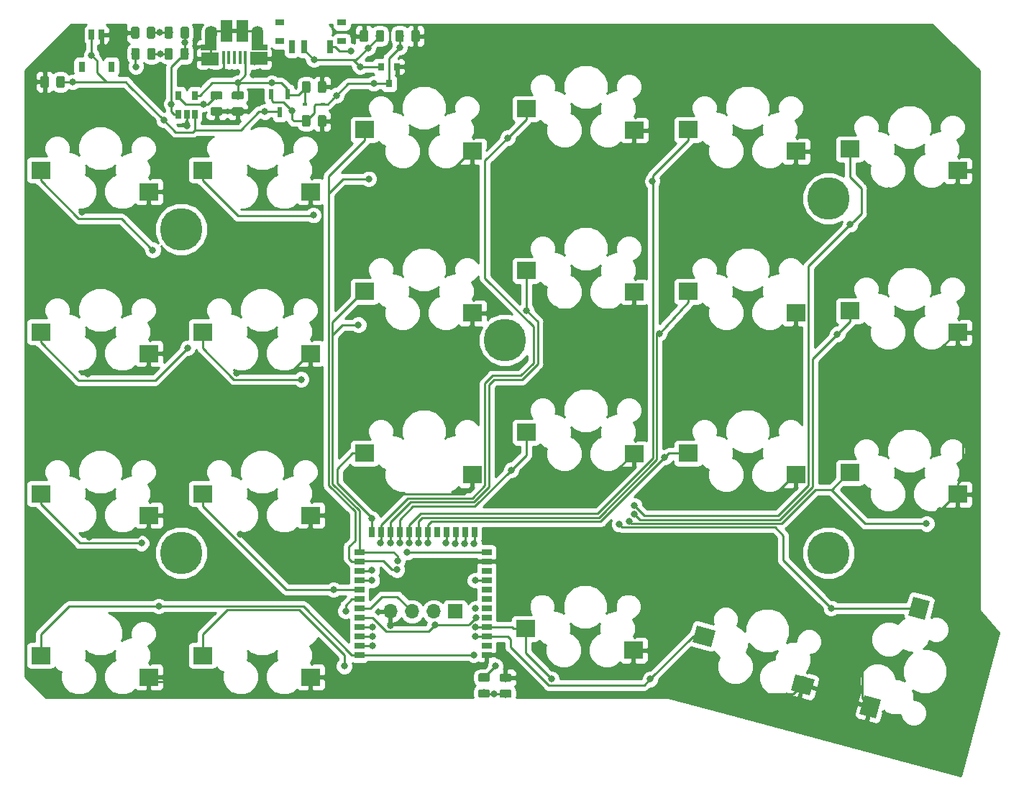
<source format=gtl>
G04 #@! TF.GenerationSoftware,KiCad,Pcbnew,5.0.1*
G04 #@! TF.CreationDate,2019-01-14T11:50:33+01:00*
G04 #@! TF.ProjectId,mini,6D696E692E6B696361645F7063620000,rev?*
G04 #@! TF.SameCoordinates,Original*
G04 #@! TF.FileFunction,Copper,L1,Top,Signal*
G04 #@! TF.FilePolarity,Positive*
%FSLAX46Y46*%
G04 Gerber Fmt 4.6, Leading zero omitted, Abs format (unit mm)*
G04 Created by KiCad (PCBNEW 5.0.1) date Mon 14 Jan 2019 11:50:33 AM CET*
%MOMM*%
%LPD*%
G01*
G04 APERTURE LIST*
G04 #@! TA.AperFunction,SMDPad,CuDef*
%ADD10R,0.600000X0.450000*%
G04 #@! TD*
G04 #@! TA.AperFunction,SMDPad,CuDef*
%ADD11R,0.600000X1.300000*%
G04 #@! TD*
G04 #@! TA.AperFunction,Conductor*
%ADD12C,0.100000*%
G04 #@! TD*
G04 #@! TA.AperFunction,SMDPad,CuDef*
%ADD13C,0.975000*%
G04 #@! TD*
G04 #@! TA.AperFunction,ComponentPad*
%ADD14C,5.000000*%
G04 #@! TD*
G04 #@! TA.AperFunction,ComponentPad*
%ADD15O,1.700000X1.700000*%
G04 #@! TD*
G04 #@! TA.AperFunction,ComponentPad*
%ADD16R,1.700000X1.700000*%
G04 #@! TD*
G04 #@! TA.AperFunction,SMDPad,CuDef*
%ADD17R,0.650000X1.060000*%
G04 #@! TD*
G04 #@! TA.AperFunction,SMDPad,CuDef*
%ADD18C,2.000000*%
G04 #@! TD*
G04 #@! TA.AperFunction,SMDPad,CuDef*
%ADD19R,2.300000X2.000000*%
G04 #@! TD*
G04 #@! TA.AperFunction,SMDPad,CuDef*
%ADD20R,0.700000X1.500000*%
G04 #@! TD*
G04 #@! TA.AperFunction,SMDPad,CuDef*
%ADD21R,1.000000X0.800000*%
G04 #@! TD*
G04 #@! TA.AperFunction,ComponentPad*
%ADD22O,1.350000X1.700000*%
G04 #@! TD*
G04 #@! TA.AperFunction,ComponentPad*
%ADD23O,1.100000X1.500000*%
G04 #@! TD*
G04 #@! TA.AperFunction,SMDPad,CuDef*
%ADD24R,1.350000X2.000000*%
G04 #@! TD*
G04 #@! TA.AperFunction,SMDPad,CuDef*
%ADD25R,1.825000X0.700000*%
G04 #@! TD*
G04 #@! TA.AperFunction,SMDPad,CuDef*
%ADD26R,2.000000X1.500000*%
G04 #@! TD*
G04 #@! TA.AperFunction,SMDPad,CuDef*
%ADD27R,0.400000X1.650000*%
G04 #@! TD*
G04 #@! TA.AperFunction,SMDPad,CuDef*
%ADD28R,1.430000X2.500000*%
G04 #@! TD*
G04 #@! TA.AperFunction,SMDPad,CuDef*
%ADD29R,0.650000X1.200000*%
G04 #@! TD*
G04 #@! TA.AperFunction,SMDPad,CuDef*
%ADD30R,0.750000X1.250000*%
G04 #@! TD*
G04 #@! TA.AperFunction,SMDPad,CuDef*
%ADD31R,0.800000X0.900000*%
G04 #@! TD*
G04 #@! TA.AperFunction,SMDPad,CuDef*
%ADD32R,1.198880X0.698500*%
G04 #@! TD*
G04 #@! TA.AperFunction,SMDPad,CuDef*
%ADD33R,0.698500X1.198880*%
G04 #@! TD*
G04 #@! TA.AperFunction,ViaPad*
%ADD34C,0.800000*%
G04 #@! TD*
G04 #@! TA.AperFunction,Conductor*
%ADD35C,0.250000*%
G04 #@! TD*
G04 #@! TA.AperFunction,Conductor*
%ADD36C,0.254000*%
G04 #@! TD*
G04 APERTURE END LIST*
D10*
G04 #@! TO.P,D3,1*
G04 #@! TO.N,VIN_LDO*
X102850000Y-36200000D03*
G04 #@! TO.P,D3,2*
G04 #@! TO.N,5V*
X100750000Y-36200000D03*
G04 #@! TD*
D11*
G04 #@! TO.P,Q1,1*
G04 #@! TO.N,5V*
X98661000Y-35066000D03*
G04 #@! TO.P,Q1,2*
G04 #@! TO.N,VIN_LDO*
X96761000Y-35066000D03*
G04 #@! TO.P,Q1,3*
G04 #@! TO.N,VBAT*
X97711000Y-37166000D03*
G04 #@! TD*
D12*
G04 #@! TO.N,LED*
G04 #@! TO.C,D201*
G36*
X122267642Y-103252200D02*
X122291303Y-103255710D01*
X122314507Y-103261522D01*
X122337029Y-103269580D01*
X122358653Y-103279808D01*
X122379170Y-103292105D01*
X122398383Y-103306355D01*
X122416107Y-103322419D01*
X122432171Y-103340143D01*
X122446421Y-103359356D01*
X122458718Y-103379873D01*
X122468946Y-103401497D01*
X122477004Y-103424019D01*
X122482816Y-103447223D01*
X122486326Y-103470884D01*
X122487500Y-103494776D01*
X122487500Y-103982276D01*
X122486326Y-104006168D01*
X122482816Y-104029829D01*
X122477004Y-104053033D01*
X122468946Y-104075555D01*
X122458718Y-104097179D01*
X122446421Y-104117696D01*
X122432171Y-104136909D01*
X122416107Y-104154633D01*
X122398383Y-104170697D01*
X122379170Y-104184947D01*
X122358653Y-104197244D01*
X122337029Y-104207472D01*
X122314507Y-104215530D01*
X122291303Y-104221342D01*
X122267642Y-104224852D01*
X122243750Y-104226026D01*
X121331250Y-104226026D01*
X121307358Y-104224852D01*
X121283697Y-104221342D01*
X121260493Y-104215530D01*
X121237971Y-104207472D01*
X121216347Y-104197244D01*
X121195830Y-104184947D01*
X121176617Y-104170697D01*
X121158893Y-104154633D01*
X121142829Y-104136909D01*
X121128579Y-104117696D01*
X121116282Y-104097179D01*
X121106054Y-104075555D01*
X121097996Y-104053033D01*
X121092184Y-104029829D01*
X121088674Y-104006168D01*
X121087500Y-103982276D01*
X121087500Y-103494776D01*
X121088674Y-103470884D01*
X121092184Y-103447223D01*
X121097996Y-103424019D01*
X121106054Y-103401497D01*
X121116282Y-103379873D01*
X121128579Y-103359356D01*
X121142829Y-103340143D01*
X121158893Y-103322419D01*
X121176617Y-103306355D01*
X121195830Y-103292105D01*
X121216347Y-103279808D01*
X121237971Y-103269580D01*
X121260493Y-103261522D01*
X121283697Y-103255710D01*
X121307358Y-103252200D01*
X121331250Y-103251026D01*
X122243750Y-103251026D01*
X122267642Y-103252200D01*
X122267642Y-103252200D01*
G37*
D13*
G04 #@! TD*
G04 #@! TO.P,D201,1*
G04 #@! TO.N,LED*
X121787500Y-103738526D03*
D12*
G04 #@! TO.N,Net-(D201-Pad2)*
G04 #@! TO.C,D201*
G36*
X122267642Y-105127200D02*
X122291303Y-105130710D01*
X122314507Y-105136522D01*
X122337029Y-105144580D01*
X122358653Y-105154808D01*
X122379170Y-105167105D01*
X122398383Y-105181355D01*
X122416107Y-105197419D01*
X122432171Y-105215143D01*
X122446421Y-105234356D01*
X122458718Y-105254873D01*
X122468946Y-105276497D01*
X122477004Y-105299019D01*
X122482816Y-105322223D01*
X122486326Y-105345884D01*
X122487500Y-105369776D01*
X122487500Y-105857276D01*
X122486326Y-105881168D01*
X122482816Y-105904829D01*
X122477004Y-105928033D01*
X122468946Y-105950555D01*
X122458718Y-105972179D01*
X122446421Y-105992696D01*
X122432171Y-106011909D01*
X122416107Y-106029633D01*
X122398383Y-106045697D01*
X122379170Y-106059947D01*
X122358653Y-106072244D01*
X122337029Y-106082472D01*
X122314507Y-106090530D01*
X122291303Y-106096342D01*
X122267642Y-106099852D01*
X122243750Y-106101026D01*
X121331250Y-106101026D01*
X121307358Y-106099852D01*
X121283697Y-106096342D01*
X121260493Y-106090530D01*
X121237971Y-106082472D01*
X121216347Y-106072244D01*
X121195830Y-106059947D01*
X121176617Y-106045697D01*
X121158893Y-106029633D01*
X121142829Y-106011909D01*
X121128579Y-105992696D01*
X121116282Y-105972179D01*
X121106054Y-105950555D01*
X121097996Y-105928033D01*
X121092184Y-105904829D01*
X121088674Y-105881168D01*
X121087500Y-105857276D01*
X121087500Y-105369776D01*
X121088674Y-105345884D01*
X121092184Y-105322223D01*
X121097996Y-105299019D01*
X121106054Y-105276497D01*
X121116282Y-105254873D01*
X121128579Y-105234356D01*
X121142829Y-105215143D01*
X121158893Y-105197419D01*
X121176617Y-105181355D01*
X121195830Y-105167105D01*
X121216347Y-105154808D01*
X121237971Y-105144580D01*
X121260493Y-105136522D01*
X121283697Y-105130710D01*
X121307358Y-105127200D01*
X121331250Y-105126026D01*
X122243750Y-105126026D01*
X122267642Y-105127200D01*
X122267642Y-105127200D01*
G37*
D13*
G04 #@! TD*
G04 #@! TO.P,D201,2*
G04 #@! TO.N,Net-(D201-Pad2)*
X121787500Y-105613526D03*
D12*
G04 #@! TO.N,GND*
G04 #@! TO.C,R201*
G36*
X124807375Y-103278517D02*
X124831036Y-103282027D01*
X124854240Y-103287839D01*
X124876762Y-103295897D01*
X124898386Y-103306125D01*
X124918903Y-103318422D01*
X124938116Y-103332672D01*
X124955840Y-103348736D01*
X124971904Y-103366460D01*
X124986154Y-103385673D01*
X124998451Y-103406190D01*
X125008679Y-103427814D01*
X125016737Y-103450336D01*
X125022549Y-103473540D01*
X125026059Y-103497201D01*
X125027233Y-103521093D01*
X125027233Y-104008593D01*
X125026059Y-104032485D01*
X125022549Y-104056146D01*
X125016737Y-104079350D01*
X125008679Y-104101872D01*
X124998451Y-104123496D01*
X124986154Y-104144013D01*
X124971904Y-104163226D01*
X124955840Y-104180950D01*
X124938116Y-104197014D01*
X124918903Y-104211264D01*
X124898386Y-104223561D01*
X124876762Y-104233789D01*
X124854240Y-104241847D01*
X124831036Y-104247659D01*
X124807375Y-104251169D01*
X124783483Y-104252343D01*
X123870983Y-104252343D01*
X123847091Y-104251169D01*
X123823430Y-104247659D01*
X123800226Y-104241847D01*
X123777704Y-104233789D01*
X123756080Y-104223561D01*
X123735563Y-104211264D01*
X123716350Y-104197014D01*
X123698626Y-104180950D01*
X123682562Y-104163226D01*
X123668312Y-104144013D01*
X123656015Y-104123496D01*
X123645787Y-104101872D01*
X123637729Y-104079350D01*
X123631917Y-104056146D01*
X123628407Y-104032485D01*
X123627233Y-104008593D01*
X123627233Y-103521093D01*
X123628407Y-103497201D01*
X123631917Y-103473540D01*
X123637729Y-103450336D01*
X123645787Y-103427814D01*
X123656015Y-103406190D01*
X123668312Y-103385673D01*
X123682562Y-103366460D01*
X123698626Y-103348736D01*
X123716350Y-103332672D01*
X123735563Y-103318422D01*
X123756080Y-103306125D01*
X123777704Y-103295897D01*
X123800226Y-103287839D01*
X123823430Y-103282027D01*
X123847091Y-103278517D01*
X123870983Y-103277343D01*
X124783483Y-103277343D01*
X124807375Y-103278517D01*
X124807375Y-103278517D01*
G37*
D13*
G04 #@! TD*
G04 #@! TO.P,R201,1*
G04 #@! TO.N,GND*
X124327233Y-103764843D03*
D12*
G04 #@! TO.N,Net-(D201-Pad2)*
G04 #@! TO.C,R201*
G36*
X124807375Y-105153517D02*
X124831036Y-105157027D01*
X124854240Y-105162839D01*
X124876762Y-105170897D01*
X124898386Y-105181125D01*
X124918903Y-105193422D01*
X124938116Y-105207672D01*
X124955840Y-105223736D01*
X124971904Y-105241460D01*
X124986154Y-105260673D01*
X124998451Y-105281190D01*
X125008679Y-105302814D01*
X125016737Y-105325336D01*
X125022549Y-105348540D01*
X125026059Y-105372201D01*
X125027233Y-105396093D01*
X125027233Y-105883593D01*
X125026059Y-105907485D01*
X125022549Y-105931146D01*
X125016737Y-105954350D01*
X125008679Y-105976872D01*
X124998451Y-105998496D01*
X124986154Y-106019013D01*
X124971904Y-106038226D01*
X124955840Y-106055950D01*
X124938116Y-106072014D01*
X124918903Y-106086264D01*
X124898386Y-106098561D01*
X124876762Y-106108789D01*
X124854240Y-106116847D01*
X124831036Y-106122659D01*
X124807375Y-106126169D01*
X124783483Y-106127343D01*
X123870983Y-106127343D01*
X123847091Y-106126169D01*
X123823430Y-106122659D01*
X123800226Y-106116847D01*
X123777704Y-106108789D01*
X123756080Y-106098561D01*
X123735563Y-106086264D01*
X123716350Y-106072014D01*
X123698626Y-106055950D01*
X123682562Y-106038226D01*
X123668312Y-106019013D01*
X123656015Y-105998496D01*
X123645787Y-105976872D01*
X123637729Y-105954350D01*
X123631917Y-105931146D01*
X123628407Y-105907485D01*
X123627233Y-105883593D01*
X123627233Y-105396093D01*
X123628407Y-105372201D01*
X123631917Y-105348540D01*
X123637729Y-105325336D01*
X123645787Y-105302814D01*
X123656015Y-105281190D01*
X123668312Y-105260673D01*
X123682562Y-105241460D01*
X123698626Y-105223736D01*
X123716350Y-105207672D01*
X123735563Y-105193422D01*
X123756080Y-105181125D01*
X123777704Y-105170897D01*
X123800226Y-105162839D01*
X123823430Y-105157027D01*
X123847091Y-105153517D01*
X123870983Y-105152343D01*
X124783483Y-105152343D01*
X124807375Y-105153517D01*
X124807375Y-105153517D01*
G37*
D13*
G04 #@! TD*
G04 #@! TO.P,R201,2*
G04 #@! TO.N,Net-(D201-Pad2)*
X124327233Y-105639843D03*
D14*
G04 #@! TO.P,REF\002A\002A,*
G04 #@! TO.N,*
X86151000Y-50940000D03*
G04 #@! TD*
G04 #@! TO.P,REF\002A\002A,*
G04 #@! TO.N,*
X124251000Y-64001000D03*
G04 #@! TD*
G04 #@! TO.P,REF\002A\002A,*
G04 #@! TO.N,*
X162350765Y-89040000D03*
G04 #@! TD*
G04 #@! TO.P,REF\002A\002A,*
G04 #@! TO.N,*
X162350765Y-47327000D03*
G04 #@! TD*
G04 #@! TO.P,REF\002A\002A,*
G04 #@! TO.N,*
X86151000Y-89040000D03*
G04 #@! TD*
D15*
G04 #@! TO.P,J_PROG_PORT1,4*
G04 #@! TO.N,GND*
X110780000Y-95950000D03*
G04 #@! TO.P,J_PROG_PORT1,3*
G04 #@! TO.N,SWDIO*
X113320000Y-95950000D03*
G04 #@! TO.P,J_PROG_PORT1,2*
G04 #@! TO.N,SWCLK*
X115860000Y-95950000D03*
D16*
G04 #@! TO.P,J_PROG_PORT1,1*
G04 #@! TO.N,VIN_LDO*
X118400000Y-95950000D03*
G04 #@! TD*
D12*
G04 #@! TO.N,GND*
G04 #@! TO.C,C3*
G36*
X103005142Y-37501174D02*
X103028803Y-37504684D01*
X103052007Y-37510496D01*
X103074529Y-37518554D01*
X103096153Y-37528782D01*
X103116670Y-37541079D01*
X103135883Y-37555329D01*
X103153607Y-37571393D01*
X103169671Y-37589117D01*
X103183921Y-37608330D01*
X103196218Y-37628847D01*
X103206446Y-37650471D01*
X103214504Y-37672993D01*
X103220316Y-37696197D01*
X103223826Y-37719858D01*
X103225000Y-37743750D01*
X103225000Y-38656250D01*
X103223826Y-38680142D01*
X103220316Y-38703803D01*
X103214504Y-38727007D01*
X103206446Y-38749529D01*
X103196218Y-38771153D01*
X103183921Y-38791670D01*
X103169671Y-38810883D01*
X103153607Y-38828607D01*
X103135883Y-38844671D01*
X103116670Y-38858921D01*
X103096153Y-38871218D01*
X103074529Y-38881446D01*
X103052007Y-38889504D01*
X103028803Y-38895316D01*
X103005142Y-38898826D01*
X102981250Y-38900000D01*
X102493750Y-38900000D01*
X102469858Y-38898826D01*
X102446197Y-38895316D01*
X102422993Y-38889504D01*
X102400471Y-38881446D01*
X102378847Y-38871218D01*
X102358330Y-38858921D01*
X102339117Y-38844671D01*
X102321393Y-38828607D01*
X102305329Y-38810883D01*
X102291079Y-38791670D01*
X102278782Y-38771153D01*
X102268554Y-38749529D01*
X102260496Y-38727007D01*
X102254684Y-38703803D01*
X102251174Y-38680142D01*
X102250000Y-38656250D01*
X102250000Y-37743750D01*
X102251174Y-37719858D01*
X102254684Y-37696197D01*
X102260496Y-37672993D01*
X102268554Y-37650471D01*
X102278782Y-37628847D01*
X102291079Y-37608330D01*
X102305329Y-37589117D01*
X102321393Y-37571393D01*
X102339117Y-37555329D01*
X102358330Y-37541079D01*
X102378847Y-37528782D01*
X102400471Y-37518554D01*
X102422993Y-37510496D01*
X102446197Y-37504684D01*
X102469858Y-37501174D01*
X102493750Y-37500000D01*
X102981250Y-37500000D01*
X103005142Y-37501174D01*
X103005142Y-37501174D01*
G37*
D13*
G04 #@! TD*
G04 #@! TO.P,C3,2*
G04 #@! TO.N,GND*
X102737500Y-38200000D03*
D12*
G04 #@! TO.N,VIN_LDO*
G04 #@! TO.C,C3*
G36*
X101130142Y-37501174D02*
X101153803Y-37504684D01*
X101177007Y-37510496D01*
X101199529Y-37518554D01*
X101221153Y-37528782D01*
X101241670Y-37541079D01*
X101260883Y-37555329D01*
X101278607Y-37571393D01*
X101294671Y-37589117D01*
X101308921Y-37608330D01*
X101321218Y-37628847D01*
X101331446Y-37650471D01*
X101339504Y-37672993D01*
X101345316Y-37696197D01*
X101348826Y-37719858D01*
X101350000Y-37743750D01*
X101350000Y-38656250D01*
X101348826Y-38680142D01*
X101345316Y-38703803D01*
X101339504Y-38727007D01*
X101331446Y-38749529D01*
X101321218Y-38771153D01*
X101308921Y-38791670D01*
X101294671Y-38810883D01*
X101278607Y-38828607D01*
X101260883Y-38844671D01*
X101241670Y-38858921D01*
X101221153Y-38871218D01*
X101199529Y-38881446D01*
X101177007Y-38889504D01*
X101153803Y-38895316D01*
X101130142Y-38898826D01*
X101106250Y-38900000D01*
X100618750Y-38900000D01*
X100594858Y-38898826D01*
X100571197Y-38895316D01*
X100547993Y-38889504D01*
X100525471Y-38881446D01*
X100503847Y-38871218D01*
X100483330Y-38858921D01*
X100464117Y-38844671D01*
X100446393Y-38828607D01*
X100430329Y-38810883D01*
X100416079Y-38791670D01*
X100403782Y-38771153D01*
X100393554Y-38749529D01*
X100385496Y-38727007D01*
X100379684Y-38703803D01*
X100376174Y-38680142D01*
X100375000Y-38656250D01*
X100375000Y-37743750D01*
X100376174Y-37719858D01*
X100379684Y-37696197D01*
X100385496Y-37672993D01*
X100393554Y-37650471D01*
X100403782Y-37628847D01*
X100416079Y-37608330D01*
X100430329Y-37589117D01*
X100446393Y-37571393D01*
X100464117Y-37555329D01*
X100483330Y-37541079D01*
X100503847Y-37528782D01*
X100525471Y-37518554D01*
X100547993Y-37510496D01*
X100571197Y-37504684D01*
X100594858Y-37501174D01*
X100618750Y-37500000D01*
X101106250Y-37500000D01*
X101130142Y-37501174D01*
X101130142Y-37501174D01*
G37*
D13*
G04 #@! TD*
G04 #@! TO.P,C3,1*
G04 #@! TO.N,VIN_LDO*
X100862500Y-38200000D03*
D17*
G04 #@! TO.P,U1_BAT1,5*
G04 #@! TO.N,Net-(R1-Pad1)*
X85850000Y-35200000D03*
G04 #@! TO.P,U1_BAT1,4*
G04 #@! TO.N,5V*
X87750000Y-35200000D03*
G04 #@! TO.P,U1_BAT1,3*
G04 #@! TO.N,VBAT*
X87750000Y-37400000D03*
G04 #@! TO.P,U1_BAT1,2*
G04 #@! TO.N,GND*
X86800000Y-37400000D03*
G04 #@! TO.P,U1_BAT1,1*
G04 #@! TO.N,Net-(D1-Pad1)*
X85850000Y-37400000D03*
G04 #@! TD*
D12*
G04 #@! TO.N,GND*
G04 #@! TO.C,C2*
G36*
X70330142Y-32901174D02*
X70353803Y-32904684D01*
X70377007Y-32910496D01*
X70399529Y-32918554D01*
X70421153Y-32928782D01*
X70441670Y-32941079D01*
X70460883Y-32955329D01*
X70478607Y-32971393D01*
X70494671Y-32989117D01*
X70508921Y-33008330D01*
X70521218Y-33028847D01*
X70531446Y-33050471D01*
X70539504Y-33072993D01*
X70545316Y-33096197D01*
X70548826Y-33119858D01*
X70550000Y-33143750D01*
X70550000Y-34056250D01*
X70548826Y-34080142D01*
X70545316Y-34103803D01*
X70539504Y-34127007D01*
X70531446Y-34149529D01*
X70521218Y-34171153D01*
X70508921Y-34191670D01*
X70494671Y-34210883D01*
X70478607Y-34228607D01*
X70460883Y-34244671D01*
X70441670Y-34258921D01*
X70421153Y-34271218D01*
X70399529Y-34281446D01*
X70377007Y-34289504D01*
X70353803Y-34295316D01*
X70330142Y-34298826D01*
X70306250Y-34300000D01*
X69818750Y-34300000D01*
X69794858Y-34298826D01*
X69771197Y-34295316D01*
X69747993Y-34289504D01*
X69725471Y-34281446D01*
X69703847Y-34271218D01*
X69683330Y-34258921D01*
X69664117Y-34244671D01*
X69646393Y-34228607D01*
X69630329Y-34210883D01*
X69616079Y-34191670D01*
X69603782Y-34171153D01*
X69593554Y-34149529D01*
X69585496Y-34127007D01*
X69579684Y-34103803D01*
X69576174Y-34080142D01*
X69575000Y-34056250D01*
X69575000Y-33143750D01*
X69576174Y-33119858D01*
X69579684Y-33096197D01*
X69585496Y-33072993D01*
X69593554Y-33050471D01*
X69603782Y-33028847D01*
X69616079Y-33008330D01*
X69630329Y-32989117D01*
X69646393Y-32971393D01*
X69664117Y-32955329D01*
X69683330Y-32941079D01*
X69703847Y-32928782D01*
X69725471Y-32918554D01*
X69747993Y-32910496D01*
X69771197Y-32904684D01*
X69794858Y-32901174D01*
X69818750Y-32900000D01*
X70306250Y-32900000D01*
X70330142Y-32901174D01*
X70330142Y-32901174D01*
G37*
D13*
G04 #@! TD*
G04 #@! TO.P,C2,2*
G04 #@! TO.N,GND*
X70062500Y-33600000D03*
D12*
G04 #@! TO.N,VBAT*
G04 #@! TO.C,C2*
G36*
X72205142Y-32901174D02*
X72228803Y-32904684D01*
X72252007Y-32910496D01*
X72274529Y-32918554D01*
X72296153Y-32928782D01*
X72316670Y-32941079D01*
X72335883Y-32955329D01*
X72353607Y-32971393D01*
X72369671Y-32989117D01*
X72383921Y-33008330D01*
X72396218Y-33028847D01*
X72406446Y-33050471D01*
X72414504Y-33072993D01*
X72420316Y-33096197D01*
X72423826Y-33119858D01*
X72425000Y-33143750D01*
X72425000Y-34056250D01*
X72423826Y-34080142D01*
X72420316Y-34103803D01*
X72414504Y-34127007D01*
X72406446Y-34149529D01*
X72396218Y-34171153D01*
X72383921Y-34191670D01*
X72369671Y-34210883D01*
X72353607Y-34228607D01*
X72335883Y-34244671D01*
X72316670Y-34258921D01*
X72296153Y-34271218D01*
X72274529Y-34281446D01*
X72252007Y-34289504D01*
X72228803Y-34295316D01*
X72205142Y-34298826D01*
X72181250Y-34300000D01*
X71693750Y-34300000D01*
X71669858Y-34298826D01*
X71646197Y-34295316D01*
X71622993Y-34289504D01*
X71600471Y-34281446D01*
X71578847Y-34271218D01*
X71558330Y-34258921D01*
X71539117Y-34244671D01*
X71521393Y-34228607D01*
X71505329Y-34210883D01*
X71491079Y-34191670D01*
X71478782Y-34171153D01*
X71468554Y-34149529D01*
X71460496Y-34127007D01*
X71454684Y-34103803D01*
X71451174Y-34080142D01*
X71450000Y-34056250D01*
X71450000Y-33143750D01*
X71451174Y-33119858D01*
X71454684Y-33096197D01*
X71460496Y-33072993D01*
X71468554Y-33050471D01*
X71478782Y-33028847D01*
X71491079Y-33008330D01*
X71505329Y-32989117D01*
X71521393Y-32971393D01*
X71539117Y-32955329D01*
X71558330Y-32941079D01*
X71578847Y-32928782D01*
X71600471Y-32918554D01*
X71622993Y-32910496D01*
X71646197Y-32904684D01*
X71669858Y-32901174D01*
X71693750Y-32900000D01*
X72181250Y-32900000D01*
X72205142Y-32901174D01*
X72205142Y-32901174D01*
G37*
D13*
G04 #@! TD*
G04 #@! TO.P,C2,1*
G04 #@! TO.N,VBAT*
X71937500Y-33600000D03*
D12*
G04 #@! TO.N,Net-(D1-Pad1)*
G04 #@! TO.C,D2*
G36*
X86825142Y-27101174D02*
X86848803Y-27104684D01*
X86872007Y-27110496D01*
X86894529Y-27118554D01*
X86916153Y-27128782D01*
X86936670Y-27141079D01*
X86955883Y-27155329D01*
X86973607Y-27171393D01*
X86989671Y-27189117D01*
X87003921Y-27208330D01*
X87016218Y-27228847D01*
X87026446Y-27250471D01*
X87034504Y-27272993D01*
X87040316Y-27296197D01*
X87043826Y-27319858D01*
X87045000Y-27343750D01*
X87045000Y-28256250D01*
X87043826Y-28280142D01*
X87040316Y-28303803D01*
X87034504Y-28327007D01*
X87026446Y-28349529D01*
X87016218Y-28371153D01*
X87003921Y-28391670D01*
X86989671Y-28410883D01*
X86973607Y-28428607D01*
X86955883Y-28444671D01*
X86936670Y-28458921D01*
X86916153Y-28471218D01*
X86894529Y-28481446D01*
X86872007Y-28489504D01*
X86848803Y-28495316D01*
X86825142Y-28498826D01*
X86801250Y-28500000D01*
X86313750Y-28500000D01*
X86289858Y-28498826D01*
X86266197Y-28495316D01*
X86242993Y-28489504D01*
X86220471Y-28481446D01*
X86198847Y-28471218D01*
X86178330Y-28458921D01*
X86159117Y-28444671D01*
X86141393Y-28428607D01*
X86125329Y-28410883D01*
X86111079Y-28391670D01*
X86098782Y-28371153D01*
X86088554Y-28349529D01*
X86080496Y-28327007D01*
X86074684Y-28303803D01*
X86071174Y-28280142D01*
X86070000Y-28256250D01*
X86070000Y-27343750D01*
X86071174Y-27319858D01*
X86074684Y-27296197D01*
X86080496Y-27272993D01*
X86088554Y-27250471D01*
X86098782Y-27228847D01*
X86111079Y-27208330D01*
X86125329Y-27189117D01*
X86141393Y-27171393D01*
X86159117Y-27155329D01*
X86178330Y-27141079D01*
X86198847Y-27128782D01*
X86220471Y-27118554D01*
X86242993Y-27110496D01*
X86266197Y-27104684D01*
X86289858Y-27101174D01*
X86313750Y-27100000D01*
X86801250Y-27100000D01*
X86825142Y-27101174D01*
X86825142Y-27101174D01*
G37*
D13*
G04 #@! TD*
G04 #@! TO.P,D2,2*
G04 #@! TO.N,Net-(D1-Pad1)*
X86557500Y-27800000D03*
D12*
G04 #@! TO.N,Net-(D2-Pad1)*
G04 #@! TO.C,D2*
G36*
X84950142Y-27101174D02*
X84973803Y-27104684D01*
X84997007Y-27110496D01*
X85019529Y-27118554D01*
X85041153Y-27128782D01*
X85061670Y-27141079D01*
X85080883Y-27155329D01*
X85098607Y-27171393D01*
X85114671Y-27189117D01*
X85128921Y-27208330D01*
X85141218Y-27228847D01*
X85151446Y-27250471D01*
X85159504Y-27272993D01*
X85165316Y-27296197D01*
X85168826Y-27319858D01*
X85170000Y-27343750D01*
X85170000Y-28256250D01*
X85168826Y-28280142D01*
X85165316Y-28303803D01*
X85159504Y-28327007D01*
X85151446Y-28349529D01*
X85141218Y-28371153D01*
X85128921Y-28391670D01*
X85114671Y-28410883D01*
X85098607Y-28428607D01*
X85080883Y-28444671D01*
X85061670Y-28458921D01*
X85041153Y-28471218D01*
X85019529Y-28481446D01*
X84997007Y-28489504D01*
X84973803Y-28495316D01*
X84950142Y-28498826D01*
X84926250Y-28500000D01*
X84438750Y-28500000D01*
X84414858Y-28498826D01*
X84391197Y-28495316D01*
X84367993Y-28489504D01*
X84345471Y-28481446D01*
X84323847Y-28471218D01*
X84303330Y-28458921D01*
X84284117Y-28444671D01*
X84266393Y-28428607D01*
X84250329Y-28410883D01*
X84236079Y-28391670D01*
X84223782Y-28371153D01*
X84213554Y-28349529D01*
X84205496Y-28327007D01*
X84199684Y-28303803D01*
X84196174Y-28280142D01*
X84195000Y-28256250D01*
X84195000Y-27343750D01*
X84196174Y-27319858D01*
X84199684Y-27296197D01*
X84205496Y-27272993D01*
X84213554Y-27250471D01*
X84223782Y-27228847D01*
X84236079Y-27208330D01*
X84250329Y-27189117D01*
X84266393Y-27171393D01*
X84284117Y-27155329D01*
X84303330Y-27141079D01*
X84323847Y-27128782D01*
X84345471Y-27118554D01*
X84367993Y-27110496D01*
X84391197Y-27104684D01*
X84414858Y-27101174D01*
X84438750Y-27100000D01*
X84926250Y-27100000D01*
X84950142Y-27101174D01*
X84950142Y-27101174D01*
G37*
D13*
G04 #@! TD*
G04 #@! TO.P,D2,1*
G04 #@! TO.N,Net-(D2-Pad1)*
X84682500Y-27800000D03*
D12*
G04 #@! TO.N,Net-(D1-Pad1)*
G04 #@! TO.C,D1*
G36*
X86805142Y-29601174D02*
X86828803Y-29604684D01*
X86852007Y-29610496D01*
X86874529Y-29618554D01*
X86896153Y-29628782D01*
X86916670Y-29641079D01*
X86935883Y-29655329D01*
X86953607Y-29671393D01*
X86969671Y-29689117D01*
X86983921Y-29708330D01*
X86996218Y-29728847D01*
X87006446Y-29750471D01*
X87014504Y-29772993D01*
X87020316Y-29796197D01*
X87023826Y-29819858D01*
X87025000Y-29843750D01*
X87025000Y-30756250D01*
X87023826Y-30780142D01*
X87020316Y-30803803D01*
X87014504Y-30827007D01*
X87006446Y-30849529D01*
X86996218Y-30871153D01*
X86983921Y-30891670D01*
X86969671Y-30910883D01*
X86953607Y-30928607D01*
X86935883Y-30944671D01*
X86916670Y-30958921D01*
X86896153Y-30971218D01*
X86874529Y-30981446D01*
X86852007Y-30989504D01*
X86828803Y-30995316D01*
X86805142Y-30998826D01*
X86781250Y-31000000D01*
X86293750Y-31000000D01*
X86269858Y-30998826D01*
X86246197Y-30995316D01*
X86222993Y-30989504D01*
X86200471Y-30981446D01*
X86178847Y-30971218D01*
X86158330Y-30958921D01*
X86139117Y-30944671D01*
X86121393Y-30928607D01*
X86105329Y-30910883D01*
X86091079Y-30891670D01*
X86078782Y-30871153D01*
X86068554Y-30849529D01*
X86060496Y-30827007D01*
X86054684Y-30803803D01*
X86051174Y-30780142D01*
X86050000Y-30756250D01*
X86050000Y-29843750D01*
X86051174Y-29819858D01*
X86054684Y-29796197D01*
X86060496Y-29772993D01*
X86068554Y-29750471D01*
X86078782Y-29728847D01*
X86091079Y-29708330D01*
X86105329Y-29689117D01*
X86121393Y-29671393D01*
X86139117Y-29655329D01*
X86158330Y-29641079D01*
X86178847Y-29628782D01*
X86200471Y-29618554D01*
X86222993Y-29610496D01*
X86246197Y-29604684D01*
X86269858Y-29601174D01*
X86293750Y-29600000D01*
X86781250Y-29600000D01*
X86805142Y-29601174D01*
X86805142Y-29601174D01*
G37*
D13*
G04 #@! TD*
G04 #@! TO.P,D1,1*
G04 #@! TO.N,Net-(D1-Pad1)*
X86537500Y-30300000D03*
D12*
G04 #@! TO.N,Net-(D1-Pad2)*
G04 #@! TO.C,D1*
G36*
X84930142Y-29601174D02*
X84953803Y-29604684D01*
X84977007Y-29610496D01*
X84999529Y-29618554D01*
X85021153Y-29628782D01*
X85041670Y-29641079D01*
X85060883Y-29655329D01*
X85078607Y-29671393D01*
X85094671Y-29689117D01*
X85108921Y-29708330D01*
X85121218Y-29728847D01*
X85131446Y-29750471D01*
X85139504Y-29772993D01*
X85145316Y-29796197D01*
X85148826Y-29819858D01*
X85150000Y-29843750D01*
X85150000Y-30756250D01*
X85148826Y-30780142D01*
X85145316Y-30803803D01*
X85139504Y-30827007D01*
X85131446Y-30849529D01*
X85121218Y-30871153D01*
X85108921Y-30891670D01*
X85094671Y-30910883D01*
X85078607Y-30928607D01*
X85060883Y-30944671D01*
X85041670Y-30958921D01*
X85021153Y-30971218D01*
X84999529Y-30981446D01*
X84977007Y-30989504D01*
X84953803Y-30995316D01*
X84930142Y-30998826D01*
X84906250Y-31000000D01*
X84418750Y-31000000D01*
X84394858Y-30998826D01*
X84371197Y-30995316D01*
X84347993Y-30989504D01*
X84325471Y-30981446D01*
X84303847Y-30971218D01*
X84283330Y-30958921D01*
X84264117Y-30944671D01*
X84246393Y-30928607D01*
X84230329Y-30910883D01*
X84216079Y-30891670D01*
X84203782Y-30871153D01*
X84193554Y-30849529D01*
X84185496Y-30827007D01*
X84179684Y-30803803D01*
X84176174Y-30780142D01*
X84175000Y-30756250D01*
X84175000Y-29843750D01*
X84176174Y-29819858D01*
X84179684Y-29796197D01*
X84185496Y-29772993D01*
X84193554Y-29750471D01*
X84203782Y-29728847D01*
X84216079Y-29708330D01*
X84230329Y-29689117D01*
X84246393Y-29671393D01*
X84264117Y-29655329D01*
X84283330Y-29641079D01*
X84303847Y-29628782D01*
X84325471Y-29618554D01*
X84347993Y-29610496D01*
X84371197Y-29604684D01*
X84394858Y-29601174D01*
X84418750Y-29600000D01*
X84906250Y-29600000D01*
X84930142Y-29601174D01*
X84930142Y-29601174D01*
G37*
D13*
G04 #@! TD*
G04 #@! TO.P,D1,2*
G04 #@! TO.N,Net-(D1-Pad2)*
X84662500Y-30300000D03*
D12*
G04 #@! TO.N,Net-(R1-Pad1)*
G04 #@! TO.C,R1*
G36*
X90780142Y-34713674D02*
X90803803Y-34717184D01*
X90827007Y-34722996D01*
X90849529Y-34731054D01*
X90871153Y-34741282D01*
X90891670Y-34753579D01*
X90910883Y-34767829D01*
X90928607Y-34783893D01*
X90944671Y-34801617D01*
X90958921Y-34820830D01*
X90971218Y-34841347D01*
X90981446Y-34862971D01*
X90989504Y-34885493D01*
X90995316Y-34908697D01*
X90998826Y-34932358D01*
X91000000Y-34956250D01*
X91000000Y-35443750D01*
X90998826Y-35467642D01*
X90995316Y-35491303D01*
X90989504Y-35514507D01*
X90981446Y-35537029D01*
X90971218Y-35558653D01*
X90958921Y-35579170D01*
X90944671Y-35598383D01*
X90928607Y-35616107D01*
X90910883Y-35632171D01*
X90891670Y-35646421D01*
X90871153Y-35658718D01*
X90849529Y-35668946D01*
X90827007Y-35677004D01*
X90803803Y-35682816D01*
X90780142Y-35686326D01*
X90756250Y-35687500D01*
X89843750Y-35687500D01*
X89819858Y-35686326D01*
X89796197Y-35682816D01*
X89772993Y-35677004D01*
X89750471Y-35668946D01*
X89728847Y-35658718D01*
X89708330Y-35646421D01*
X89689117Y-35632171D01*
X89671393Y-35616107D01*
X89655329Y-35598383D01*
X89641079Y-35579170D01*
X89628782Y-35558653D01*
X89618554Y-35537029D01*
X89610496Y-35514507D01*
X89604684Y-35491303D01*
X89601174Y-35467642D01*
X89600000Y-35443750D01*
X89600000Y-34956250D01*
X89601174Y-34932358D01*
X89604684Y-34908697D01*
X89610496Y-34885493D01*
X89618554Y-34862971D01*
X89628782Y-34841347D01*
X89641079Y-34820830D01*
X89655329Y-34801617D01*
X89671393Y-34783893D01*
X89689117Y-34767829D01*
X89708330Y-34753579D01*
X89728847Y-34741282D01*
X89750471Y-34731054D01*
X89772993Y-34722996D01*
X89796197Y-34717184D01*
X89819858Y-34713674D01*
X89843750Y-34712500D01*
X90756250Y-34712500D01*
X90780142Y-34713674D01*
X90780142Y-34713674D01*
G37*
D13*
G04 #@! TD*
G04 #@! TO.P,R1,1*
G04 #@! TO.N,Net-(R1-Pad1)*
X90300000Y-35200000D03*
D12*
G04 #@! TO.N,GND*
G04 #@! TO.C,R1*
G36*
X90780142Y-36588674D02*
X90803803Y-36592184D01*
X90827007Y-36597996D01*
X90849529Y-36606054D01*
X90871153Y-36616282D01*
X90891670Y-36628579D01*
X90910883Y-36642829D01*
X90928607Y-36658893D01*
X90944671Y-36676617D01*
X90958921Y-36695830D01*
X90971218Y-36716347D01*
X90981446Y-36737971D01*
X90989504Y-36760493D01*
X90995316Y-36783697D01*
X90998826Y-36807358D01*
X91000000Y-36831250D01*
X91000000Y-37318750D01*
X90998826Y-37342642D01*
X90995316Y-37366303D01*
X90989504Y-37389507D01*
X90981446Y-37412029D01*
X90971218Y-37433653D01*
X90958921Y-37454170D01*
X90944671Y-37473383D01*
X90928607Y-37491107D01*
X90910883Y-37507171D01*
X90891670Y-37521421D01*
X90871153Y-37533718D01*
X90849529Y-37543946D01*
X90827007Y-37552004D01*
X90803803Y-37557816D01*
X90780142Y-37561326D01*
X90756250Y-37562500D01*
X89843750Y-37562500D01*
X89819858Y-37561326D01*
X89796197Y-37557816D01*
X89772993Y-37552004D01*
X89750471Y-37543946D01*
X89728847Y-37533718D01*
X89708330Y-37521421D01*
X89689117Y-37507171D01*
X89671393Y-37491107D01*
X89655329Y-37473383D01*
X89641079Y-37454170D01*
X89628782Y-37433653D01*
X89618554Y-37412029D01*
X89610496Y-37389507D01*
X89604684Y-37366303D01*
X89601174Y-37342642D01*
X89600000Y-37318750D01*
X89600000Y-36831250D01*
X89601174Y-36807358D01*
X89604684Y-36783697D01*
X89610496Y-36760493D01*
X89618554Y-36737971D01*
X89628782Y-36716347D01*
X89641079Y-36695830D01*
X89655329Y-36676617D01*
X89671393Y-36658893D01*
X89689117Y-36642829D01*
X89708330Y-36628579D01*
X89728847Y-36616282D01*
X89750471Y-36606054D01*
X89772993Y-36597996D01*
X89796197Y-36592184D01*
X89819858Y-36588674D01*
X89843750Y-36587500D01*
X90756250Y-36587500D01*
X90780142Y-36588674D01*
X90780142Y-36588674D01*
G37*
D13*
G04 #@! TD*
G04 #@! TO.P,R1,2*
G04 #@! TO.N,GND*
X90300000Y-37075000D03*
D12*
G04 #@! TO.N,Net-(D1-Pad2)*
G04 #@! TO.C,R2*
G36*
X82905142Y-29601174D02*
X82928803Y-29604684D01*
X82952007Y-29610496D01*
X82974529Y-29618554D01*
X82996153Y-29628782D01*
X83016670Y-29641079D01*
X83035883Y-29655329D01*
X83053607Y-29671393D01*
X83069671Y-29689117D01*
X83083921Y-29708330D01*
X83096218Y-29728847D01*
X83106446Y-29750471D01*
X83114504Y-29772993D01*
X83120316Y-29796197D01*
X83123826Y-29819858D01*
X83125000Y-29843750D01*
X83125000Y-30756250D01*
X83123826Y-30780142D01*
X83120316Y-30803803D01*
X83114504Y-30827007D01*
X83106446Y-30849529D01*
X83096218Y-30871153D01*
X83083921Y-30891670D01*
X83069671Y-30910883D01*
X83053607Y-30928607D01*
X83035883Y-30944671D01*
X83016670Y-30958921D01*
X82996153Y-30971218D01*
X82974529Y-30981446D01*
X82952007Y-30989504D01*
X82928803Y-30995316D01*
X82905142Y-30998826D01*
X82881250Y-31000000D01*
X82393750Y-31000000D01*
X82369858Y-30998826D01*
X82346197Y-30995316D01*
X82322993Y-30989504D01*
X82300471Y-30981446D01*
X82278847Y-30971218D01*
X82258330Y-30958921D01*
X82239117Y-30944671D01*
X82221393Y-30928607D01*
X82205329Y-30910883D01*
X82191079Y-30891670D01*
X82178782Y-30871153D01*
X82168554Y-30849529D01*
X82160496Y-30827007D01*
X82154684Y-30803803D01*
X82151174Y-30780142D01*
X82150000Y-30756250D01*
X82150000Y-29843750D01*
X82151174Y-29819858D01*
X82154684Y-29796197D01*
X82160496Y-29772993D01*
X82168554Y-29750471D01*
X82178782Y-29728847D01*
X82191079Y-29708330D01*
X82205329Y-29689117D01*
X82221393Y-29671393D01*
X82239117Y-29655329D01*
X82258330Y-29641079D01*
X82278847Y-29628782D01*
X82300471Y-29618554D01*
X82322993Y-29610496D01*
X82346197Y-29604684D01*
X82369858Y-29601174D01*
X82393750Y-29600000D01*
X82881250Y-29600000D01*
X82905142Y-29601174D01*
X82905142Y-29601174D01*
G37*
D13*
G04 #@! TD*
G04 #@! TO.P,R2,2*
G04 #@! TO.N,Net-(D1-Pad2)*
X82637500Y-30300000D03*
D12*
G04 #@! TO.N,5V*
G04 #@! TO.C,R2*
G36*
X81030142Y-29601174D02*
X81053803Y-29604684D01*
X81077007Y-29610496D01*
X81099529Y-29618554D01*
X81121153Y-29628782D01*
X81141670Y-29641079D01*
X81160883Y-29655329D01*
X81178607Y-29671393D01*
X81194671Y-29689117D01*
X81208921Y-29708330D01*
X81221218Y-29728847D01*
X81231446Y-29750471D01*
X81239504Y-29772993D01*
X81245316Y-29796197D01*
X81248826Y-29819858D01*
X81250000Y-29843750D01*
X81250000Y-30756250D01*
X81248826Y-30780142D01*
X81245316Y-30803803D01*
X81239504Y-30827007D01*
X81231446Y-30849529D01*
X81221218Y-30871153D01*
X81208921Y-30891670D01*
X81194671Y-30910883D01*
X81178607Y-30928607D01*
X81160883Y-30944671D01*
X81141670Y-30958921D01*
X81121153Y-30971218D01*
X81099529Y-30981446D01*
X81077007Y-30989504D01*
X81053803Y-30995316D01*
X81030142Y-30998826D01*
X81006250Y-31000000D01*
X80518750Y-31000000D01*
X80494858Y-30998826D01*
X80471197Y-30995316D01*
X80447993Y-30989504D01*
X80425471Y-30981446D01*
X80403847Y-30971218D01*
X80383330Y-30958921D01*
X80364117Y-30944671D01*
X80346393Y-30928607D01*
X80330329Y-30910883D01*
X80316079Y-30891670D01*
X80303782Y-30871153D01*
X80293554Y-30849529D01*
X80285496Y-30827007D01*
X80279684Y-30803803D01*
X80276174Y-30780142D01*
X80275000Y-30756250D01*
X80275000Y-29843750D01*
X80276174Y-29819858D01*
X80279684Y-29796197D01*
X80285496Y-29772993D01*
X80293554Y-29750471D01*
X80303782Y-29728847D01*
X80316079Y-29708330D01*
X80330329Y-29689117D01*
X80346393Y-29671393D01*
X80364117Y-29655329D01*
X80383330Y-29641079D01*
X80403847Y-29628782D01*
X80425471Y-29618554D01*
X80447993Y-29610496D01*
X80471197Y-29604684D01*
X80494858Y-29601174D01*
X80518750Y-29600000D01*
X81006250Y-29600000D01*
X81030142Y-29601174D01*
X81030142Y-29601174D01*
G37*
D13*
G04 #@! TD*
G04 #@! TO.P,R2,1*
G04 #@! TO.N,5V*
X80762500Y-30300000D03*
D12*
G04 #@! TO.N,Net-(D2-Pad1)*
G04 #@! TO.C,R3*
G36*
X82867642Y-27101174D02*
X82891303Y-27104684D01*
X82914507Y-27110496D01*
X82937029Y-27118554D01*
X82958653Y-27128782D01*
X82979170Y-27141079D01*
X82998383Y-27155329D01*
X83016107Y-27171393D01*
X83032171Y-27189117D01*
X83046421Y-27208330D01*
X83058718Y-27228847D01*
X83068946Y-27250471D01*
X83077004Y-27272993D01*
X83082816Y-27296197D01*
X83086326Y-27319858D01*
X83087500Y-27343750D01*
X83087500Y-28256250D01*
X83086326Y-28280142D01*
X83082816Y-28303803D01*
X83077004Y-28327007D01*
X83068946Y-28349529D01*
X83058718Y-28371153D01*
X83046421Y-28391670D01*
X83032171Y-28410883D01*
X83016107Y-28428607D01*
X82998383Y-28444671D01*
X82979170Y-28458921D01*
X82958653Y-28471218D01*
X82937029Y-28481446D01*
X82914507Y-28489504D01*
X82891303Y-28495316D01*
X82867642Y-28498826D01*
X82843750Y-28500000D01*
X82356250Y-28500000D01*
X82332358Y-28498826D01*
X82308697Y-28495316D01*
X82285493Y-28489504D01*
X82262971Y-28481446D01*
X82241347Y-28471218D01*
X82220830Y-28458921D01*
X82201617Y-28444671D01*
X82183893Y-28428607D01*
X82167829Y-28410883D01*
X82153579Y-28391670D01*
X82141282Y-28371153D01*
X82131054Y-28349529D01*
X82122996Y-28327007D01*
X82117184Y-28303803D01*
X82113674Y-28280142D01*
X82112500Y-28256250D01*
X82112500Y-27343750D01*
X82113674Y-27319858D01*
X82117184Y-27296197D01*
X82122996Y-27272993D01*
X82131054Y-27250471D01*
X82141282Y-27228847D01*
X82153579Y-27208330D01*
X82167829Y-27189117D01*
X82183893Y-27171393D01*
X82201617Y-27155329D01*
X82220830Y-27141079D01*
X82241347Y-27128782D01*
X82262971Y-27118554D01*
X82285493Y-27110496D01*
X82308697Y-27104684D01*
X82332358Y-27101174D01*
X82356250Y-27100000D01*
X82843750Y-27100000D01*
X82867642Y-27101174D01*
X82867642Y-27101174D01*
G37*
D13*
G04 #@! TD*
G04 #@! TO.P,R3,1*
G04 #@! TO.N,Net-(D2-Pad1)*
X82600000Y-27800000D03*
D12*
G04 #@! TO.N,GND*
G04 #@! TO.C,R3*
G36*
X80992642Y-27101174D02*
X81016303Y-27104684D01*
X81039507Y-27110496D01*
X81062029Y-27118554D01*
X81083653Y-27128782D01*
X81104170Y-27141079D01*
X81123383Y-27155329D01*
X81141107Y-27171393D01*
X81157171Y-27189117D01*
X81171421Y-27208330D01*
X81183718Y-27228847D01*
X81193946Y-27250471D01*
X81202004Y-27272993D01*
X81207816Y-27296197D01*
X81211326Y-27319858D01*
X81212500Y-27343750D01*
X81212500Y-28256250D01*
X81211326Y-28280142D01*
X81207816Y-28303803D01*
X81202004Y-28327007D01*
X81193946Y-28349529D01*
X81183718Y-28371153D01*
X81171421Y-28391670D01*
X81157171Y-28410883D01*
X81141107Y-28428607D01*
X81123383Y-28444671D01*
X81104170Y-28458921D01*
X81083653Y-28471218D01*
X81062029Y-28481446D01*
X81039507Y-28489504D01*
X81016303Y-28495316D01*
X80992642Y-28498826D01*
X80968750Y-28500000D01*
X80481250Y-28500000D01*
X80457358Y-28498826D01*
X80433697Y-28495316D01*
X80410493Y-28489504D01*
X80387971Y-28481446D01*
X80366347Y-28471218D01*
X80345830Y-28458921D01*
X80326617Y-28444671D01*
X80308893Y-28428607D01*
X80292829Y-28410883D01*
X80278579Y-28391670D01*
X80266282Y-28371153D01*
X80256054Y-28349529D01*
X80247996Y-28327007D01*
X80242184Y-28303803D01*
X80238674Y-28280142D01*
X80237500Y-28256250D01*
X80237500Y-27343750D01*
X80238674Y-27319858D01*
X80242184Y-27296197D01*
X80247996Y-27272993D01*
X80256054Y-27250471D01*
X80266282Y-27228847D01*
X80278579Y-27208330D01*
X80292829Y-27189117D01*
X80308893Y-27171393D01*
X80326617Y-27155329D01*
X80345830Y-27141079D01*
X80366347Y-27128782D01*
X80387971Y-27118554D01*
X80410493Y-27110496D01*
X80433697Y-27104684D01*
X80457358Y-27101174D01*
X80481250Y-27100000D01*
X80968750Y-27100000D01*
X80992642Y-27101174D01*
X80992642Y-27101174D01*
G37*
D13*
G04 #@! TD*
G04 #@! TO.P,R3,2*
G04 #@! TO.N,GND*
X80725000Y-27800000D03*
D18*
G04 #@! TO.P,K64,2*
G04 #@! TO.N,GND*
X167279191Y-107180624D03*
D12*
G04 #@! TD*
G04 #@! TO.N,GND*
G04 #@! TO.C,K64*
G36*
X166610907Y-105810990D02*
X168542759Y-106328628D01*
X167947475Y-108550258D01*
X166015623Y-108032620D01*
X166610907Y-105810990D01*
X166610907Y-105810990D01*
G37*
D18*
G04 #@! TO.P,K64,1*
G04 #@! TO.N,k64*
X173019645Y-95570766D03*
D12*
G04 #@! TD*
G04 #@! TO.N,k64*
G04 #@! TO.C,K64*
G36*
X172351361Y-94201132D02*
X174283213Y-94718770D01*
X173687929Y-96940400D01*
X171756077Y-96422762D01*
X172351361Y-94201132D01*
X172351361Y-94201132D01*
G37*
D19*
G04 #@! TO.P,K24,1*
G04 #@! TO.N,k24*
X88676000Y-101145000D03*
G04 #@! TO.P,K24,2*
G04 #@! TO.N,GND*
X101376000Y-103685000D03*
G04 #@! TD*
D12*
G04 #@! TO.N,5V*
G04 #@! TO.C,R4*
G36*
X101130142Y-33501174D02*
X101153803Y-33504684D01*
X101177007Y-33510496D01*
X101199529Y-33518554D01*
X101221153Y-33528782D01*
X101241670Y-33541079D01*
X101260883Y-33555329D01*
X101278607Y-33571393D01*
X101294671Y-33589117D01*
X101308921Y-33608330D01*
X101321218Y-33628847D01*
X101331446Y-33650471D01*
X101339504Y-33672993D01*
X101345316Y-33696197D01*
X101348826Y-33719858D01*
X101350000Y-33743750D01*
X101350000Y-34656250D01*
X101348826Y-34680142D01*
X101345316Y-34703803D01*
X101339504Y-34727007D01*
X101331446Y-34749529D01*
X101321218Y-34771153D01*
X101308921Y-34791670D01*
X101294671Y-34810883D01*
X101278607Y-34828607D01*
X101260883Y-34844671D01*
X101241670Y-34858921D01*
X101221153Y-34871218D01*
X101199529Y-34881446D01*
X101177007Y-34889504D01*
X101153803Y-34895316D01*
X101130142Y-34898826D01*
X101106250Y-34900000D01*
X100618750Y-34900000D01*
X100594858Y-34898826D01*
X100571197Y-34895316D01*
X100547993Y-34889504D01*
X100525471Y-34881446D01*
X100503847Y-34871218D01*
X100483330Y-34858921D01*
X100464117Y-34844671D01*
X100446393Y-34828607D01*
X100430329Y-34810883D01*
X100416079Y-34791670D01*
X100403782Y-34771153D01*
X100393554Y-34749529D01*
X100385496Y-34727007D01*
X100379684Y-34703803D01*
X100376174Y-34680142D01*
X100375000Y-34656250D01*
X100375000Y-33743750D01*
X100376174Y-33719858D01*
X100379684Y-33696197D01*
X100385496Y-33672993D01*
X100393554Y-33650471D01*
X100403782Y-33628847D01*
X100416079Y-33608330D01*
X100430329Y-33589117D01*
X100446393Y-33571393D01*
X100464117Y-33555329D01*
X100483330Y-33541079D01*
X100503847Y-33528782D01*
X100525471Y-33518554D01*
X100547993Y-33510496D01*
X100571197Y-33504684D01*
X100594858Y-33501174D01*
X100618750Y-33500000D01*
X101106250Y-33500000D01*
X101130142Y-33501174D01*
X101130142Y-33501174D01*
G37*
D13*
G04 #@! TD*
G04 #@! TO.P,R4,1*
G04 #@! TO.N,5V*
X100862500Y-34200000D03*
D12*
G04 #@! TO.N,GND*
G04 #@! TO.C,R4*
G36*
X103005142Y-33501174D02*
X103028803Y-33504684D01*
X103052007Y-33510496D01*
X103074529Y-33518554D01*
X103096153Y-33528782D01*
X103116670Y-33541079D01*
X103135883Y-33555329D01*
X103153607Y-33571393D01*
X103169671Y-33589117D01*
X103183921Y-33608330D01*
X103196218Y-33628847D01*
X103206446Y-33650471D01*
X103214504Y-33672993D01*
X103220316Y-33696197D01*
X103223826Y-33719858D01*
X103225000Y-33743750D01*
X103225000Y-34656250D01*
X103223826Y-34680142D01*
X103220316Y-34703803D01*
X103214504Y-34727007D01*
X103206446Y-34749529D01*
X103196218Y-34771153D01*
X103183921Y-34791670D01*
X103169671Y-34810883D01*
X103153607Y-34828607D01*
X103135883Y-34844671D01*
X103116670Y-34858921D01*
X103096153Y-34871218D01*
X103074529Y-34881446D01*
X103052007Y-34889504D01*
X103028803Y-34895316D01*
X103005142Y-34898826D01*
X102981250Y-34900000D01*
X102493750Y-34900000D01*
X102469858Y-34898826D01*
X102446197Y-34895316D01*
X102422993Y-34889504D01*
X102400471Y-34881446D01*
X102378847Y-34871218D01*
X102358330Y-34858921D01*
X102339117Y-34844671D01*
X102321393Y-34828607D01*
X102305329Y-34810883D01*
X102291079Y-34791670D01*
X102278782Y-34771153D01*
X102268554Y-34749529D01*
X102260496Y-34727007D01*
X102254684Y-34703803D01*
X102251174Y-34680142D01*
X102250000Y-34656250D01*
X102250000Y-33743750D01*
X102251174Y-33719858D01*
X102254684Y-33696197D01*
X102260496Y-33672993D01*
X102268554Y-33650471D01*
X102278782Y-33628847D01*
X102291079Y-33608330D01*
X102305329Y-33589117D01*
X102321393Y-33571393D01*
X102339117Y-33555329D01*
X102358330Y-33541079D01*
X102378847Y-33528782D01*
X102400471Y-33518554D01*
X102422993Y-33510496D01*
X102446197Y-33504684D01*
X102469858Y-33501174D01*
X102493750Y-33500000D01*
X102981250Y-33500000D01*
X103005142Y-33501174D01*
X103005142Y-33501174D01*
G37*
D13*
G04 #@! TD*
G04 #@! TO.P,R4,2*
G04 #@! TO.N,GND*
X102737500Y-34200000D03*
D20*
G04 #@! TO.P,POWER_LEFT1,1*
G04 #@! TO.N,VCC*
X103650000Y-29475000D03*
G04 #@! TO.P,POWER_LEFT1,2*
G04 #@! TO.N,VIN_SW*
X100650000Y-29475000D03*
G04 #@! TO.P,POWER_LEFT1,3*
G04 #@! TO.N,Net-(POWER_LEFT1-Pad3)*
X99150000Y-29475000D03*
D21*
G04 #@! TO.P,POWER_LEFT1,*
G04 #@! TO.N,*
X105050000Y-26615000D03*
X97750000Y-26615000D03*
X97750000Y-28825000D03*
X105050000Y-28825000D03*
G04 #@! TD*
D12*
G04 #@! TO.N,5V*
G04 #@! TO.C,C1*
G36*
X93280142Y-34713674D02*
X93303803Y-34717184D01*
X93327007Y-34722996D01*
X93349529Y-34731054D01*
X93371153Y-34741282D01*
X93391670Y-34753579D01*
X93410883Y-34767829D01*
X93428607Y-34783893D01*
X93444671Y-34801617D01*
X93458921Y-34820830D01*
X93471218Y-34841347D01*
X93481446Y-34862971D01*
X93489504Y-34885493D01*
X93495316Y-34908697D01*
X93498826Y-34932358D01*
X93500000Y-34956250D01*
X93500000Y-35443750D01*
X93498826Y-35467642D01*
X93495316Y-35491303D01*
X93489504Y-35514507D01*
X93481446Y-35537029D01*
X93471218Y-35558653D01*
X93458921Y-35579170D01*
X93444671Y-35598383D01*
X93428607Y-35616107D01*
X93410883Y-35632171D01*
X93391670Y-35646421D01*
X93371153Y-35658718D01*
X93349529Y-35668946D01*
X93327007Y-35677004D01*
X93303803Y-35682816D01*
X93280142Y-35686326D01*
X93256250Y-35687500D01*
X92343750Y-35687500D01*
X92319858Y-35686326D01*
X92296197Y-35682816D01*
X92272993Y-35677004D01*
X92250471Y-35668946D01*
X92228847Y-35658718D01*
X92208330Y-35646421D01*
X92189117Y-35632171D01*
X92171393Y-35616107D01*
X92155329Y-35598383D01*
X92141079Y-35579170D01*
X92128782Y-35558653D01*
X92118554Y-35537029D01*
X92110496Y-35514507D01*
X92104684Y-35491303D01*
X92101174Y-35467642D01*
X92100000Y-35443750D01*
X92100000Y-34956250D01*
X92101174Y-34932358D01*
X92104684Y-34908697D01*
X92110496Y-34885493D01*
X92118554Y-34862971D01*
X92128782Y-34841347D01*
X92141079Y-34820830D01*
X92155329Y-34801617D01*
X92171393Y-34783893D01*
X92189117Y-34767829D01*
X92208330Y-34753579D01*
X92228847Y-34741282D01*
X92250471Y-34731054D01*
X92272993Y-34722996D01*
X92296197Y-34717184D01*
X92319858Y-34713674D01*
X92343750Y-34712500D01*
X93256250Y-34712500D01*
X93280142Y-34713674D01*
X93280142Y-34713674D01*
G37*
D13*
G04 #@! TD*
G04 #@! TO.P,C1,1*
G04 #@! TO.N,5V*
X92800000Y-35200000D03*
D12*
G04 #@! TO.N,GND*
G04 #@! TO.C,C1*
G36*
X93280142Y-36588674D02*
X93303803Y-36592184D01*
X93327007Y-36597996D01*
X93349529Y-36606054D01*
X93371153Y-36616282D01*
X93391670Y-36628579D01*
X93410883Y-36642829D01*
X93428607Y-36658893D01*
X93444671Y-36676617D01*
X93458921Y-36695830D01*
X93471218Y-36716347D01*
X93481446Y-36737971D01*
X93489504Y-36760493D01*
X93495316Y-36783697D01*
X93498826Y-36807358D01*
X93500000Y-36831250D01*
X93500000Y-37318750D01*
X93498826Y-37342642D01*
X93495316Y-37366303D01*
X93489504Y-37389507D01*
X93481446Y-37412029D01*
X93471218Y-37433653D01*
X93458921Y-37454170D01*
X93444671Y-37473383D01*
X93428607Y-37491107D01*
X93410883Y-37507171D01*
X93391670Y-37521421D01*
X93371153Y-37533718D01*
X93349529Y-37543946D01*
X93327007Y-37552004D01*
X93303803Y-37557816D01*
X93280142Y-37561326D01*
X93256250Y-37562500D01*
X92343750Y-37562500D01*
X92319858Y-37561326D01*
X92296197Y-37557816D01*
X92272993Y-37552004D01*
X92250471Y-37543946D01*
X92228847Y-37533718D01*
X92208330Y-37521421D01*
X92189117Y-37507171D01*
X92171393Y-37491107D01*
X92155329Y-37473383D01*
X92141079Y-37454170D01*
X92128782Y-37433653D01*
X92118554Y-37412029D01*
X92110496Y-37389507D01*
X92104684Y-37366303D01*
X92101174Y-37342642D01*
X92100000Y-37318750D01*
X92100000Y-36831250D01*
X92101174Y-36807358D01*
X92104684Y-36783697D01*
X92110496Y-36760493D01*
X92118554Y-36737971D01*
X92128782Y-36716347D01*
X92141079Y-36695830D01*
X92155329Y-36676617D01*
X92171393Y-36658893D01*
X92189117Y-36642829D01*
X92208330Y-36628579D01*
X92228847Y-36616282D01*
X92250471Y-36606054D01*
X92272993Y-36597996D01*
X92296197Y-36592184D01*
X92319858Y-36588674D01*
X92343750Y-36587500D01*
X93256250Y-36587500D01*
X93280142Y-36588674D01*
X93280142Y-36588674D01*
G37*
D13*
G04 #@! TD*
G04 #@! TO.P,C1,2*
G04 #@! TO.N,GND*
X92800000Y-37075000D03*
D12*
G04 #@! TO.N,GND*
G04 #@! TO.C,C4*
G36*
X114005142Y-27501174D02*
X114028803Y-27504684D01*
X114052007Y-27510496D01*
X114074529Y-27518554D01*
X114096153Y-27528782D01*
X114116670Y-27541079D01*
X114135883Y-27555329D01*
X114153607Y-27571393D01*
X114169671Y-27589117D01*
X114183921Y-27608330D01*
X114196218Y-27628847D01*
X114206446Y-27650471D01*
X114214504Y-27672993D01*
X114220316Y-27696197D01*
X114223826Y-27719858D01*
X114225000Y-27743750D01*
X114225000Y-28656250D01*
X114223826Y-28680142D01*
X114220316Y-28703803D01*
X114214504Y-28727007D01*
X114206446Y-28749529D01*
X114196218Y-28771153D01*
X114183921Y-28791670D01*
X114169671Y-28810883D01*
X114153607Y-28828607D01*
X114135883Y-28844671D01*
X114116670Y-28858921D01*
X114096153Y-28871218D01*
X114074529Y-28881446D01*
X114052007Y-28889504D01*
X114028803Y-28895316D01*
X114005142Y-28898826D01*
X113981250Y-28900000D01*
X113493750Y-28900000D01*
X113469858Y-28898826D01*
X113446197Y-28895316D01*
X113422993Y-28889504D01*
X113400471Y-28881446D01*
X113378847Y-28871218D01*
X113358330Y-28858921D01*
X113339117Y-28844671D01*
X113321393Y-28828607D01*
X113305329Y-28810883D01*
X113291079Y-28791670D01*
X113278782Y-28771153D01*
X113268554Y-28749529D01*
X113260496Y-28727007D01*
X113254684Y-28703803D01*
X113251174Y-28680142D01*
X113250000Y-28656250D01*
X113250000Y-27743750D01*
X113251174Y-27719858D01*
X113254684Y-27696197D01*
X113260496Y-27672993D01*
X113268554Y-27650471D01*
X113278782Y-27628847D01*
X113291079Y-27608330D01*
X113305329Y-27589117D01*
X113321393Y-27571393D01*
X113339117Y-27555329D01*
X113358330Y-27541079D01*
X113378847Y-27528782D01*
X113400471Y-27518554D01*
X113422993Y-27510496D01*
X113446197Y-27504684D01*
X113469858Y-27501174D01*
X113493750Y-27500000D01*
X113981250Y-27500000D01*
X114005142Y-27501174D01*
X114005142Y-27501174D01*
G37*
D13*
G04 #@! TD*
G04 #@! TO.P,C4,2*
G04 #@! TO.N,GND*
X113737500Y-28200000D03*
D12*
G04 #@! TO.N,VIN_LDO*
G04 #@! TO.C,C4*
G36*
X112130142Y-27501174D02*
X112153803Y-27504684D01*
X112177007Y-27510496D01*
X112199529Y-27518554D01*
X112221153Y-27528782D01*
X112241670Y-27541079D01*
X112260883Y-27555329D01*
X112278607Y-27571393D01*
X112294671Y-27589117D01*
X112308921Y-27608330D01*
X112321218Y-27628847D01*
X112331446Y-27650471D01*
X112339504Y-27672993D01*
X112345316Y-27696197D01*
X112348826Y-27719858D01*
X112350000Y-27743750D01*
X112350000Y-28656250D01*
X112348826Y-28680142D01*
X112345316Y-28703803D01*
X112339504Y-28727007D01*
X112331446Y-28749529D01*
X112321218Y-28771153D01*
X112308921Y-28791670D01*
X112294671Y-28810883D01*
X112278607Y-28828607D01*
X112260883Y-28844671D01*
X112241670Y-28858921D01*
X112221153Y-28871218D01*
X112199529Y-28881446D01*
X112177007Y-28889504D01*
X112153803Y-28895316D01*
X112130142Y-28898826D01*
X112106250Y-28900000D01*
X111618750Y-28900000D01*
X111594858Y-28898826D01*
X111571197Y-28895316D01*
X111547993Y-28889504D01*
X111525471Y-28881446D01*
X111503847Y-28871218D01*
X111483330Y-28858921D01*
X111464117Y-28844671D01*
X111446393Y-28828607D01*
X111430329Y-28810883D01*
X111416079Y-28791670D01*
X111403782Y-28771153D01*
X111393554Y-28749529D01*
X111385496Y-28727007D01*
X111379684Y-28703803D01*
X111376174Y-28680142D01*
X111375000Y-28656250D01*
X111375000Y-27743750D01*
X111376174Y-27719858D01*
X111379684Y-27696197D01*
X111385496Y-27672993D01*
X111393554Y-27650471D01*
X111403782Y-27628847D01*
X111416079Y-27608330D01*
X111430329Y-27589117D01*
X111446393Y-27571393D01*
X111464117Y-27555329D01*
X111483330Y-27541079D01*
X111503847Y-27528782D01*
X111525471Y-27518554D01*
X111547993Y-27510496D01*
X111571197Y-27504684D01*
X111594858Y-27501174D01*
X111618750Y-27500000D01*
X112106250Y-27500000D01*
X112130142Y-27501174D01*
X112130142Y-27501174D01*
G37*
D13*
G04 #@! TD*
G04 #@! TO.P,C4,1*
G04 #@! TO.N,VIN_LDO*
X111862500Y-28200000D03*
D12*
G04 #@! TO.N,VIN_SW*
G04 #@! TO.C,C5*
G36*
X109805142Y-27501174D02*
X109828803Y-27504684D01*
X109852007Y-27510496D01*
X109874529Y-27518554D01*
X109896153Y-27528782D01*
X109916670Y-27541079D01*
X109935883Y-27555329D01*
X109953607Y-27571393D01*
X109969671Y-27589117D01*
X109983921Y-27608330D01*
X109996218Y-27628847D01*
X110006446Y-27650471D01*
X110014504Y-27672993D01*
X110020316Y-27696197D01*
X110023826Y-27719858D01*
X110025000Y-27743750D01*
X110025000Y-28656250D01*
X110023826Y-28680142D01*
X110020316Y-28703803D01*
X110014504Y-28727007D01*
X110006446Y-28749529D01*
X109996218Y-28771153D01*
X109983921Y-28791670D01*
X109969671Y-28810883D01*
X109953607Y-28828607D01*
X109935883Y-28844671D01*
X109916670Y-28858921D01*
X109896153Y-28871218D01*
X109874529Y-28881446D01*
X109852007Y-28889504D01*
X109828803Y-28895316D01*
X109805142Y-28898826D01*
X109781250Y-28900000D01*
X109293750Y-28900000D01*
X109269858Y-28898826D01*
X109246197Y-28895316D01*
X109222993Y-28889504D01*
X109200471Y-28881446D01*
X109178847Y-28871218D01*
X109158330Y-28858921D01*
X109139117Y-28844671D01*
X109121393Y-28828607D01*
X109105329Y-28810883D01*
X109091079Y-28791670D01*
X109078782Y-28771153D01*
X109068554Y-28749529D01*
X109060496Y-28727007D01*
X109054684Y-28703803D01*
X109051174Y-28680142D01*
X109050000Y-28656250D01*
X109050000Y-27743750D01*
X109051174Y-27719858D01*
X109054684Y-27696197D01*
X109060496Y-27672993D01*
X109068554Y-27650471D01*
X109078782Y-27628847D01*
X109091079Y-27608330D01*
X109105329Y-27589117D01*
X109121393Y-27571393D01*
X109139117Y-27555329D01*
X109158330Y-27541079D01*
X109178847Y-27528782D01*
X109200471Y-27518554D01*
X109222993Y-27510496D01*
X109246197Y-27504684D01*
X109269858Y-27501174D01*
X109293750Y-27500000D01*
X109781250Y-27500000D01*
X109805142Y-27501174D01*
X109805142Y-27501174D01*
G37*
D13*
G04 #@! TD*
G04 #@! TO.P,C5,1*
G04 #@! TO.N,VIN_SW*
X109537500Y-28200000D03*
D12*
G04 #@! TO.N,GND*
G04 #@! TO.C,C5*
G36*
X107930142Y-27501174D02*
X107953803Y-27504684D01*
X107977007Y-27510496D01*
X107999529Y-27518554D01*
X108021153Y-27528782D01*
X108041670Y-27541079D01*
X108060883Y-27555329D01*
X108078607Y-27571393D01*
X108094671Y-27589117D01*
X108108921Y-27608330D01*
X108121218Y-27628847D01*
X108131446Y-27650471D01*
X108139504Y-27672993D01*
X108145316Y-27696197D01*
X108148826Y-27719858D01*
X108150000Y-27743750D01*
X108150000Y-28656250D01*
X108148826Y-28680142D01*
X108145316Y-28703803D01*
X108139504Y-28727007D01*
X108131446Y-28749529D01*
X108121218Y-28771153D01*
X108108921Y-28791670D01*
X108094671Y-28810883D01*
X108078607Y-28828607D01*
X108060883Y-28844671D01*
X108041670Y-28858921D01*
X108021153Y-28871218D01*
X107999529Y-28881446D01*
X107977007Y-28889504D01*
X107953803Y-28895316D01*
X107930142Y-28898826D01*
X107906250Y-28900000D01*
X107418750Y-28900000D01*
X107394858Y-28898826D01*
X107371197Y-28895316D01*
X107347993Y-28889504D01*
X107325471Y-28881446D01*
X107303847Y-28871218D01*
X107283330Y-28858921D01*
X107264117Y-28844671D01*
X107246393Y-28828607D01*
X107230329Y-28810883D01*
X107216079Y-28791670D01*
X107203782Y-28771153D01*
X107193554Y-28749529D01*
X107185496Y-28727007D01*
X107179684Y-28703803D01*
X107176174Y-28680142D01*
X107175000Y-28656250D01*
X107175000Y-27743750D01*
X107176174Y-27719858D01*
X107179684Y-27696197D01*
X107185496Y-27672993D01*
X107193554Y-27650471D01*
X107203782Y-27628847D01*
X107216079Y-27608330D01*
X107230329Y-27589117D01*
X107246393Y-27571393D01*
X107264117Y-27555329D01*
X107283330Y-27541079D01*
X107303847Y-27528782D01*
X107325471Y-27518554D01*
X107347993Y-27510496D01*
X107371197Y-27504684D01*
X107394858Y-27501174D01*
X107418750Y-27500000D01*
X107906250Y-27500000D01*
X107930142Y-27501174D01*
X107930142Y-27501174D01*
G37*
D13*
G04 #@! TD*
G04 #@! TO.P,C5,2*
G04 #@! TO.N,GND*
X107662500Y-28200000D03*
D22*
G04 #@! TO.P,J1_RIGHT1,6*
G04 #@! TO.N,GND*
X95105000Y-27885000D03*
X89645000Y-27885000D03*
D23*
X94795000Y-30885000D03*
X89955000Y-30885000D03*
G04 #@! TD*
D24*
G04 #@! TO.P,J1_LEFT1,6*
G04 #@! TO.N,GND*
X89650000Y-28800000D03*
X95130000Y-28800000D03*
D25*
X95350000Y-29550000D03*
X89400000Y-29550000D03*
D26*
X95250000Y-30850000D03*
X89500000Y-30870000D03*
D27*
G04 #@! TO.P,J1_LEFT1,1*
G04 #@! TO.N,5V*
X93700000Y-30750000D03*
G04 #@! TO.P,J1_LEFT1,2*
G04 #@! TO.N,Net-(J1_LEFT1-Pad2)*
X93050000Y-30750000D03*
G04 #@! TO.P,J1_LEFT1,3*
G04 #@! TO.N,Net-(J1_LEFT1-Pad3)*
X92400000Y-30750000D03*
G04 #@! TO.P,J1_LEFT1,4*
G04 #@! TO.N,Net-(J1_LEFT1-Pad4)*
X91750000Y-30750000D03*
G04 #@! TO.P,J1_LEFT1,5*
G04 #@! TO.N,GND*
X91100000Y-30750000D03*
D23*
G04 #@! TO.P,J1_LEFT1,6*
X94820000Y-30870000D03*
X89980000Y-30870000D03*
D22*
X95130000Y-27870000D03*
X89670000Y-27870000D03*
D28*
X93360000Y-27600000D03*
X91440000Y-27600000D03*
G04 #@! TD*
D29*
G04 #@! TO.P,J0_LEFT1,1*
G04 #@! TO.N,VBAT*
X75575591Y-28032045D03*
G04 #@! TO.P,J0_LEFT1,2*
G04 #@! TO.N,GND*
X76774471Y-28032045D03*
D30*
G04 #@! TO.P,J0_LEFT1,*
G04 #@! TO.N,*
X74425031Y-31832045D03*
X77925031Y-31832045D03*
G04 #@! TD*
D31*
G04 #@! TO.P,U1,1*
G04 #@! TO.N,GND*
X111550000Y-31800000D03*
G04 #@! TO.P,U1,2*
G04 #@! TO.N,VIN_SW*
X109650000Y-31800000D03*
G04 #@! TO.P,U1,3*
G04 #@! TO.N,VIN_LDO*
X110600000Y-33800000D03*
G04 #@! TD*
D18*
G04 #@! TO.P,K54,2*
G04 #@! TO.N,GND*
X159331624Y-104604809D03*
D12*
G04 #@! TD*
G04 #@! TO.N,GND*
G04 #@! TO.C,K54*
G36*
X160701258Y-103936525D02*
X160183620Y-105868377D01*
X157961990Y-105273093D01*
X158479628Y-103341241D01*
X160701258Y-103936525D01*
X160701258Y-103936525D01*
G37*
D18*
G04 #@! TO.P,K54,1*
G04 #@! TO.N,k54*
X147721766Y-98864355D03*
D12*
G04 #@! TD*
G04 #@! TO.N,k54*
G04 #@! TO.C,K54*
G36*
X149091400Y-98196071D02*
X148573762Y-100127923D01*
X146352132Y-99532639D01*
X146869770Y-97600787D01*
X149091400Y-98196071D01*
X149091400Y-98196071D01*
G37*
D19*
G04 #@! TO.P,K31,1*
G04 #@! TO.N,k31*
X107726000Y-39232000D03*
G04 #@! TO.P,K31,2*
G04 #@! TO.N,GND*
X120426000Y-41772000D03*
G04 #@! TD*
G04 #@! TO.P,K41,2*
G04 #@! TO.N,GND*
X139476000Y-39296000D03*
G04 #@! TO.P,K41,1*
G04 #@! TO.N,k41*
X126776000Y-36756000D03*
G04 #@! TD*
G04 #@! TO.P,K32,1*
G04 #@! TO.N,k32*
X107726000Y-58282000D03*
G04 #@! TO.P,K32,2*
G04 #@! TO.N,GND*
X120426000Y-60822000D03*
G04 #@! TD*
G04 #@! TO.P,K33,2*
G04 #@! TO.N,GND*
X120426000Y-79872000D03*
G04 #@! TO.P,K33,1*
G04 #@! TO.N,k33*
X107726000Y-77332000D03*
G04 #@! TD*
G04 #@! TO.P,K42,1*
G04 #@! TO.N,k42*
X126776000Y-55806000D03*
G04 #@! TO.P,K42,2*
G04 #@! TO.N,GND*
X139476000Y-58346000D03*
G04 #@! TD*
G04 #@! TO.P,K43,2*
G04 #@! TO.N,GND*
X139476000Y-77396000D03*
G04 #@! TO.P,K43,1*
G04 #@! TO.N,k43*
X126776000Y-74856000D03*
G04 #@! TD*
G04 #@! TO.P,K44,1*
G04 #@! TO.N,k44*
X126700000Y-97980000D03*
G04 #@! TO.P,K44,2*
G04 #@! TO.N,GND*
X139400000Y-100520000D03*
G04 #@! TD*
G04 #@! TO.P,K51,2*
G04 #@! TO.N,GND*
X158525765Y-41772000D03*
G04 #@! TO.P,K51,1*
G04 #@! TO.N,k51*
X145825765Y-39232000D03*
G04 #@! TD*
G04 #@! TO.P,K52,1*
G04 #@! TO.N,k52*
X145825765Y-58281999D03*
G04 #@! TO.P,K52,2*
G04 #@! TO.N,GND*
X158525765Y-60821999D03*
G04 #@! TD*
G04 #@! TO.P,K53,2*
G04 #@! TO.N,GND*
X158525765Y-79872000D03*
G04 #@! TO.P,K53,1*
G04 #@! TO.N,k53*
X145825765Y-77332000D03*
G04 #@! TD*
G04 #@! TO.P,K61,1*
G04 #@! TO.N,k61*
X164876000Y-41518000D03*
G04 #@! TO.P,K61,2*
G04 #@! TO.N,GND*
X177576000Y-44058000D03*
G04 #@! TD*
G04 #@! TO.P,K62,2*
G04 #@! TO.N,GND*
X177576000Y-63108000D03*
G04 #@! TO.P,K62,1*
G04 #@! TO.N,k62*
X164876000Y-60568000D03*
G04 #@! TD*
G04 #@! TO.P,K63,1*
G04 #@! TO.N,k63*
X164876000Y-79618000D03*
G04 #@! TO.P,K63,2*
G04 #@! TO.N,GND*
X177576000Y-82158000D03*
G04 #@! TD*
G04 #@! TO.P,K22,1*
G04 #@! TO.N,k22*
X88676000Y-63045000D03*
G04 #@! TO.P,K22,2*
G04 #@! TO.N,GND*
X101376000Y-65585000D03*
G04 #@! TD*
G04 #@! TO.P,K21,2*
G04 #@! TO.N,GND*
X101376000Y-46535000D03*
G04 #@! TO.P,K21,1*
G04 #@! TO.N,k21*
X88676000Y-43995000D03*
G04 #@! TD*
G04 #@! TO.P,K14,1*
G04 #@! TO.N,k14*
X69626000Y-101145000D03*
G04 #@! TO.P,K14,2*
G04 #@! TO.N,GND*
X82326000Y-103685000D03*
G04 #@! TD*
G04 #@! TO.P,K13,2*
G04 #@! TO.N,GND*
X82326000Y-84635000D03*
G04 #@! TO.P,K13,1*
G04 #@! TO.N,k13*
X69626000Y-82095000D03*
G04 #@! TD*
G04 #@! TO.P,K11,1*
G04 #@! TO.N,k11*
X69626000Y-43995000D03*
G04 #@! TO.P,K11,2*
G04 #@! TO.N,GND*
X82326000Y-46535000D03*
G04 #@! TD*
G04 #@! TO.P,K23,2*
G04 #@! TO.N,GND*
X101376000Y-84635000D03*
G04 #@! TO.P,K23,1*
G04 #@! TO.N,k23*
X88676000Y-82095000D03*
G04 #@! TD*
G04 #@! TO.P,K12,1*
G04 #@! TO.N,k12*
X69626000Y-63045000D03*
G04 #@! TO.P,K12,2*
G04 #@! TO.N,GND*
X82326000Y-65585000D03*
G04 #@! TD*
D32*
G04 #@! TO.P,U_LEFT1,11*
G04 #@! TO.N,GND*
X122100560Y-90074098D03*
G04 #@! TO.P,U_LEFT1,1*
X122100560Y-101072298D03*
D33*
G04 #@! TO.P,U_LEFT1,14*
G04 #@! TO.N,k63*
X119550400Y-86624778D03*
G04 #@! TO.P,U_LEFT1,15*
G04 #@! TO.N,k62*
X118450580Y-86624778D03*
G04 #@! TO.P,U_LEFT1,16*
G04 #@! TO.N,k61*
X117350760Y-86624778D03*
G04 #@! TO.P,U_LEFT1,17*
G04 #@! TO.N,Net-(U_LEFT1-Pad17)*
X116250940Y-86624778D03*
G04 #@! TO.P,U_LEFT1,18*
G04 #@! TO.N,k53*
X115151120Y-86624778D03*
G04 #@! TO.P,U_LEFT1,19*
G04 #@! TO.N,k52*
X114053840Y-86624778D03*
G04 #@! TO.P,U_LEFT1,20*
G04 #@! TO.N,k51*
X112954020Y-86624778D03*
G04 #@! TO.P,U_LEFT1,21*
G04 #@! TO.N,k43*
X111854200Y-86624778D03*
G04 #@! TO.P,U_LEFT1,22*
G04 #@! TO.N,k42*
X110754380Y-86624778D03*
G04 #@! TO.P,U_LEFT1,23*
G04 #@! TO.N,k41*
X109654560Y-86624778D03*
G04 #@! TO.P,U_LEFT1,24*
G04 #@! TO.N,k33*
X108554740Y-86624778D03*
D32*
G04 #@! TO.P,U_LEFT1,25*
G04 #@! TO.N,k32*
X107104400Y-88974278D03*
G04 #@! TO.P,U_LEFT1,26*
G04 #@! TO.N,k31*
X107104400Y-90074098D03*
G04 #@! TO.P,U_LEFT1,27*
G04 #@! TO.N,k21*
X107104400Y-91173918D03*
G04 #@! TO.P,U_LEFT1,28*
G04 #@! TO.N,k22*
X107104400Y-92273738D03*
G04 #@! TO.P,U_LEFT1,29*
G04 #@! TO.N,k23*
X107104400Y-93373558D03*
G04 #@! TO.P,U_LEFT1,30*
G04 #@! TO.N,k24*
X107104400Y-94473378D03*
G04 #@! TO.P,U_LEFT1,33*
G04 #@! TO.N,k11*
X107104400Y-97772838D03*
G04 #@! TO.P,U_LEFT1,34*
G04 #@! TO.N,k12*
X107104400Y-98872658D03*
G04 #@! TO.P,U_LEFT1,35*
G04 #@! TO.N,k13*
X107104400Y-99972478D03*
G04 #@! TO.P,U_LEFT1,36*
G04 #@! TO.N,k14*
X107104400Y-101072298D03*
G04 #@! TO.P,U_LEFT1,2*
G04 #@! TO.N,Net-(U_LEFT1-Pad2)*
X122100560Y-99972478D03*
G04 #@! TO.P,U_LEFT1,3*
G04 #@! TO.N,k54*
X122100560Y-98872658D03*
G04 #@! TO.P,U_LEFT1,4*
G04 #@! TO.N,k44*
X122100560Y-97772838D03*
G04 #@! TO.P,U_LEFT1,5*
G04 #@! TO.N,Net-(U_LEFT1-Pad5)*
X122100560Y-96673018D03*
G04 #@! TO.P,U_LEFT1,6*
G04 #@! TO.N,Net-(U_LEFT1-Pad6)*
X122100560Y-95573198D03*
G04 #@! TO.P,U_LEFT1,7*
G04 #@! TO.N,Net-(U_LEFT1-Pad7)*
X122100560Y-94473378D03*
G04 #@! TO.P,U_LEFT1,8*
G04 #@! TO.N,Net-(U_LEFT1-Pad8)*
X122100560Y-93373558D03*
G04 #@! TO.P,U_LEFT1,9*
G04 #@! TO.N,LED*
X122100560Y-92273738D03*
G04 #@! TO.P,U_LEFT1,10*
G04 #@! TO.N,Net-(U_LEFT1-Pad10)*
X122100560Y-91173918D03*
D33*
G04 #@! TO.P,U_LEFT1,13*
G04 #@! TO.N,k64*
X120650220Y-86624778D03*
D32*
G04 #@! TO.P,U_LEFT1,32*
G04 #@! TO.N,SWCLK*
X107104400Y-96673018D03*
G04 #@! TO.P,U_LEFT1,31*
G04 #@! TO.N,SWDIO*
X107104400Y-95573198D03*
G04 #@! TO.P,U_LEFT1,12*
G04 #@! TO.N,VCC*
X122100560Y-88974278D03*
G04 #@! TD*
D34*
G04 #@! TO.N,VIN_LDO*
X108800000Y-33800000D03*
X111862500Y-29537500D03*
X99200000Y-37000000D03*
X104400000Y-35200000D03*
G04 #@! TO.N,SWCLK*
X120853980Y-96673018D03*
X116000000Y-97575011D03*
G04 #@! TO.N,SWDIO*
X120800000Y-95600000D03*
G04 #@! TO.N,GND*
X108900000Y-82000000D03*
X74500000Y-48900000D03*
X75100000Y-68000000D03*
X75300000Y-87200000D03*
X85400000Y-104200000D03*
X103800000Y-104800000D03*
X132300000Y-103200000D03*
X151230521Y-105700000D03*
X166400000Y-98863521D03*
X167418000Y-65600000D03*
X169500000Y-46400000D03*
X150100000Y-44300000D03*
X150700000Y-63300000D03*
X148500000Y-82300000D03*
X128800000Y-79900000D03*
X112100000Y-63300000D03*
X111700000Y-44300000D03*
X92700000Y-67900000D03*
X93100000Y-86900000D03*
X90400000Y-38200000D03*
X90600000Y-32600000D03*
X94600000Y-32800000D03*
X79200000Y-27800000D03*
X86812092Y-38775000D03*
X130200000Y-60400000D03*
X110800000Y-97600000D03*
X131700000Y-42000000D03*
X175500000Y-84100000D03*
X145900000Y-83400000D03*
X104400000Y-38200000D03*
X124000000Y-90200000D03*
X125012653Y-102012653D03*
G04 #@! TO.N,k31*
X108225001Y-45025001D03*
X111550000Y-91050000D03*
G04 #@! TO.N,k44*
X129750000Y-103900000D03*
X120800000Y-97800000D03*
G04 #@! TO.N,k43*
X111900000Y-87900000D03*
X125005822Y-79300000D03*
G04 #@! TO.N,k42*
X110800000Y-87900000D03*
X126776000Y-60500000D03*
G04 #@! TO.N,k41*
X109600000Y-87900000D03*
X124600000Y-40182000D03*
G04 #@! TO.N,k54*
X120800000Y-98900000D03*
X141370553Y-103925001D03*
G04 #@! TO.N,k53*
X115200000Y-87900000D03*
X143079822Y-77800000D03*
G04 #@! TO.N,k52*
X114100000Y-87900000D03*
X142425000Y-63207754D03*
G04 #@! TO.N,k51*
X113000000Y-87900000D03*
X141600000Y-45300000D03*
G04 #@! TO.N,k61*
X139500000Y-83500000D03*
X164900000Y-50400000D03*
X117300000Y-87900000D03*
G04 #@! TO.N,k62*
X139487347Y-84512653D03*
X163400000Y-63294000D03*
X118400000Y-88000000D03*
G04 #@! TO.N,k33*
X108554740Y-85000000D03*
G04 #@! TO.N,k63*
X138889409Y-85314197D03*
X173900000Y-85625000D03*
X119500000Y-88000000D03*
G04 #@! TO.N,k64*
X137700000Y-85700000D03*
X162670766Y-95570766D03*
X120600000Y-88000000D03*
G04 #@! TO.N,k14*
X120600000Y-101072298D03*
X83500000Y-95339980D03*
G04 #@! TO.N,k13*
X108700000Y-100000000D03*
X81450000Y-87925001D03*
G04 #@! TO.N,k12*
X108700000Y-98900000D03*
X86900000Y-64919000D03*
G04 #@! TO.N,k11*
X108700000Y-97800000D03*
X82800000Y-53400000D03*
G04 #@! TO.N,k24*
X105500000Y-95900000D03*
X105331000Y-102400000D03*
G04 #@! TO.N,k23*
X104081762Y-93400000D03*
G04 #@! TO.N,k22*
X108600000Y-92300000D03*
X100274999Y-68625001D03*
G04 #@! TO.N,k21*
X108600000Y-91100000D03*
X101700000Y-49300000D03*
G04 #@! TO.N,k32*
X107000000Y-62200000D03*
X111600000Y-90000000D03*
G04 #@! TO.N,VCC*
X112700000Y-89000000D03*
X106100000Y-30000000D03*
G04 #@! TO.N,Net-(D1-Pad1)*
X85000000Y-36200000D03*
X86537500Y-29000000D03*
G04 #@! TO.N,VBAT*
X75575591Y-30475591D03*
X73400000Y-33600000D03*
X96000000Y-37116760D03*
X84100000Y-38100000D03*
G04 #@! TO.N,5V*
X92800000Y-33700000D03*
X80800000Y-31800000D03*
X96800000Y-33700000D03*
G04 #@! TO.N,Net-(R1-Pad1)*
X88800000Y-36200000D03*
G04 #@! TO.N,VIN_SW*
X101775000Y-31000000D03*
X107200000Y-31800000D03*
X108118385Y-29622102D03*
G04 #@! TO.N,Net-(D2-Pad1)*
X83600000Y-27800000D03*
G04 #@! TO.N,Net-(D1-Pad2)*
X83700000Y-30300000D03*
G04 #@! TO.N,LED*
X120750000Y-92300000D03*
X123126026Y-102400000D03*
G04 #@! TO.N,Net-(D201-Pad2)*
X123000000Y-105639843D03*
G04 #@! TD*
D35*
G04 #@! TO.N,VIN_LDO*
X110600000Y-30800000D02*
X110600000Y-33800000D01*
X111862500Y-29537500D02*
X110600000Y-30800000D01*
X99200000Y-37106358D02*
X99200000Y-38000000D01*
X99400000Y-38200000D02*
X100862500Y-38200000D01*
X99200000Y-38000000D02*
X99400000Y-38200000D01*
X101800000Y-37262500D02*
X100862500Y-38200000D01*
X101800000Y-36400000D02*
X101800000Y-37262500D01*
X102850000Y-36200000D02*
X102000000Y-36200000D01*
X102000000Y-36200000D02*
X101800000Y-36400000D01*
X102850000Y-36200000D02*
X103400000Y-36200000D01*
X109400000Y-33800000D02*
X109600000Y-33800000D01*
X109600000Y-33800000D02*
X110600000Y-33800000D01*
X103400000Y-36200000D02*
X104000000Y-35600000D01*
X105800000Y-33800000D02*
X108800000Y-33800000D01*
X108800000Y-33800000D02*
X109600000Y-33800000D01*
X111862500Y-28200000D02*
X111862500Y-29537500D01*
X96822000Y-35807200D02*
X97014800Y-36000000D01*
X96822000Y-35100000D02*
X96822000Y-35807200D01*
X98200000Y-36000000D02*
X99200000Y-37000000D01*
X97014800Y-36000000D02*
X98200000Y-36000000D01*
X104000000Y-35600000D02*
X104400000Y-35200000D01*
X104400000Y-35200000D02*
X105800000Y-33800000D01*
G04 #@! TO.N,SWCLK*
X107104400Y-96673018D02*
X108646020Y-96673018D01*
X120401997Y-97125001D02*
X120853980Y-96673018D01*
X120074999Y-97451999D02*
X120401997Y-97125001D01*
X120074999Y-97451999D02*
X119951987Y-97575011D01*
X119951987Y-97575011D02*
X116000000Y-97575011D01*
X110298003Y-98325001D02*
X109373002Y-97400000D01*
X115250010Y-98325001D02*
X110298003Y-98325001D01*
X116000000Y-97575011D02*
X115250010Y-98325001D01*
X109548013Y-97575011D02*
X109373002Y-97400000D01*
X109373002Y-97400000D02*
X108646020Y-96673018D01*
G04 #@! TO.N,SWDIO*
X107104400Y-95573198D02*
X108426802Y-95573198D01*
X108426802Y-95573198D02*
X109800000Y-94200000D01*
X109800000Y-94200000D02*
X111570000Y-94200000D01*
X111570000Y-94200000D02*
X113320000Y-95950000D01*
G04 #@! TO.N,GND*
X120426000Y-81122000D02*
X119448000Y-82100000D01*
X120426000Y-79872000D02*
X120426000Y-81122000D01*
X119448000Y-82100000D02*
X109000000Y-82100000D01*
X82326000Y-47785000D02*
X81211000Y-48900000D01*
X82326000Y-46535000D02*
X82326000Y-47785000D01*
X81211000Y-48900000D02*
X74500000Y-48900000D01*
X82326000Y-66835000D02*
X82326000Y-65585000D01*
X81161000Y-68000000D02*
X82326000Y-66835000D01*
X75100000Y-68000000D02*
X81161000Y-68000000D01*
X82326000Y-85885000D02*
X82326000Y-84635000D01*
X81011000Y-87200000D02*
X82326000Y-85885000D01*
X75300000Y-87200000D02*
X81011000Y-87200000D01*
X82841000Y-104200000D02*
X82326000Y-103685000D01*
X85400000Y-104200000D02*
X82841000Y-104200000D01*
X102776000Y-103685000D02*
X103800000Y-104709000D01*
X103800000Y-104709000D02*
X103800000Y-104800000D01*
X101376000Y-103685000D02*
X102776000Y-103685000D01*
X139400000Y-101770000D02*
X139400000Y-100520000D01*
X137970000Y-103200000D02*
X139400000Y-101770000D01*
X132300000Y-103200000D02*
X137970000Y-103200000D01*
X158236433Y-105700000D02*
X151230521Y-105700000D01*
X159331624Y-104604809D02*
X158236433Y-105700000D01*
X166310695Y-98952826D02*
X166400000Y-98863521D01*
X166310695Y-106212128D02*
X166310695Y-98952826D01*
X167279191Y-107180624D02*
X166310695Y-106212128D01*
X177576000Y-82158000D02*
X177426000Y-82158000D01*
X174934000Y-65600000D02*
X167418000Y-65600000D01*
X177426000Y-63108000D02*
X174934000Y-65600000D01*
X177576000Y-63108000D02*
X177426000Y-63108000D01*
X177576000Y-45308000D02*
X177576000Y-44058000D01*
X176484000Y-46400000D02*
X177576000Y-45308000D01*
X169500000Y-46400000D02*
X176484000Y-46400000D01*
X158525765Y-43022000D02*
X158525765Y-41772000D01*
X157247765Y-44300000D02*
X158525765Y-43022000D01*
X150100000Y-44300000D02*
X157247765Y-44300000D01*
X157297764Y-63300000D02*
X158525765Y-62071999D01*
X158525765Y-62071999D02*
X158525765Y-60821999D01*
X150700000Y-63300000D02*
X157297764Y-63300000D01*
X158375765Y-79872000D02*
X155947765Y-82300000D01*
X158525765Y-79872000D02*
X158375765Y-79872000D01*
X155947765Y-82300000D02*
X148500000Y-82300000D01*
X139326000Y-77396000D02*
X136822000Y-79900000D01*
X139476000Y-77396000D02*
X139326000Y-77396000D01*
X136822000Y-79900000D02*
X128800000Y-79900000D01*
X120426000Y-60822000D02*
X120426000Y-62072000D01*
X119198000Y-63300000D02*
X119600000Y-62898000D01*
X112100000Y-63300000D02*
X119198000Y-63300000D01*
X120426000Y-62072000D02*
X119600000Y-62898000D01*
X117748000Y-44300000D02*
X111700000Y-44300000D01*
X120426000Y-41772000D02*
X120276000Y-41772000D01*
X120276000Y-41772000D02*
X117748000Y-44300000D01*
X98911000Y-67900000D02*
X92700000Y-67900000D01*
X101376000Y-65585000D02*
X101226000Y-65585000D01*
X101226000Y-65585000D02*
X98911000Y-67900000D01*
X100361000Y-86900000D02*
X101376000Y-85885000D01*
X101376000Y-85885000D02*
X101376000Y-84635000D01*
X93100000Y-86900000D02*
X100361000Y-86900000D01*
X91440000Y-27600000D02*
X93360000Y-27600000D01*
X94820000Y-27600000D02*
X95105000Y-27885000D01*
X93360000Y-27600000D02*
X94820000Y-27600000D01*
X95105000Y-29305000D02*
X95350000Y-29550000D01*
X95105000Y-27885000D02*
X95105000Y-29305000D01*
X89650000Y-27890000D02*
X89645000Y-27885000D01*
X89650000Y-28800000D02*
X89650000Y-27890000D01*
X89930000Y-27600000D02*
X89645000Y-27885000D01*
X91440000Y-27600000D02*
X89930000Y-27600000D01*
X89650000Y-30540000D02*
X89980000Y-30870000D01*
X89650000Y-28800000D02*
X89650000Y-30540000D01*
X86800000Y-37400000D02*
X86800000Y-38400000D01*
X90300000Y-37075000D02*
X90300000Y-38100000D01*
X90300000Y-38100000D02*
X90400000Y-38200000D01*
X91100000Y-30750000D02*
X91100000Y-32100000D01*
X91100000Y-32100000D02*
X90600000Y-32600000D01*
X80725000Y-27800000D02*
X79200000Y-27800000D01*
X139476000Y-59596000D02*
X138672000Y-60400000D01*
X139476000Y-58346000D02*
X139476000Y-59596000D01*
X138672000Y-60400000D02*
X130200000Y-60400000D01*
X139476000Y-40546000D02*
X139476000Y-39296000D01*
X138022000Y-42000000D02*
X139476000Y-40546000D01*
X131700000Y-42000000D02*
X138022000Y-42000000D01*
X177442000Y-82158000D02*
X177576000Y-82158000D01*
X175500000Y-84100000D02*
X177442000Y-82158000D01*
X178181001Y-80302999D02*
X178181001Y-64963001D01*
X178181001Y-64963001D02*
X177576000Y-64358000D01*
X177576000Y-80908000D02*
X178181001Y-80302999D01*
X177576000Y-64358000D02*
X177576000Y-63108000D01*
X177576000Y-82158000D02*
X177576000Y-80908000D01*
X148500000Y-82300000D02*
X147000000Y-82300000D01*
X147000000Y-82300000D02*
X145900000Y-83400000D01*
X102737500Y-38200000D02*
X104400000Y-38200000D01*
X123874098Y-90074098D02*
X124000000Y-90200000D01*
X122100560Y-90074098D02*
X123874098Y-90074098D01*
X124327233Y-103764843D02*
X124327233Y-102698073D01*
X124327233Y-102698073D02*
X125012653Y-102012653D01*
X124072298Y-101072298D02*
X122800000Y-101072298D01*
X125012653Y-102012653D02*
X124072298Y-101072298D01*
X122950000Y-101072298D02*
X122800000Y-101072298D01*
X122800000Y-101072298D02*
X122100560Y-101072298D01*
G04 #@! TO.N,k31*
X107726000Y-40482000D02*
X103500000Y-44708000D01*
X107726000Y-39232000D02*
X107726000Y-40482000D01*
X105174999Y-45025001D02*
X103500000Y-46700000D01*
X108225001Y-45025001D02*
X105174999Y-45025001D01*
X103500000Y-44708000D02*
X103500000Y-46700000D01*
X103500000Y-81100000D02*
X103500000Y-46700000D01*
X107104400Y-90074098D02*
X106254960Y-90074098D01*
X105900000Y-89719138D02*
X105900000Y-88300000D01*
X105900000Y-88300000D02*
X106600000Y-87600000D01*
X106600000Y-87600000D02*
X106600000Y-84200000D01*
X106254960Y-90074098D02*
X105900000Y-89719138D01*
X106600000Y-84200000D02*
X103500000Y-81100000D01*
X107178498Y-90000000D02*
X107104400Y-90074098D01*
X109934315Y-90000000D02*
X109350000Y-90000000D01*
X111550000Y-91050000D02*
X110984315Y-91050000D01*
X109450000Y-90000000D02*
X109350000Y-90000000D01*
X110984315Y-91050000D02*
X109934315Y-90000000D01*
X109350000Y-90000000D02*
X107178498Y-90000000D01*
G04 #@! TO.N,k44*
X123622838Y-97772838D02*
X122100560Y-97772838D01*
X125092838Y-97772838D02*
X123850000Y-97772838D01*
X126700000Y-97980000D02*
X125300000Y-97980000D01*
X125300000Y-97980000D02*
X125092838Y-97772838D01*
X124072838Y-97772838D02*
X123850000Y-97772838D01*
X123850000Y-97772838D02*
X122100560Y-97772838D01*
X126700000Y-100850000D02*
X126700000Y-97980000D01*
X129750000Y-103900000D02*
X126700000Y-100850000D01*
X120827162Y-97772838D02*
X120800000Y-97800000D01*
X122100560Y-97772838D02*
X120827162Y-97772838D01*
G04 #@! TO.N,k43*
X126776000Y-74856000D02*
X126776000Y-77529822D01*
X120705822Y-83600000D02*
X113400000Y-83600000D01*
X111854200Y-85145800D02*
X111854200Y-86624778D01*
X113400000Y-83600000D02*
X111854200Y-85145800D01*
X126776000Y-77529822D02*
X125005822Y-79300000D01*
X125005822Y-79300000D02*
X120705822Y-83600000D01*
X111854200Y-87854200D02*
X111900000Y-87900000D01*
X111854200Y-86624778D02*
X111854200Y-87854200D01*
G04 #@! TO.N,k42*
X126776000Y-55806000D02*
X126626000Y-55806000D01*
X110754380Y-87854380D02*
X110800000Y-87900000D01*
X110754380Y-86624778D02*
X110754380Y-87854380D01*
X110754380Y-85445620D02*
X110754380Y-86624778D01*
X113149990Y-83050010D02*
X110754380Y-85445620D01*
X120619402Y-83050010D02*
X113149990Y-83050010D01*
X126776000Y-55806000D02*
X126776000Y-60500000D01*
X122351010Y-81318402D02*
X122269412Y-81400000D01*
X122269412Y-81400000D02*
X120619402Y-83050010D01*
X128100000Y-61824000D02*
X126776000Y-60500000D01*
X122269412Y-81400000D02*
X122351011Y-81318401D01*
X122351011Y-69286400D02*
X122987401Y-68650010D01*
X122987401Y-68650010D02*
X126286400Y-68650010D01*
X126286400Y-68650010D02*
X128100000Y-66836410D01*
X122351011Y-81318401D02*
X122351011Y-69286400D01*
X128100000Y-66836410D02*
X128100000Y-61824000D01*
G04 #@! TO.N,k41*
X126776000Y-36756000D02*
X126776000Y-38006000D01*
X109654560Y-86624778D02*
X109654560Y-87845440D01*
X109654560Y-87845440D02*
X109600000Y-87900000D01*
X126776000Y-38006000D02*
X124600000Y-40182000D01*
X109654560Y-85775338D02*
X109654560Y-86624778D01*
X112829898Y-82600000D02*
X109654560Y-85775338D01*
X120433002Y-82600000D02*
X112829898Y-82600000D01*
X121901001Y-81132001D02*
X120433002Y-82600000D01*
X121901001Y-69100000D02*
X121901001Y-81132001D01*
X122801001Y-68200000D02*
X121901001Y-69100000D01*
X127600000Y-62397002D02*
X127600000Y-66700000D01*
X121901001Y-42880999D02*
X121901001Y-56698003D01*
X127600000Y-66700000D02*
X126100000Y-68200000D01*
X124600000Y-40182000D02*
X121901001Y-42880999D01*
X121901001Y-56698003D02*
X127600000Y-62397002D01*
X126100000Y-68200000D02*
X122801001Y-68200000D01*
G04 #@! TO.N,k54*
X120827342Y-98872658D02*
X120800000Y-98900000D01*
X122100560Y-98872658D02*
X120827342Y-98872658D01*
X122950000Y-98872658D02*
X122100560Y-98872658D01*
X146431199Y-98864355D02*
X141370553Y-103925001D01*
X147721766Y-98864355D02*
X146431199Y-98864355D01*
X141370553Y-103925001D02*
X140670553Y-104625001D01*
X129401999Y-104625001D02*
X124950000Y-100173002D01*
X140670553Y-104625001D02*
X129401999Y-104625001D01*
X124950000Y-100173002D02*
X124950000Y-99250000D01*
X124572658Y-98872658D02*
X122950000Y-98872658D01*
X124950000Y-99250000D02*
X124572658Y-98872658D01*
G04 #@! TO.N,k53*
X115151120Y-85775338D02*
X115151120Y-86624778D01*
X145825765Y-77332000D02*
X144425765Y-77332000D01*
X144425765Y-77332000D02*
X144393765Y-77300000D01*
X135529813Y-85350009D02*
X115576449Y-85350009D01*
X144393765Y-77300000D02*
X143579822Y-77300000D01*
X115576449Y-85350009D02*
X115151120Y-85775338D01*
X143079822Y-77800000D02*
X135529813Y-85350009D01*
X143579822Y-77300000D02*
X143079822Y-77800000D01*
X115151120Y-87851120D02*
X115200000Y-87900000D01*
X115151120Y-86624778D02*
X115151120Y-87851120D01*
G04 #@! TO.N,k52*
X114053840Y-86624778D02*
X114053840Y-87853840D01*
X114053840Y-87853840D02*
X114100000Y-87900000D01*
X114053840Y-85775338D02*
X114053840Y-86624778D01*
X114053840Y-85346160D02*
X114053840Y-85775338D01*
X145825765Y-58281999D02*
X145825765Y-59531999D01*
X135343412Y-84900000D02*
X114500000Y-84900000D01*
X142150010Y-63207754D02*
X142150009Y-78093403D01*
X142150009Y-78093403D02*
X135343412Y-84900000D01*
X114500000Y-84900000D02*
X114053840Y-85346160D01*
X145825765Y-59531999D02*
X142425000Y-63207754D01*
X142425000Y-63207754D02*
X142150010Y-63207754D01*
G04 #@! TO.N,k51*
X112954020Y-85775338D02*
X112954020Y-86624778D01*
X145825765Y-39232000D02*
X145825765Y-40482000D01*
X114329358Y-84400000D02*
X112954020Y-85775338D01*
X141700000Y-77907002D02*
X135207002Y-84400000D01*
X145825765Y-40482000D02*
X141700000Y-44607765D01*
X135207002Y-84400000D02*
X114329358Y-84400000D01*
X141700000Y-44607765D02*
X141700000Y-77907002D01*
X112954020Y-87854020D02*
X113000000Y-87900000D01*
X112954020Y-86624778D02*
X112954020Y-87854020D01*
G04 #@! TO.N,k61*
X160000766Y-81132001D02*
X156432767Y-84700000D01*
X160000766Y-63900766D02*
X160000766Y-81132001D01*
X156432767Y-84700000D02*
X145400000Y-84700000D01*
X145400000Y-84700000D02*
X140700000Y-84700000D01*
X140700000Y-84700000D02*
X139500000Y-83500000D01*
X160000766Y-55299234D02*
X160000766Y-55600000D01*
X164900000Y-50400000D02*
X160000766Y-55299234D01*
X160000766Y-55600000D02*
X160000766Y-63900766D01*
X165299999Y-50000001D02*
X164900000Y-50400000D01*
X166200000Y-49100000D02*
X165299999Y-50000001D01*
X166200000Y-46124000D02*
X166200000Y-49100000D01*
X164876000Y-44800000D02*
X166200000Y-46124000D01*
X164876000Y-41518000D02*
X164876000Y-44800000D01*
X117350760Y-86624778D02*
X117350760Y-87849240D01*
X117350760Y-87849240D02*
X117300000Y-87900000D01*
G04 #@! TO.N,k62*
X164876000Y-60568000D02*
X164876000Y-61818000D01*
X160450776Y-66243224D02*
X160450775Y-81318402D01*
X160450775Y-81318402D02*
X157484589Y-84284588D01*
X157484589Y-84284588D02*
X156619167Y-85150010D01*
X156619167Y-85150010D02*
X153100000Y-85150010D01*
X153100000Y-85150010D02*
X140124704Y-85150010D01*
X140124704Y-85150010D02*
X139487347Y-84512653D01*
X164876000Y-61818000D02*
X163400000Y-63294000D01*
X163400000Y-63294000D02*
X160450776Y-66243224D01*
X118450580Y-86624778D02*
X118450580Y-87949420D01*
G04 #@! TO.N,k33*
X108554740Y-84881920D02*
X108554740Y-86624778D01*
X104500000Y-79158000D02*
X104500000Y-80827180D01*
X107726000Y-77332000D02*
X106326000Y-77332000D01*
X106326000Y-77332000D02*
X104500000Y-79158000D01*
X104500000Y-80827180D02*
X108554740Y-84881920D01*
G04 #@! TO.N,k63*
X164726000Y-79618000D02*
X162744000Y-81600000D01*
X164876000Y-79618000D02*
X164726000Y-79618000D01*
X160805587Y-81600000D02*
X156805567Y-85600020D01*
X156805567Y-85600020D02*
X146100000Y-85600020D01*
X146100000Y-85600020D02*
X140999980Y-85600020D01*
X140999980Y-85600020D02*
X139175232Y-85600020D01*
X139175232Y-85600020D02*
X138889409Y-85314197D01*
X162675000Y-81600000D02*
X166700000Y-85625000D01*
X173900000Y-85625000D02*
X166700000Y-85625000D01*
X162600000Y-81600000D02*
X162675000Y-81600000D01*
X162600000Y-81600000D02*
X160805587Y-81600000D01*
X162744000Y-81600000D02*
X162600000Y-81600000D01*
X119550400Y-86624778D02*
X119550400Y-87949600D01*
G04 #@! TO.N,k64*
X173019645Y-95570766D02*
X162670766Y-95570766D01*
X162670766Y-95570766D02*
X157000000Y-89900000D01*
X157000000Y-87000000D02*
X157000000Y-89900000D01*
X154500000Y-86050030D02*
X156050030Y-86050030D01*
X156050030Y-86050030D02*
X157000000Y-87000000D01*
X154500000Y-86050030D02*
X138050030Y-86050030D01*
X138050030Y-86050030D02*
X137700000Y-85700000D01*
X120650220Y-86624778D02*
X120650220Y-87949780D01*
G04 #@! TO.N,k14*
X107104400Y-101072298D02*
X120600000Y-101072298D01*
X120872298Y-101072298D02*
X120900000Y-101100000D01*
X120600000Y-101072298D02*
X120872298Y-101072298D01*
X69626000Y-101145000D02*
X69626000Y-98671998D01*
X69626000Y-98671998D02*
X72958018Y-95339980D01*
X106254960Y-101072298D02*
X107104400Y-101072298D01*
X100522642Y-95339980D02*
X106254960Y-101072298D01*
X100000000Y-95339980D02*
X100522642Y-95339980D01*
X72958018Y-95339980D02*
X83500000Y-95339980D01*
X83500000Y-95339980D02*
X100000000Y-95339980D01*
G04 #@! TO.N,k13*
X108672478Y-99972478D02*
X108700000Y-100000000D01*
X107104400Y-99972478D02*
X108672478Y-99972478D01*
X69626000Y-82095000D02*
X69626000Y-83345000D01*
X69626000Y-83345000D02*
X74206001Y-87925001D01*
X74206001Y-87925001D02*
X81450000Y-87925001D01*
G04 #@! TO.N,k12*
X108672658Y-98872658D02*
X108700000Y-98900000D01*
X107104400Y-98872658D02*
X108672658Y-98872658D01*
X83093999Y-68725001D02*
X86900000Y-64919000D01*
X74056001Y-68725001D02*
X83093999Y-68725001D01*
X69626000Y-63045000D02*
X69626000Y-64295000D01*
X69626000Y-64295000D02*
X74056001Y-68725001D01*
G04 #@! TO.N,k11*
X108672838Y-97772838D02*
X108700000Y-97800000D01*
X107104400Y-97772838D02*
X108672838Y-97772838D01*
X69626000Y-45245000D02*
X74081000Y-49700000D01*
X69626000Y-43995000D02*
X69626000Y-45245000D01*
X74081000Y-49700000D02*
X79100000Y-49700000D01*
X79100000Y-49700000D02*
X82800000Y-53400000D01*
G04 #@! TO.N,k24*
X105500000Y-95228338D02*
X105500000Y-95334315D01*
X106254960Y-94473378D02*
X105500000Y-95228338D01*
X105500000Y-95334315D02*
X105500000Y-95900000D01*
X107104400Y-94473378D02*
X106254960Y-94473378D01*
X91558008Y-95789990D02*
X99989990Y-95789990D01*
X88676000Y-101145000D02*
X88676000Y-98671998D01*
X88676000Y-98671998D02*
X91558008Y-95789990D01*
X99989990Y-95789990D02*
X105331000Y-101131000D01*
X105331000Y-101131000D02*
X105331000Y-102400000D01*
G04 #@! TO.N,k23*
X107104400Y-93373558D02*
X105744680Y-93373558D01*
X106254960Y-93373558D02*
X107104400Y-93373558D01*
X88676000Y-83549002D02*
X98500556Y-93373558D01*
X98500556Y-93373558D02*
X106254960Y-93373558D01*
X88676000Y-82095000D02*
X88676000Y-83549002D01*
G04 #@! TO.N,k22*
X92351999Y-68625001D02*
X100274999Y-68625001D01*
X88676000Y-63045000D02*
X88676000Y-64949002D01*
X88676000Y-64949002D02*
X92351999Y-68625001D01*
X108573738Y-92273738D02*
X108600000Y-92300000D01*
X107104400Y-92273738D02*
X108573738Y-92273738D01*
G04 #@! TO.N,k21*
X107104400Y-91173918D02*
X108526082Y-91173918D01*
X108526082Y-91173918D02*
X108600000Y-91100000D01*
X88676000Y-45245000D02*
X92831000Y-49400000D01*
X88676000Y-43995000D02*
X88676000Y-45245000D01*
X92831000Y-49400000D02*
X101600000Y-49400000D01*
X101600000Y-49400000D02*
X101700000Y-49300000D01*
G04 #@! TO.N,k32*
X103950010Y-80913600D02*
X107104400Y-84067990D01*
X107726000Y-58282000D02*
X107576000Y-58282000D01*
X107104400Y-84067990D02*
X107104400Y-88974278D01*
X107576000Y-58282000D02*
X103950010Y-61907990D01*
X107104400Y-88974278D02*
X110074278Y-88974278D01*
X105150010Y-62200000D02*
X103950010Y-63400000D01*
X107000000Y-62200000D02*
X105150010Y-62200000D01*
X103950010Y-61907990D02*
X103950010Y-63400000D01*
X103950010Y-63400000D02*
X103950010Y-80913600D01*
X111139963Y-88974278D02*
X110074278Y-88974278D01*
X111600000Y-89434315D02*
X111139963Y-88974278D01*
X111600000Y-90000000D02*
X111600000Y-89434315D01*
G04 #@! TO.N,VCC*
X113200000Y-88974278D02*
X112725722Y-88974278D01*
X112725722Y-88974278D02*
X112700000Y-89000000D01*
X122100560Y-88974278D02*
X117400000Y-88974278D01*
X117400000Y-88974278D02*
X113200000Y-88974278D01*
X104775000Y-30000000D02*
X106100000Y-30000000D01*
X104250000Y-29475000D02*
X104775000Y-30000000D01*
X103650000Y-29475000D02*
X104250000Y-29475000D01*
G04 #@! TO.N,Net-(D1-Pad1)*
X86537500Y-27820000D02*
X86557500Y-27800000D01*
X86537500Y-30300000D02*
X86537500Y-29000000D01*
X85850000Y-37400000D02*
X85275000Y-37400000D01*
X85000000Y-37125000D02*
X85000000Y-36200000D01*
X85275000Y-37400000D02*
X85000000Y-37125000D01*
X85981263Y-30856237D02*
X86537500Y-30300000D01*
X85000000Y-36200000D02*
X85000000Y-31837500D01*
X85000000Y-31837500D02*
X85981263Y-30856237D01*
X86537500Y-29000000D02*
X86537500Y-27820000D01*
G04 #@! TO.N,VBAT*
X85500000Y-39500000D02*
X86773002Y-39500000D01*
X87750000Y-38523002D02*
X87750000Y-38180000D01*
X79600000Y-33600000D02*
X80000000Y-34000000D01*
X77700000Y-33600000D02*
X77300000Y-33600000D01*
X77700000Y-33600000D02*
X79600000Y-33600000D01*
X77300000Y-33600000D02*
X76200000Y-32500000D01*
X76200000Y-32500000D02*
X76200000Y-31100000D01*
X75575591Y-30475591D02*
X75575591Y-28032045D01*
X76200000Y-31100000D02*
X75575591Y-30475591D01*
X97711000Y-37116760D02*
X97003800Y-37116760D01*
X86773002Y-39500000D02*
X87500000Y-39500000D01*
X87750000Y-38180000D02*
X87750000Y-37400000D01*
X87750000Y-39250000D02*
X87750000Y-38180000D01*
X87500000Y-39500000D02*
X87750000Y-39250000D01*
X87750000Y-39250000D02*
X93150000Y-39250000D01*
X93150000Y-39250000D02*
X95283240Y-37116760D01*
X71937500Y-33600000D02*
X73400000Y-33600000D01*
X73400000Y-33600000D02*
X77700000Y-33600000D01*
X95283240Y-37116760D02*
X96000000Y-37116760D01*
X96000000Y-37116760D02*
X97711000Y-37116760D01*
X80000000Y-34000000D02*
X84100000Y-38100000D01*
X84100000Y-38100000D02*
X85500000Y-39500000D01*
G04 #@! TO.N,5V*
X93700000Y-30750000D02*
X93700000Y-32800000D01*
X92800000Y-33700000D02*
X92800000Y-35200000D01*
X93700000Y-32800000D02*
X92800000Y-33700000D01*
X92234315Y-33700000D02*
X92800000Y-33700000D01*
X89825000Y-33700000D02*
X92234315Y-33700000D01*
X88325000Y-35200000D02*
X89825000Y-33700000D01*
X87750000Y-35200000D02*
X88325000Y-35200000D01*
X80762500Y-30300000D02*
X80762500Y-31762500D01*
X80762500Y-31762500D02*
X80800000Y-31800000D01*
X93365685Y-33700000D02*
X92800000Y-33700000D01*
X98600000Y-34392800D02*
X97907200Y-33700000D01*
X98600000Y-35100000D02*
X98600000Y-34392800D01*
X99962500Y-35100000D02*
X100862500Y-34200000D01*
X98600000Y-35100000D02*
X99962500Y-35100000D01*
X97907200Y-33700000D02*
X96800000Y-33700000D01*
X96800000Y-33700000D02*
X93365685Y-33700000D01*
X100750000Y-34312500D02*
X100862500Y-34200000D01*
X100750000Y-36200000D02*
X100750000Y-34312500D01*
G04 #@! TO.N,Net-(R1-Pad1)*
X85850000Y-35405000D02*
X86645000Y-36200000D01*
X85850000Y-35200000D02*
X85850000Y-35405000D01*
X89300000Y-36200000D02*
X90300000Y-35200000D01*
X89000000Y-36200000D02*
X89300000Y-36200000D01*
X89000000Y-36200000D02*
X88800000Y-36200000D01*
X86645000Y-36200000D02*
X88800000Y-36200000D01*
G04 #@! TO.N,VIN_SW*
X100650000Y-29475000D02*
X100650000Y-29700000D01*
X100650000Y-29875000D02*
X100650000Y-29475000D01*
X101775000Y-31000000D02*
X100650000Y-29875000D01*
X103200000Y-31000000D02*
X101775000Y-31000000D01*
X107200000Y-31800000D02*
X109650000Y-31800000D01*
X106400000Y-31000000D02*
X107200000Y-31800000D01*
X106400000Y-31000000D02*
X103200000Y-31000000D01*
X106737500Y-31000000D02*
X106400000Y-31000000D01*
X109537500Y-28200000D02*
X108118385Y-29622102D01*
X108118385Y-29622102D02*
X106737500Y-31000000D01*
G04 #@! TO.N,Net-(D2-Pad1)*
X84682500Y-27800000D02*
X83600000Y-27800000D01*
X83600000Y-27800000D02*
X82600000Y-27800000D01*
G04 #@! TO.N,Net-(D1-Pad2)*
X82637500Y-30300000D02*
X83700000Y-30300000D01*
X83700000Y-30300000D02*
X84662500Y-30300000D01*
G04 #@! TO.N,LED*
X122100560Y-92273738D02*
X120776262Y-92273738D01*
X120776262Y-92273738D02*
X120750000Y-92300000D01*
X121787500Y-103738526D02*
X123126026Y-102400000D01*
G04 #@! TO.N,Net-(D201-Pad2)*
X121813817Y-105639843D02*
X121787500Y-105613526D01*
X124327233Y-105639843D02*
X123000000Y-105639843D01*
X123000000Y-105639843D02*
X121813817Y-105639843D01*
G04 #@! TD*
D36*
G04 #@! TO.N,GND*
G36*
X180140000Y-32297586D02*
X180140001Y-48430070D01*
X180140000Y-48430075D01*
X180140001Y-86480070D01*
X180140000Y-86480075D01*
X180140001Y-95505175D01*
X180127824Y-95549949D01*
X180140001Y-95645199D01*
X180140001Y-95669926D01*
X180148848Y-95714405D01*
X180163642Y-95830123D01*
X180176246Y-95852144D01*
X180181196Y-95877028D01*
X180246004Y-95974021D01*
X180268536Y-96013386D01*
X180284772Y-96032040D01*
X180338120Y-96111881D01*
X180376700Y-96137659D01*
X182416354Y-98481093D01*
X177898128Y-115330313D01*
X150529153Y-107990275D01*
X165369569Y-107990275D01*
X165402543Y-108240732D01*
X165528851Y-108459507D01*
X165729267Y-108613291D01*
X165973278Y-108678674D01*
X166541186Y-108830844D01*
X166735614Y-108718591D01*
X167123648Y-107270427D01*
X165820373Y-106921215D01*
X165625945Y-107033468D01*
X165369569Y-107990275D01*
X150529153Y-107990275D01*
X143466375Y-106096121D01*
X143255672Y-106082263D01*
X143232863Y-106090000D01*
X125633616Y-106090000D01*
X125674673Y-105883593D01*
X125674673Y-105396093D01*
X125606835Y-105055049D01*
X125413649Y-104765927D01*
X125412466Y-104765136D01*
X125565560Y-104612041D01*
X125662233Y-104378652D01*
X125662233Y-104050593D01*
X125503483Y-103891843D01*
X124454233Y-103891843D01*
X124454233Y-103911843D01*
X124200233Y-103911843D01*
X124200233Y-103891843D01*
X124180233Y-103891843D01*
X124180233Y-103637843D01*
X124200233Y-103637843D01*
X124200233Y-102801093D01*
X124454233Y-102801093D01*
X124454233Y-103637843D01*
X125503483Y-103637843D01*
X125662233Y-103479093D01*
X125662233Y-103151034D01*
X125565560Y-102917645D01*
X125386932Y-102739016D01*
X125153543Y-102642343D01*
X124612983Y-102642343D01*
X124454233Y-102801093D01*
X124200233Y-102801093D01*
X124115331Y-102716191D01*
X124161026Y-102605874D01*
X124161026Y-102194126D01*
X124003457Y-101813720D01*
X123712306Y-101522569D01*
X123335000Y-101366284D01*
X123335000Y-101358048D01*
X123176250Y-101199298D01*
X122227560Y-101199298D01*
X122227560Y-101864503D01*
X122091026Y-102194126D01*
X122091026Y-102360198D01*
X121847639Y-102603586D01*
X121331250Y-102603586D01*
X120990206Y-102671424D01*
X120701084Y-102864610D01*
X120507898Y-103153732D01*
X120440060Y-103494776D01*
X120440060Y-103982276D01*
X120507898Y-104323320D01*
X120701084Y-104612442D01*
X120796244Y-104676026D01*
X120701084Y-104739610D01*
X120507898Y-105028732D01*
X120440060Y-105369776D01*
X120440060Y-105857276D01*
X120486352Y-106090000D01*
X70229447Y-106090000D01*
X67810000Y-103670554D01*
X67810000Y-81095000D01*
X67828560Y-81095000D01*
X67828560Y-83095000D01*
X67877843Y-83342765D01*
X68018191Y-83552809D01*
X68228235Y-83693157D01*
X68476000Y-83742440D01*
X68977518Y-83742440D01*
X69022441Y-83809671D01*
X69078072Y-83892929D01*
X69141528Y-83935329D01*
X73615672Y-88409474D01*
X73658072Y-88472930D01*
X73909464Y-88640905D01*
X74131149Y-88685001D01*
X74131153Y-88685001D01*
X74206001Y-88699889D01*
X74280849Y-88685001D01*
X80746289Y-88685001D01*
X80863720Y-88802432D01*
X81244126Y-88960001D01*
X81655874Y-88960001D01*
X82036280Y-88802432D01*
X82327431Y-88511281D01*
X82366727Y-88416410D01*
X83016000Y-88416410D01*
X83016000Y-89663590D01*
X83493276Y-90815835D01*
X84375165Y-91697724D01*
X85527410Y-92175000D01*
X86774590Y-92175000D01*
X87926835Y-91697724D01*
X88808724Y-90815835D01*
X89286000Y-89663590D01*
X89286000Y-88416410D01*
X88808724Y-87264165D01*
X87926835Y-86382276D01*
X86774590Y-85905000D01*
X85527410Y-85905000D01*
X84375165Y-86382276D01*
X83493276Y-87264165D01*
X83016000Y-88416410D01*
X82366727Y-88416410D01*
X82485000Y-88130875D01*
X82485000Y-87719127D01*
X82327431Y-87338721D01*
X82036280Y-87047570D01*
X81655874Y-86890001D01*
X81244126Y-86890001D01*
X80863720Y-87047570D01*
X80746289Y-87165001D01*
X74520803Y-87165001D01*
X74085802Y-86730000D01*
X74510678Y-86730000D01*
X75295380Y-86404966D01*
X75895966Y-85804380D01*
X76221000Y-85019678D01*
X76221000Y-84170322D01*
X75895966Y-83385620D01*
X75295380Y-82785034D01*
X74893474Y-82618559D01*
X74951000Y-82479678D01*
X74951000Y-81630322D01*
X74905838Y-81521291D01*
X75133392Y-81748845D01*
X76101866Y-82150000D01*
X77150134Y-82150000D01*
X78118608Y-81748845D01*
X78346163Y-81521290D01*
X78301000Y-81630323D01*
X78301000Y-82479679D01*
X78358526Y-82618559D01*
X77956620Y-82785034D01*
X77356034Y-83385620D01*
X77031000Y-84170322D01*
X77031000Y-85019678D01*
X77356034Y-85804380D01*
X77956620Y-86404966D01*
X78741322Y-86730000D01*
X79590678Y-86730000D01*
X80375380Y-86404966D01*
X80711660Y-86068686D01*
X80816302Y-86173327D01*
X81049691Y-86270000D01*
X82040250Y-86270000D01*
X82199000Y-86111250D01*
X82199000Y-84762000D01*
X82453000Y-84762000D01*
X82453000Y-86111250D01*
X82611750Y-86270000D01*
X83602309Y-86270000D01*
X83835698Y-86173327D01*
X84014327Y-85994699D01*
X84111000Y-85761310D01*
X84111000Y-84920750D01*
X83952250Y-84762000D01*
X82453000Y-84762000D01*
X82199000Y-84762000D01*
X82179000Y-84762000D01*
X82179000Y-84508000D01*
X82199000Y-84508000D01*
X82199000Y-84488000D01*
X82453000Y-84488000D01*
X82453000Y-84508000D01*
X83952250Y-84508000D01*
X84111000Y-84349250D01*
X84111000Y-83508690D01*
X84014327Y-83275301D01*
X83835698Y-83096673D01*
X83602309Y-83000000D01*
X82611750Y-83000000D01*
X82453002Y-83158748D01*
X82453002Y-83000000D01*
X82355476Y-83000000D01*
X82571000Y-82479679D01*
X82571000Y-81630323D01*
X82283863Y-80937113D01*
X82575507Y-80816310D01*
X83007310Y-80384507D01*
X83241000Y-79820330D01*
X83241000Y-79209670D01*
X83007310Y-78645493D01*
X82575507Y-78213690D01*
X82011330Y-77980000D01*
X81400670Y-77980000D01*
X80836493Y-78213690D01*
X80404690Y-78645493D01*
X80171000Y-79209670D01*
X80171000Y-79820330D01*
X80212285Y-79920001D01*
X80011322Y-79920001D01*
X79226620Y-80245035D01*
X79139716Y-80331939D01*
X79261000Y-80039134D01*
X79261000Y-78990866D01*
X78859845Y-78022392D01*
X78118608Y-77281155D01*
X77150134Y-76880000D01*
X76101866Y-76880000D01*
X75133392Y-77281155D01*
X74392155Y-78022392D01*
X73991000Y-78990866D01*
X73991000Y-80039134D01*
X74112283Y-80331937D01*
X74025380Y-80245034D01*
X73240678Y-79920000D01*
X73039715Y-79920000D01*
X73081000Y-79820330D01*
X73081000Y-79209670D01*
X72847310Y-78645493D01*
X72415507Y-78213690D01*
X71851330Y-77980000D01*
X71240670Y-77980000D01*
X70676493Y-78213690D01*
X70244690Y-78645493D01*
X70011000Y-79209670D01*
X70011000Y-79820330D01*
X70244690Y-80384507D01*
X70307743Y-80447560D01*
X68476000Y-80447560D01*
X68228235Y-80496843D01*
X68018191Y-80637191D01*
X67877843Y-80847235D01*
X67828560Y-81095000D01*
X67810000Y-81095000D01*
X67810000Y-42995000D01*
X67828560Y-42995000D01*
X67828560Y-44995000D01*
X67877843Y-45242765D01*
X68018191Y-45452809D01*
X68228235Y-45593157D01*
X68476000Y-45642440D01*
X68977518Y-45642440D01*
X69078072Y-45792929D01*
X69141528Y-45835329D01*
X73490673Y-50184476D01*
X73533071Y-50247929D01*
X73596524Y-50290327D01*
X73596526Y-50290329D01*
X73721902Y-50374102D01*
X73784463Y-50415904D01*
X74006148Y-50460000D01*
X74006152Y-50460000D01*
X74080999Y-50474888D01*
X74155846Y-50460000D01*
X78785199Y-50460000D01*
X81765000Y-53439802D01*
X81765000Y-53605874D01*
X81922569Y-53986280D01*
X82213720Y-54277431D01*
X82594126Y-54435000D01*
X83005874Y-54435000D01*
X83386280Y-54277431D01*
X83677431Y-53986280D01*
X83835000Y-53605874D01*
X83835000Y-53194126D01*
X83738433Y-52960992D01*
X84375165Y-53597724D01*
X85527410Y-54075000D01*
X86774590Y-54075000D01*
X87926835Y-53597724D01*
X88808724Y-52715835D01*
X89286000Y-51563590D01*
X89286000Y-50316410D01*
X88808724Y-49164165D01*
X87926835Y-48282276D01*
X86774590Y-47805000D01*
X85527410Y-47805000D01*
X84375165Y-48282276D01*
X83493276Y-49164165D01*
X83016000Y-50316410D01*
X83016000Y-51563590D01*
X83432274Y-52568563D01*
X83386280Y-52522569D01*
X83005874Y-52365000D01*
X82839802Y-52365000D01*
X79690331Y-49215530D01*
X79647929Y-49152071D01*
X79396537Y-48984096D01*
X79174852Y-48940000D01*
X79174847Y-48940000D01*
X79100000Y-48925112D01*
X79025153Y-48940000D01*
X74395803Y-48940000D01*
X74085803Y-48630000D01*
X74510678Y-48630000D01*
X75295380Y-48304966D01*
X75895966Y-47704380D01*
X76221000Y-46919678D01*
X76221000Y-46070322D01*
X75895966Y-45285620D01*
X75295380Y-44685034D01*
X74893474Y-44518559D01*
X74951000Y-44379678D01*
X74951000Y-43530322D01*
X74905838Y-43421291D01*
X75133392Y-43648845D01*
X76101866Y-44050000D01*
X77150134Y-44050000D01*
X78118608Y-43648845D01*
X78346163Y-43421290D01*
X78301000Y-43530323D01*
X78301000Y-44379679D01*
X78358526Y-44518559D01*
X77956620Y-44685034D01*
X77356034Y-45285620D01*
X77031000Y-46070322D01*
X77031000Y-46919678D01*
X77356034Y-47704380D01*
X77956620Y-48304966D01*
X78741322Y-48630000D01*
X79590678Y-48630000D01*
X80375380Y-48304966D01*
X80711660Y-47968686D01*
X80816302Y-48073327D01*
X81049691Y-48170000D01*
X82040250Y-48170000D01*
X82199000Y-48011250D01*
X82199000Y-46662000D01*
X82453000Y-46662000D01*
X82453000Y-48011250D01*
X82611750Y-48170000D01*
X83602309Y-48170000D01*
X83835698Y-48073327D01*
X84014327Y-47894699D01*
X84111000Y-47661310D01*
X84111000Y-46820750D01*
X83952250Y-46662000D01*
X82453000Y-46662000D01*
X82199000Y-46662000D01*
X82179000Y-46662000D01*
X82179000Y-46408000D01*
X82199000Y-46408000D01*
X82199000Y-46388000D01*
X82453000Y-46388000D01*
X82453000Y-46408000D01*
X83952250Y-46408000D01*
X84111000Y-46249250D01*
X84111000Y-45408690D01*
X84014327Y-45175301D01*
X83835698Y-44996673D01*
X83602309Y-44900000D01*
X82611750Y-44900000D01*
X82453002Y-45058748D01*
X82453002Y-44900000D01*
X82355476Y-44900000D01*
X82571000Y-44379679D01*
X82571000Y-43530323D01*
X82283863Y-42837113D01*
X82575507Y-42716310D01*
X83007310Y-42284507D01*
X83241000Y-41720330D01*
X83241000Y-41109670D01*
X83007310Y-40545493D01*
X82575507Y-40113690D01*
X82011330Y-39880000D01*
X81400670Y-39880000D01*
X80836493Y-40113690D01*
X80404690Y-40545493D01*
X80171000Y-41109670D01*
X80171000Y-41720330D01*
X80212285Y-41820001D01*
X80011322Y-41820001D01*
X79226620Y-42145035D01*
X79139716Y-42231939D01*
X79261000Y-41939134D01*
X79261000Y-40890866D01*
X78859845Y-39922392D01*
X78118608Y-39181155D01*
X77150134Y-38780000D01*
X76101866Y-38780000D01*
X75133392Y-39181155D01*
X74392155Y-39922392D01*
X73991000Y-40890866D01*
X73991000Y-41939134D01*
X74112283Y-42231937D01*
X74025380Y-42145034D01*
X73240678Y-41820000D01*
X73039715Y-41820000D01*
X73081000Y-41720330D01*
X73081000Y-41109670D01*
X72847310Y-40545493D01*
X72415507Y-40113690D01*
X71851330Y-39880000D01*
X71240670Y-39880000D01*
X70676493Y-40113690D01*
X70244690Y-40545493D01*
X70011000Y-41109670D01*
X70011000Y-41720330D01*
X70244690Y-42284507D01*
X70307743Y-42347560D01*
X68476000Y-42347560D01*
X68228235Y-42396843D01*
X68018191Y-42537191D01*
X67877843Y-42747235D01*
X67828560Y-42995000D01*
X67810000Y-42995000D01*
X67810000Y-33885750D01*
X68940000Y-33885750D01*
X68940000Y-34426310D01*
X69036673Y-34659699D01*
X69215302Y-34838327D01*
X69448691Y-34935000D01*
X69776750Y-34935000D01*
X69935500Y-34776250D01*
X69935500Y-33727000D01*
X69098750Y-33727000D01*
X68940000Y-33885750D01*
X67810000Y-33885750D01*
X67810000Y-32773690D01*
X68940000Y-32773690D01*
X68940000Y-33314250D01*
X69098750Y-33473000D01*
X69935500Y-33473000D01*
X69935500Y-32423750D01*
X69776750Y-32265000D01*
X69448691Y-32265000D01*
X69215302Y-32361673D01*
X69036673Y-32540301D01*
X68940000Y-32773690D01*
X67810000Y-32773690D01*
X67810000Y-32229446D01*
X73179633Y-26859814D01*
X74965335Y-26858939D01*
X74792782Y-26974236D01*
X74652434Y-27184280D01*
X74603151Y-27432045D01*
X74603151Y-28632045D01*
X74652434Y-28879810D01*
X74792782Y-29089854D01*
X74815592Y-29105095D01*
X74815591Y-29771880D01*
X74698160Y-29889311D01*
X74540591Y-30269717D01*
X74540591Y-30559605D01*
X74050031Y-30559605D01*
X73802266Y-30608888D01*
X73592222Y-30749236D01*
X73451874Y-30959280D01*
X73402591Y-31207045D01*
X73402591Y-32457045D01*
X73424064Y-32565000D01*
X73194126Y-32565000D01*
X72921285Y-32678014D01*
X72811416Y-32513584D01*
X72522294Y-32320398D01*
X72181250Y-32252560D01*
X71693750Y-32252560D01*
X71352706Y-32320398D01*
X71063584Y-32513584D01*
X71062793Y-32514767D01*
X70909698Y-32361673D01*
X70676309Y-32265000D01*
X70348250Y-32265000D01*
X70189500Y-32423750D01*
X70189500Y-33473000D01*
X70209500Y-33473000D01*
X70209500Y-33727000D01*
X70189500Y-33727000D01*
X70189500Y-34776250D01*
X70348250Y-34935000D01*
X70676309Y-34935000D01*
X70909698Y-34838327D01*
X71062793Y-34685233D01*
X71063584Y-34686416D01*
X71352706Y-34879602D01*
X71693750Y-34947440D01*
X72181250Y-34947440D01*
X72522294Y-34879602D01*
X72811416Y-34686416D01*
X72921285Y-34521986D01*
X73194126Y-34635000D01*
X73605874Y-34635000D01*
X73986280Y-34477431D01*
X74103711Y-34360000D01*
X77225153Y-34360000D01*
X77300000Y-34374888D01*
X77374847Y-34360000D01*
X79285198Y-34360000D01*
X79515527Y-34590329D01*
X79515530Y-34590331D01*
X83065000Y-38139802D01*
X83065000Y-38305874D01*
X83222569Y-38686280D01*
X83513720Y-38977431D01*
X83894126Y-39135000D01*
X84060199Y-39135000D01*
X84909671Y-39984473D01*
X84952071Y-40047929D01*
X85203463Y-40215904D01*
X85425148Y-40260000D01*
X85425153Y-40260000D01*
X85500000Y-40274888D01*
X85574847Y-40260000D01*
X87425153Y-40260000D01*
X87500000Y-40274888D01*
X87574847Y-40260000D01*
X87574852Y-40260000D01*
X87796537Y-40215904D01*
X88047929Y-40047929D01*
X88073272Y-40010000D01*
X89976823Y-40010000D01*
X89726493Y-40113690D01*
X89294690Y-40545493D01*
X89061000Y-41109670D01*
X89061000Y-41720330D01*
X89294690Y-42284507D01*
X89357743Y-42347560D01*
X87526000Y-42347560D01*
X87278235Y-42396843D01*
X87068191Y-42537191D01*
X86927843Y-42747235D01*
X86878560Y-42995000D01*
X86878560Y-44995000D01*
X86927843Y-45242765D01*
X87068191Y-45452809D01*
X87278235Y-45593157D01*
X87526000Y-45642440D01*
X88027518Y-45642440D01*
X88128072Y-45792929D01*
X88191528Y-45835329D01*
X92240673Y-49884476D01*
X92283071Y-49947929D01*
X92346524Y-49990327D01*
X92346526Y-49990329D01*
X92471902Y-50074102D01*
X92534463Y-50115904D01*
X92756148Y-50160000D01*
X92756152Y-50160000D01*
X92830999Y-50174888D01*
X92905846Y-50160000D01*
X101096289Y-50160000D01*
X101113720Y-50177431D01*
X101494126Y-50335000D01*
X101905874Y-50335000D01*
X102286280Y-50177431D01*
X102577431Y-49886280D01*
X102735000Y-49505874D01*
X102735000Y-49094126D01*
X102577431Y-48713720D01*
X102286280Y-48422569D01*
X101905874Y-48265000D01*
X101494126Y-48265000D01*
X101113720Y-48422569D01*
X100896289Y-48640000D01*
X93145803Y-48640000D01*
X93135803Y-48630000D01*
X93560678Y-48630000D01*
X94345380Y-48304966D01*
X94945966Y-47704380D01*
X95271000Y-46919678D01*
X95271000Y-46070322D01*
X94945966Y-45285620D01*
X94345380Y-44685034D01*
X93943474Y-44518559D01*
X94001000Y-44379678D01*
X94001000Y-43530322D01*
X93955838Y-43421291D01*
X94183392Y-43648845D01*
X95151866Y-44050000D01*
X96200134Y-44050000D01*
X97168608Y-43648845D01*
X97396163Y-43421290D01*
X97351000Y-43530323D01*
X97351000Y-44379679D01*
X97408526Y-44518559D01*
X97006620Y-44685034D01*
X96406034Y-45285620D01*
X96081000Y-46070322D01*
X96081000Y-46919678D01*
X96406034Y-47704380D01*
X97006620Y-48304966D01*
X97791322Y-48630000D01*
X98640678Y-48630000D01*
X99425380Y-48304966D01*
X99761660Y-47968686D01*
X99866302Y-48073327D01*
X100099691Y-48170000D01*
X101090250Y-48170000D01*
X101249000Y-48011250D01*
X101249000Y-46662000D01*
X101229000Y-46662000D01*
X101229000Y-46408000D01*
X101249000Y-46408000D01*
X101249000Y-46388000D01*
X101503000Y-46388000D01*
X101503000Y-46408000D01*
X101523000Y-46408000D01*
X101523000Y-46662000D01*
X101503000Y-46662000D01*
X101503000Y-48011250D01*
X101661750Y-48170000D01*
X102652309Y-48170000D01*
X102740001Y-48133677D01*
X102740000Y-63986323D01*
X102652309Y-63950000D01*
X101661750Y-63950000D01*
X101503002Y-64108748D01*
X101503002Y-63950000D01*
X101405476Y-63950000D01*
X101621000Y-63429679D01*
X101621000Y-62580323D01*
X101333863Y-61887113D01*
X101625507Y-61766310D01*
X102057310Y-61334507D01*
X102291000Y-60770330D01*
X102291000Y-60159670D01*
X102057310Y-59595493D01*
X101625507Y-59163690D01*
X101061330Y-58930000D01*
X100450670Y-58930000D01*
X99886493Y-59163690D01*
X99454690Y-59595493D01*
X99221000Y-60159670D01*
X99221000Y-60770330D01*
X99262285Y-60870001D01*
X99061322Y-60870001D01*
X98276620Y-61195035D01*
X98189716Y-61281939D01*
X98311000Y-60989134D01*
X98311000Y-59940866D01*
X97909845Y-58972392D01*
X97168608Y-58231155D01*
X96200134Y-57830000D01*
X95151866Y-57830000D01*
X94183392Y-58231155D01*
X93442155Y-58972392D01*
X93041000Y-59940866D01*
X93041000Y-60989134D01*
X93162283Y-61281937D01*
X93075380Y-61195034D01*
X92290678Y-60870000D01*
X92089715Y-60870000D01*
X92131000Y-60770330D01*
X92131000Y-60159670D01*
X91897310Y-59595493D01*
X91465507Y-59163690D01*
X90901330Y-58930000D01*
X90290670Y-58930000D01*
X89726493Y-59163690D01*
X89294690Y-59595493D01*
X89061000Y-60159670D01*
X89061000Y-60770330D01*
X89294690Y-61334507D01*
X89357743Y-61397560D01*
X87526000Y-61397560D01*
X87278235Y-61446843D01*
X87068191Y-61587191D01*
X86927843Y-61797235D01*
X86878560Y-62045000D01*
X86878560Y-63884000D01*
X86694126Y-63884000D01*
X86313720Y-64041569D01*
X86022569Y-64332720D01*
X85865000Y-64713126D01*
X85865000Y-64879198D01*
X84111000Y-66633199D01*
X84111000Y-65870750D01*
X83952250Y-65712000D01*
X82453000Y-65712000D01*
X82453000Y-67061250D01*
X82611750Y-67220000D01*
X83524199Y-67220000D01*
X82779198Y-67965001D01*
X74370804Y-67965001D01*
X74085803Y-67680000D01*
X74510678Y-67680000D01*
X75295380Y-67354966D01*
X75895966Y-66754380D01*
X76221000Y-65969678D01*
X76221000Y-65120322D01*
X75895966Y-64335620D01*
X75295380Y-63735034D01*
X74893474Y-63568559D01*
X74951000Y-63429678D01*
X74951000Y-62580322D01*
X74905838Y-62471291D01*
X75133392Y-62698845D01*
X76101866Y-63100000D01*
X77150134Y-63100000D01*
X78118608Y-62698845D01*
X78346163Y-62471290D01*
X78301000Y-62580323D01*
X78301000Y-63429679D01*
X78358526Y-63568559D01*
X77956620Y-63735034D01*
X77356034Y-64335620D01*
X77031000Y-65120322D01*
X77031000Y-65969678D01*
X77356034Y-66754380D01*
X77956620Y-67354966D01*
X78741322Y-67680000D01*
X79590678Y-67680000D01*
X80375380Y-67354966D01*
X80711660Y-67018686D01*
X80816302Y-67123327D01*
X81049691Y-67220000D01*
X82040250Y-67220000D01*
X82199000Y-67061250D01*
X82199000Y-65712000D01*
X82179000Y-65712000D01*
X82179000Y-65458000D01*
X82199000Y-65458000D01*
X82199000Y-65438000D01*
X82453000Y-65438000D01*
X82453000Y-65458000D01*
X83952250Y-65458000D01*
X84111000Y-65299250D01*
X84111000Y-64458690D01*
X84014327Y-64225301D01*
X83835698Y-64046673D01*
X83602309Y-63950000D01*
X82611750Y-63950000D01*
X82453002Y-64108748D01*
X82453002Y-63950000D01*
X82355476Y-63950000D01*
X82571000Y-63429679D01*
X82571000Y-62580323D01*
X82283863Y-61887113D01*
X82575507Y-61766310D01*
X83007310Y-61334507D01*
X83241000Y-60770330D01*
X83241000Y-60159670D01*
X83007310Y-59595493D01*
X82575507Y-59163690D01*
X82011330Y-58930000D01*
X81400670Y-58930000D01*
X80836493Y-59163690D01*
X80404690Y-59595493D01*
X80171000Y-60159670D01*
X80171000Y-60770330D01*
X80212285Y-60870001D01*
X80011322Y-60870001D01*
X79226620Y-61195035D01*
X79139716Y-61281939D01*
X79261000Y-60989134D01*
X79261000Y-59940866D01*
X78859845Y-58972392D01*
X78118608Y-58231155D01*
X77150134Y-57830000D01*
X76101866Y-57830000D01*
X75133392Y-58231155D01*
X74392155Y-58972392D01*
X73991000Y-59940866D01*
X73991000Y-60989134D01*
X74112283Y-61281937D01*
X74025380Y-61195034D01*
X73240678Y-60870000D01*
X73039715Y-60870000D01*
X73081000Y-60770330D01*
X73081000Y-60159670D01*
X72847310Y-59595493D01*
X72415507Y-59163690D01*
X71851330Y-58930000D01*
X71240670Y-58930000D01*
X70676493Y-59163690D01*
X70244690Y-59595493D01*
X70011000Y-60159670D01*
X70011000Y-60770330D01*
X70244690Y-61334507D01*
X70307743Y-61397560D01*
X68476000Y-61397560D01*
X68228235Y-61446843D01*
X68018191Y-61587191D01*
X67877843Y-61797235D01*
X67828560Y-62045000D01*
X67828560Y-64045000D01*
X67877843Y-64292765D01*
X68018191Y-64502809D01*
X68228235Y-64643157D01*
X68476000Y-64692440D01*
X68977518Y-64692440D01*
X69078072Y-64842929D01*
X69141528Y-64885329D01*
X73465674Y-69209477D01*
X73508072Y-69272930D01*
X73571525Y-69315328D01*
X73571527Y-69315330D01*
X73647232Y-69365914D01*
X73759464Y-69440905D01*
X73981149Y-69485001D01*
X73981153Y-69485001D01*
X74056000Y-69499889D01*
X74130847Y-69485001D01*
X83019152Y-69485001D01*
X83093999Y-69499889D01*
X83168846Y-69485001D01*
X83168851Y-69485001D01*
X83390536Y-69440905D01*
X83641928Y-69272930D01*
X83684330Y-69209471D01*
X86939802Y-65954000D01*
X87105874Y-65954000D01*
X87486280Y-65796431D01*
X87777431Y-65505280D01*
X87935000Y-65124874D01*
X87935000Y-65119368D01*
X87960097Y-65245539D01*
X87995986Y-65299250D01*
X88128072Y-65496931D01*
X88191528Y-65539331D01*
X91761670Y-69109474D01*
X91804070Y-69172930D01*
X92055462Y-69340905D01*
X92277147Y-69385001D01*
X92277151Y-69385001D01*
X92351999Y-69399889D01*
X92426847Y-69385001D01*
X99571288Y-69385001D01*
X99688719Y-69502432D01*
X100069125Y-69660001D01*
X100480873Y-69660001D01*
X100861279Y-69502432D01*
X101152430Y-69211281D01*
X101309999Y-68830875D01*
X101309999Y-68419127D01*
X101152430Y-68038721D01*
X100861279Y-67747570D01*
X100480873Y-67590001D01*
X100069125Y-67590001D01*
X99688719Y-67747570D01*
X99571288Y-67865001D01*
X92666801Y-67865001D01*
X92319503Y-67517704D01*
X92711322Y-67680000D01*
X93560678Y-67680000D01*
X94345380Y-67354966D01*
X94945966Y-66754380D01*
X95271000Y-65969678D01*
X95271000Y-65120322D01*
X94945966Y-64335620D01*
X94345380Y-63735034D01*
X93943474Y-63568559D01*
X94001000Y-63429678D01*
X94001000Y-62580322D01*
X93955838Y-62471291D01*
X94183392Y-62698845D01*
X95151866Y-63100000D01*
X96200134Y-63100000D01*
X97168608Y-62698845D01*
X97396163Y-62471290D01*
X97351000Y-62580323D01*
X97351000Y-63429679D01*
X97408526Y-63568559D01*
X97006620Y-63735034D01*
X96406034Y-64335620D01*
X96081000Y-65120322D01*
X96081000Y-65969678D01*
X96406034Y-66754380D01*
X97006620Y-67354966D01*
X97791322Y-67680000D01*
X98640678Y-67680000D01*
X99425380Y-67354966D01*
X99761660Y-67018686D01*
X99866302Y-67123327D01*
X100099691Y-67220000D01*
X101090250Y-67220000D01*
X101249000Y-67061250D01*
X101249000Y-65712000D01*
X101229000Y-65712000D01*
X101229000Y-65458000D01*
X101249000Y-65458000D01*
X101249000Y-65438000D01*
X101503000Y-65438000D01*
X101503000Y-65458000D01*
X101523000Y-65458000D01*
X101523000Y-65712000D01*
X101503000Y-65712000D01*
X101503000Y-67061250D01*
X101661750Y-67220000D01*
X102652309Y-67220000D01*
X102740000Y-67183677D01*
X102740000Y-81025153D01*
X102725112Y-81100000D01*
X102740000Y-81174847D01*
X102740000Y-81174851D01*
X102784096Y-81396536D01*
X102952071Y-81647929D01*
X103015530Y-81690331D01*
X105840001Y-84514803D01*
X105840000Y-87285198D01*
X105415527Y-87709672D01*
X105352072Y-87752071D01*
X105309672Y-87815527D01*
X105309671Y-87815528D01*
X105184097Y-88003463D01*
X105125112Y-88300000D01*
X105140001Y-88374851D01*
X105140000Y-89644291D01*
X105125112Y-89719138D01*
X105140000Y-89793985D01*
X105140000Y-89793989D01*
X105184096Y-90015674D01*
X105352071Y-90267067D01*
X105415530Y-90309469D01*
X105664629Y-90558568D01*
X105707031Y-90622027D01*
X105875444Y-90734557D01*
X105857520Y-90824668D01*
X105857520Y-91523168D01*
X105897433Y-91723828D01*
X105857520Y-91924488D01*
X105857520Y-92613558D01*
X104759031Y-92613558D01*
X104668042Y-92522569D01*
X104287636Y-92365000D01*
X103875888Y-92365000D01*
X103495482Y-92522569D01*
X103404493Y-92613558D01*
X98815359Y-92613558D01*
X92931800Y-86730000D01*
X93560678Y-86730000D01*
X94345380Y-86404966D01*
X94945966Y-85804380D01*
X95271000Y-85019678D01*
X95271000Y-84170322D01*
X94945966Y-83385620D01*
X94345380Y-82785034D01*
X93943474Y-82618559D01*
X94001000Y-82479678D01*
X94001000Y-81630322D01*
X93955838Y-81521291D01*
X94183392Y-81748845D01*
X95151866Y-82150000D01*
X96200134Y-82150000D01*
X97168608Y-81748845D01*
X97396163Y-81521290D01*
X97351000Y-81630323D01*
X97351000Y-82479679D01*
X97408526Y-82618559D01*
X97006620Y-82785034D01*
X96406034Y-83385620D01*
X96081000Y-84170322D01*
X96081000Y-85019678D01*
X96406034Y-85804380D01*
X97006620Y-86404966D01*
X97791322Y-86730000D01*
X98640678Y-86730000D01*
X99425380Y-86404966D01*
X99761660Y-86068686D01*
X99866302Y-86173327D01*
X100099691Y-86270000D01*
X101090250Y-86270000D01*
X101249000Y-86111250D01*
X101249000Y-84762000D01*
X101503000Y-84762000D01*
X101503000Y-86111250D01*
X101661750Y-86270000D01*
X102652309Y-86270000D01*
X102885698Y-86173327D01*
X103064327Y-85994699D01*
X103161000Y-85761310D01*
X103161000Y-84920750D01*
X103002250Y-84762000D01*
X101503000Y-84762000D01*
X101249000Y-84762000D01*
X101229000Y-84762000D01*
X101229000Y-84508000D01*
X101249000Y-84508000D01*
X101249000Y-84488000D01*
X101503000Y-84488000D01*
X101503000Y-84508000D01*
X103002250Y-84508000D01*
X103161000Y-84349250D01*
X103161000Y-83508690D01*
X103064327Y-83275301D01*
X102885698Y-83096673D01*
X102652309Y-83000000D01*
X101661750Y-83000000D01*
X101503002Y-83158748D01*
X101503002Y-83000000D01*
X101405476Y-83000000D01*
X101621000Y-82479679D01*
X101621000Y-81630323D01*
X101333863Y-80937113D01*
X101625507Y-80816310D01*
X102057310Y-80384507D01*
X102291000Y-79820330D01*
X102291000Y-79209670D01*
X102057310Y-78645493D01*
X101625507Y-78213690D01*
X101061330Y-77980000D01*
X100450670Y-77980000D01*
X99886493Y-78213690D01*
X99454690Y-78645493D01*
X99221000Y-79209670D01*
X99221000Y-79820330D01*
X99262285Y-79920001D01*
X99061322Y-79920001D01*
X98276620Y-80245035D01*
X98189716Y-80331939D01*
X98311000Y-80039134D01*
X98311000Y-78990866D01*
X97909845Y-78022392D01*
X97168608Y-77281155D01*
X96200134Y-76880000D01*
X95151866Y-76880000D01*
X94183392Y-77281155D01*
X93442155Y-78022392D01*
X93041000Y-78990866D01*
X93041000Y-80039134D01*
X93162283Y-80331937D01*
X93075380Y-80245034D01*
X92290678Y-79920000D01*
X92089715Y-79920000D01*
X92131000Y-79820330D01*
X92131000Y-79209670D01*
X91897310Y-78645493D01*
X91465507Y-78213690D01*
X90901330Y-77980000D01*
X90290670Y-77980000D01*
X89726493Y-78213690D01*
X89294690Y-78645493D01*
X89061000Y-79209670D01*
X89061000Y-79820330D01*
X89294690Y-80384507D01*
X89357743Y-80447560D01*
X87526000Y-80447560D01*
X87278235Y-80496843D01*
X87068191Y-80637191D01*
X86927843Y-80847235D01*
X86878560Y-81095000D01*
X86878560Y-83095000D01*
X86927843Y-83342765D01*
X87068191Y-83552809D01*
X87278235Y-83693157D01*
X87526000Y-83742440D01*
X87939589Y-83742440D01*
X87960097Y-83845539D01*
X88058720Y-83993138D01*
X88128072Y-84096931D01*
X88191528Y-84139331D01*
X97910229Y-93858034D01*
X97952627Y-93921487D01*
X98016080Y-93963885D01*
X98016082Y-93963887D01*
X98049596Y-93986280D01*
X98204019Y-94089462D01*
X98425704Y-94133558D01*
X98425708Y-94133558D01*
X98500555Y-94148446D01*
X98575402Y-94133558D01*
X103351609Y-94133558D01*
X103495482Y-94277431D01*
X103875888Y-94435000D01*
X104287636Y-94435000D01*
X104668042Y-94277431D01*
X104811915Y-94133558D01*
X105519978Y-94133558D01*
X105015530Y-94638007D01*
X104952071Y-94680409D01*
X104784096Y-94931802D01*
X104740000Y-95153487D01*
X104740000Y-95153491D01*
X104729373Y-95206916D01*
X104622569Y-95313720D01*
X104465000Y-95694126D01*
X104465000Y-96105874D01*
X104622569Y-96486280D01*
X104913720Y-96777431D01*
X105294126Y-96935000D01*
X105705874Y-96935000D01*
X105857520Y-96872186D01*
X105857520Y-97022268D01*
X105897433Y-97222928D01*
X105857520Y-97423588D01*
X105857520Y-98122088D01*
X105897433Y-98322748D01*
X105857520Y-98523408D01*
X105857520Y-99221908D01*
X105897433Y-99422568D01*
X105861364Y-99603901D01*
X101112973Y-94855510D01*
X101070571Y-94792051D01*
X100819179Y-94624076D01*
X100597494Y-94579980D01*
X100597489Y-94579980D01*
X100522642Y-94565092D01*
X100447795Y-94579980D01*
X84203711Y-94579980D01*
X84086280Y-94462549D01*
X83705874Y-94304980D01*
X83294126Y-94304980D01*
X82913720Y-94462549D01*
X82796289Y-94579980D01*
X73032864Y-94579980D01*
X72958017Y-94565092D01*
X72883170Y-94579980D01*
X72883166Y-94579980D01*
X72661481Y-94624076D01*
X72410089Y-94792051D01*
X72367689Y-94855507D01*
X69141528Y-98081669D01*
X69078072Y-98124069D01*
X69035672Y-98187525D01*
X69035671Y-98187526D01*
X68910097Y-98375461D01*
X68851112Y-98671998D01*
X68866001Y-98746850D01*
X68866001Y-99497560D01*
X68476000Y-99497560D01*
X68228235Y-99546843D01*
X68018191Y-99687191D01*
X67877843Y-99897235D01*
X67828560Y-100145000D01*
X67828560Y-102145000D01*
X67877843Y-102392765D01*
X68018191Y-102602809D01*
X68228235Y-102743157D01*
X68476000Y-102792440D01*
X70776000Y-102792440D01*
X71023765Y-102743157D01*
X71233809Y-102602809D01*
X71258104Y-102566450D01*
X71606620Y-102914966D01*
X72008526Y-103081441D01*
X71951000Y-103220322D01*
X71951000Y-104069678D01*
X72276034Y-104854380D01*
X72876620Y-105454966D01*
X73661322Y-105780000D01*
X74510678Y-105780000D01*
X75295380Y-105454966D01*
X75895966Y-104854380D01*
X76221000Y-104069678D01*
X76221000Y-103220322D01*
X75895966Y-102435620D01*
X75295380Y-101835034D01*
X74893474Y-101668559D01*
X74951000Y-101529678D01*
X74951000Y-100680322D01*
X74905838Y-100571291D01*
X75133392Y-100798845D01*
X76101866Y-101200000D01*
X77150134Y-101200000D01*
X78118608Y-100798845D01*
X78346163Y-100571290D01*
X78301000Y-100680323D01*
X78301000Y-101529679D01*
X78358526Y-101668559D01*
X77956620Y-101835034D01*
X77356034Y-102435620D01*
X77031000Y-103220322D01*
X77031000Y-104069678D01*
X77356034Y-104854380D01*
X77956620Y-105454966D01*
X78741322Y-105780000D01*
X79590678Y-105780000D01*
X80375380Y-105454966D01*
X80711660Y-105118686D01*
X80816302Y-105223327D01*
X81049691Y-105320000D01*
X82040250Y-105320000D01*
X82199000Y-105161250D01*
X82199000Y-103812000D01*
X82453000Y-103812000D01*
X82453000Y-105161250D01*
X82611750Y-105320000D01*
X83602309Y-105320000D01*
X83835698Y-105223327D01*
X84014327Y-105044699D01*
X84111000Y-104811310D01*
X84111000Y-103970750D01*
X83952250Y-103812000D01*
X82453000Y-103812000D01*
X82199000Y-103812000D01*
X82179000Y-103812000D01*
X82179000Y-103558000D01*
X82199000Y-103558000D01*
X82199000Y-103538000D01*
X82453000Y-103538000D01*
X82453000Y-103558000D01*
X83952250Y-103558000D01*
X84111000Y-103399250D01*
X84111000Y-102558690D01*
X84014327Y-102325301D01*
X83835698Y-102146673D01*
X83602309Y-102050000D01*
X82611750Y-102050000D01*
X82453002Y-102208748D01*
X82453002Y-102050000D01*
X82355476Y-102050000D01*
X82571000Y-101529679D01*
X82571000Y-100680323D01*
X82283863Y-99987113D01*
X82575507Y-99866310D01*
X83007310Y-99434507D01*
X83241000Y-98870330D01*
X83241000Y-98259670D01*
X83007310Y-97695493D01*
X82575507Y-97263690D01*
X82011330Y-97030000D01*
X81400670Y-97030000D01*
X80836493Y-97263690D01*
X80404690Y-97695493D01*
X80171000Y-98259670D01*
X80171000Y-98870330D01*
X80212285Y-98970001D01*
X80011322Y-98970001D01*
X79226620Y-99295035D01*
X79139716Y-99381939D01*
X79261000Y-99089134D01*
X79261000Y-98040866D01*
X78859845Y-97072392D01*
X78118608Y-96331155D01*
X77560502Y-96099980D01*
X82796289Y-96099980D01*
X82913720Y-96217411D01*
X83294126Y-96374980D01*
X83705874Y-96374980D01*
X84086280Y-96217411D01*
X84203711Y-96099980D01*
X90173216Y-96099980D01*
X88191528Y-98081669D01*
X88128072Y-98124069D01*
X88085672Y-98187525D01*
X88085671Y-98187526D01*
X87960097Y-98375461D01*
X87901112Y-98671998D01*
X87916001Y-98746850D01*
X87916001Y-99497560D01*
X87526000Y-99497560D01*
X87278235Y-99546843D01*
X87068191Y-99687191D01*
X86927843Y-99897235D01*
X86878560Y-100145000D01*
X86878560Y-102145000D01*
X86927843Y-102392765D01*
X87068191Y-102602809D01*
X87278235Y-102743157D01*
X87526000Y-102792440D01*
X89826000Y-102792440D01*
X90073765Y-102743157D01*
X90283809Y-102602809D01*
X90308103Y-102566450D01*
X90656620Y-102914967D01*
X91058526Y-103081442D01*
X91001000Y-103220322D01*
X91001000Y-104069678D01*
X91326034Y-104854380D01*
X91926620Y-105454966D01*
X92711322Y-105780000D01*
X93560678Y-105780000D01*
X94345380Y-105454966D01*
X94945966Y-104854380D01*
X95271000Y-104069678D01*
X95271000Y-103220322D01*
X94945966Y-102435620D01*
X94345380Y-101835034D01*
X93943474Y-101668559D01*
X94001000Y-101529679D01*
X94001000Y-100680323D01*
X93955837Y-100571290D01*
X94183392Y-100798845D01*
X95151866Y-101200000D01*
X96200134Y-101200000D01*
X97168608Y-100798845D01*
X97396162Y-100571291D01*
X97351000Y-100680322D01*
X97351000Y-101529678D01*
X97408526Y-101668559D01*
X97006620Y-101835034D01*
X96406034Y-102435620D01*
X96081000Y-103220322D01*
X96081000Y-104069678D01*
X96406034Y-104854380D01*
X97006620Y-105454966D01*
X97791322Y-105780000D01*
X98640678Y-105780000D01*
X99425380Y-105454966D01*
X99761660Y-105118686D01*
X99866302Y-105223327D01*
X100099691Y-105320000D01*
X101090250Y-105320000D01*
X101249000Y-105161250D01*
X101249000Y-103812000D01*
X101503000Y-103812000D01*
X101503000Y-105161250D01*
X101661750Y-105320000D01*
X102652309Y-105320000D01*
X102885698Y-105223327D01*
X103064327Y-105044699D01*
X103161000Y-104811310D01*
X103161000Y-103970750D01*
X103002250Y-103812000D01*
X101503000Y-103812000D01*
X101249000Y-103812000D01*
X101229000Y-103812000D01*
X101229000Y-103558000D01*
X101249000Y-103558000D01*
X101249000Y-103538000D01*
X101503000Y-103538000D01*
X101503000Y-103558000D01*
X103002250Y-103558000D01*
X103161000Y-103399250D01*
X103161000Y-102558690D01*
X103064327Y-102325301D01*
X102885698Y-102146673D01*
X102652309Y-102050000D01*
X101661750Y-102050000D01*
X101503002Y-102208748D01*
X101503002Y-102050000D01*
X101405476Y-102050000D01*
X101621000Y-101529678D01*
X101621000Y-100680322D01*
X101333864Y-99987113D01*
X101625507Y-99866310D01*
X102057310Y-99434507D01*
X102204458Y-99079260D01*
X104571000Y-101445802D01*
X104571000Y-101696289D01*
X104453569Y-101813720D01*
X104296000Y-102194126D01*
X104296000Y-102605874D01*
X104453569Y-102986280D01*
X104744720Y-103277431D01*
X105125126Y-103435000D01*
X105536874Y-103435000D01*
X105917280Y-103277431D01*
X106208431Y-102986280D01*
X106366000Y-102605874D01*
X106366000Y-102194126D01*
X106297035Y-102027630D01*
X106504960Y-102068988D01*
X107703840Y-102068988D01*
X107951605Y-102019705D01*
X108161649Y-101879357D01*
X108193093Y-101832298D01*
X119896289Y-101832298D01*
X120013720Y-101949729D01*
X120394126Y-102107298D01*
X120805874Y-102107298D01*
X121151603Y-101964093D01*
X121374810Y-102056548D01*
X121814810Y-102056548D01*
X121973560Y-101897798D01*
X121973560Y-101199298D01*
X121953560Y-101199298D01*
X121953560Y-100969168D01*
X122700000Y-100969168D01*
X122820004Y-100945298D01*
X123176250Y-100945298D01*
X123335000Y-100786548D01*
X123335000Y-100596739D01*
X123306448Y-100527809D01*
X123347440Y-100321728D01*
X123347440Y-99632658D01*
X124190001Y-99632658D01*
X124190000Y-100098154D01*
X124175112Y-100173002D01*
X124190000Y-100247849D01*
X124190000Y-100247853D01*
X124234096Y-100469538D01*
X124402071Y-100720931D01*
X124465530Y-100763333D01*
X128811672Y-105109477D01*
X128854070Y-105172930D01*
X128917523Y-105215328D01*
X128917525Y-105215330D01*
X129042901Y-105299103D01*
X129105462Y-105340905D01*
X129327147Y-105385001D01*
X129327151Y-105385001D01*
X129401998Y-105399889D01*
X129476845Y-105385001D01*
X140595706Y-105385001D01*
X140670553Y-105399889D01*
X140745400Y-105385001D01*
X140745405Y-105385001D01*
X140967090Y-105340905D01*
X141218482Y-105172930D01*
X141260883Y-105109472D01*
X141410355Y-104960001D01*
X141576427Y-104960001D01*
X141956833Y-104802432D01*
X142247984Y-104511281D01*
X142405553Y-104130875D01*
X142405553Y-103964802D01*
X146206468Y-100163888D01*
X148406192Y-100753302D01*
X148658270Y-100769824D01*
X148897482Y-100688622D01*
X148922924Y-100666310D01*
X149003456Y-100860731D01*
X149512465Y-101369740D01*
X149247748Y-102008825D01*
X149247748Y-102858181D01*
X149572782Y-103642883D01*
X150173368Y-104243469D01*
X150958070Y-104568503D01*
X151807426Y-104568503D01*
X152592128Y-104243469D01*
X153192714Y-103642883D01*
X153517748Y-102858181D01*
X153517748Y-102008825D01*
X153192714Y-101224123D01*
X152683705Y-100715114D01*
X152948422Y-100076029D01*
X152948422Y-99707875D01*
X153658392Y-100417845D01*
X154626866Y-100819000D01*
X155675134Y-100819000D01*
X156304027Y-100558504D01*
X156038777Y-101198875D01*
X156038777Y-101613304D01*
X155864973Y-101613304D01*
X155080271Y-101938338D01*
X154479685Y-102538924D01*
X154154651Y-103323626D01*
X154154651Y-104172982D01*
X154479685Y-104957684D01*
X155080271Y-105558270D01*
X155864973Y-105883304D01*
X156714329Y-105883304D01*
X157413788Y-105593579D01*
X157475219Y-105699980D01*
X157675635Y-105853765D01*
X158632442Y-106110140D01*
X158713004Y-106063627D01*
X159072215Y-106063627D01*
X159184468Y-106258055D01*
X160141275Y-106514431D01*
X160391732Y-106481457D01*
X160610507Y-106355149D01*
X160764291Y-106154733D01*
X160829674Y-105910722D01*
X160981844Y-105342814D01*
X160869591Y-105148386D01*
X159421427Y-104760352D01*
X159072215Y-106063627D01*
X158713004Y-106063627D01*
X158826870Y-105997887D01*
X159176081Y-104694612D01*
X159156762Y-104689436D01*
X159222503Y-104444090D01*
X159241821Y-104449266D01*
X159246997Y-104429947D01*
X159492343Y-104495688D01*
X159487167Y-104515006D01*
X160935331Y-104903041D01*
X161129759Y-104790788D01*
X161281929Y-104222880D01*
X161347312Y-103978869D01*
X161314339Y-103728412D01*
X161188029Y-103509638D01*
X160987613Y-103355853D01*
X160030806Y-103099478D01*
X159836381Y-103211729D01*
X159877468Y-103058391D01*
X159783471Y-103033205D01*
X159983743Y-102832933D01*
X160308777Y-102048231D01*
X160308777Y-101198875D01*
X160240401Y-101033801D01*
X160363233Y-101033801D01*
X160927410Y-100800111D01*
X161359213Y-100368308D01*
X161592903Y-99804131D01*
X161592903Y-99193471D01*
X161359213Y-98629294D01*
X160927410Y-98197491D01*
X160363233Y-97963801D01*
X159752573Y-97963801D01*
X159188396Y-98197491D01*
X158756593Y-98629294D01*
X158522903Y-99193471D01*
X158522903Y-99488553D01*
X157749099Y-99488553D01*
X157403433Y-99631732D01*
X157786000Y-98708134D01*
X157786000Y-97659866D01*
X157384845Y-96691392D01*
X156643608Y-95950155D01*
X155675134Y-95549000D01*
X154626866Y-95549000D01*
X153658392Y-95950155D01*
X152917155Y-96691392D01*
X152516000Y-97659866D01*
X152516000Y-98334583D01*
X152022802Y-97841385D01*
X151579017Y-97657564D01*
X151779097Y-97174529D01*
X151779097Y-96563869D01*
X151545407Y-95999692D01*
X151113604Y-95567889D01*
X150549427Y-95334199D01*
X149938767Y-95334199D01*
X149374590Y-95567889D01*
X148942787Y-95999692D01*
X148709097Y-96563869D01*
X148709097Y-97174529D01*
X148825031Y-97454418D01*
X147037340Y-96975408D01*
X146785262Y-96958886D01*
X146546050Y-97040088D01*
X146356121Y-97206651D01*
X146244391Y-97433217D01*
X146034880Y-98215123D01*
X145883270Y-98316426D01*
X145840870Y-98379882D01*
X141330752Y-102890001D01*
X141164679Y-102890001D01*
X140784273Y-103047570D01*
X140493122Y-103338721D01*
X140335553Y-103719127D01*
X140335553Y-103865001D01*
X130785000Y-103865001D01*
X130785000Y-103694126D01*
X130627431Y-103313720D01*
X130336280Y-103022569D01*
X129955874Y-102865000D01*
X129789803Y-102865000D01*
X127460000Y-100535199D01*
X127460000Y-99627440D01*
X127850000Y-99627440D01*
X128097765Y-99578157D01*
X128307809Y-99437809D01*
X128332104Y-99401450D01*
X128680620Y-99749966D01*
X129082526Y-99916441D01*
X129025000Y-100055322D01*
X129025000Y-100904678D01*
X129350034Y-101689380D01*
X129950620Y-102289966D01*
X130735322Y-102615000D01*
X131584678Y-102615000D01*
X132369380Y-102289966D01*
X132969966Y-101689380D01*
X133295000Y-100904678D01*
X133295000Y-100055322D01*
X132969966Y-99270620D01*
X132369380Y-98670034D01*
X131967474Y-98503559D01*
X132025000Y-98364678D01*
X132025000Y-97515322D01*
X131979838Y-97406291D01*
X132207392Y-97633845D01*
X133175866Y-98035000D01*
X134224134Y-98035000D01*
X135192608Y-97633845D01*
X135420163Y-97406290D01*
X135375000Y-97515323D01*
X135375000Y-98364679D01*
X135432526Y-98503559D01*
X135030620Y-98670034D01*
X134430034Y-99270620D01*
X134105000Y-100055322D01*
X134105000Y-100904678D01*
X134430034Y-101689380D01*
X135030620Y-102289966D01*
X135815322Y-102615000D01*
X136664678Y-102615000D01*
X137449380Y-102289966D01*
X137785660Y-101953686D01*
X137890302Y-102058327D01*
X138123691Y-102155000D01*
X139114250Y-102155000D01*
X139273000Y-101996250D01*
X139273000Y-100647000D01*
X139527000Y-100647000D01*
X139527000Y-101996250D01*
X139685750Y-102155000D01*
X140676309Y-102155000D01*
X140909698Y-102058327D01*
X141088327Y-101879699D01*
X141185000Y-101646310D01*
X141185000Y-100805750D01*
X141026250Y-100647000D01*
X139527000Y-100647000D01*
X139273000Y-100647000D01*
X139253000Y-100647000D01*
X139253000Y-100393000D01*
X139273000Y-100393000D01*
X139273000Y-100373000D01*
X139527000Y-100373000D01*
X139527000Y-100393000D01*
X141026250Y-100393000D01*
X141185000Y-100234250D01*
X141185000Y-99393690D01*
X141088327Y-99160301D01*
X140909698Y-98981673D01*
X140676309Y-98885000D01*
X139685750Y-98885000D01*
X139527002Y-99043748D01*
X139527002Y-98885000D01*
X139429476Y-98885000D01*
X139645000Y-98364679D01*
X139645000Y-97515323D01*
X139357863Y-96822113D01*
X139649507Y-96701310D01*
X140081310Y-96269507D01*
X140315000Y-95705330D01*
X140315000Y-95094670D01*
X140081310Y-94530493D01*
X139649507Y-94098690D01*
X139085330Y-93865000D01*
X138474670Y-93865000D01*
X137910493Y-94098690D01*
X137478690Y-94530493D01*
X137245000Y-95094670D01*
X137245000Y-95705330D01*
X137286285Y-95805001D01*
X137085322Y-95805001D01*
X136300620Y-96130035D01*
X136213716Y-96216939D01*
X136335000Y-95924134D01*
X136335000Y-94875866D01*
X135933845Y-93907392D01*
X135192608Y-93166155D01*
X134224134Y-92765000D01*
X133175866Y-92765000D01*
X132207392Y-93166155D01*
X131466155Y-93907392D01*
X131065000Y-94875866D01*
X131065000Y-95924134D01*
X131186283Y-96216937D01*
X131099380Y-96130034D01*
X130314678Y-95805000D01*
X130113715Y-95805000D01*
X130155000Y-95705330D01*
X130155000Y-95094670D01*
X129921310Y-94530493D01*
X129489507Y-94098690D01*
X128925330Y-93865000D01*
X128314670Y-93865000D01*
X127750493Y-94098690D01*
X127318690Y-94530493D01*
X127085000Y-95094670D01*
X127085000Y-95705330D01*
X127318690Y-96269507D01*
X127381743Y-96332560D01*
X125550000Y-96332560D01*
X125302235Y-96381843D01*
X125092191Y-96522191D01*
X124951843Y-96732235D01*
X124902560Y-96980000D01*
X124902560Y-97012838D01*
X123347440Y-97012838D01*
X123347440Y-96323768D01*
X123307527Y-96123108D01*
X123347440Y-95922448D01*
X123347440Y-95223948D01*
X123307527Y-95023288D01*
X123347440Y-94822628D01*
X123347440Y-94124128D01*
X123307527Y-93923468D01*
X123347440Y-93722808D01*
X123347440Y-93024308D01*
X123307527Y-92823648D01*
X123347440Y-92622988D01*
X123347440Y-91924488D01*
X123307527Y-91723828D01*
X123347440Y-91523168D01*
X123347440Y-90824668D01*
X123306448Y-90618587D01*
X123335000Y-90549657D01*
X123335000Y-90359848D01*
X123176250Y-90201098D01*
X122820004Y-90201098D01*
X122700000Y-90177228D01*
X121501120Y-90177228D01*
X121381116Y-90201098D01*
X121024870Y-90201098D01*
X120866120Y-90359848D01*
X120866120Y-90549657D01*
X120894672Y-90618587D01*
X120853680Y-90824668D01*
X120853680Y-91265000D01*
X120544126Y-91265000D01*
X120163720Y-91422569D01*
X119872569Y-91713720D01*
X119715000Y-92094126D01*
X119715000Y-92505874D01*
X119872569Y-92886280D01*
X120163720Y-93177431D01*
X120544126Y-93335000D01*
X120853680Y-93335000D01*
X120853680Y-93722808D01*
X120893593Y-93923468D01*
X120853680Y-94124128D01*
X120853680Y-94565000D01*
X120594126Y-94565000D01*
X120213720Y-94722569D01*
X119922569Y-95013720D01*
X119893998Y-95082696D01*
X119848157Y-94852235D01*
X119707809Y-94642191D01*
X119497765Y-94501843D01*
X119250000Y-94452560D01*
X117550000Y-94452560D01*
X117302235Y-94501843D01*
X117092191Y-94642191D01*
X116951843Y-94852235D01*
X116942816Y-94897619D01*
X116930625Y-94879375D01*
X116439418Y-94551161D01*
X116006256Y-94465000D01*
X115713744Y-94465000D01*
X115280582Y-94551161D01*
X114789375Y-94879375D01*
X114590000Y-95177761D01*
X114390625Y-94879375D01*
X113899418Y-94551161D01*
X113466256Y-94465000D01*
X113173744Y-94465000D01*
X112953592Y-94508791D01*
X112160331Y-93715530D01*
X112117929Y-93652071D01*
X111866537Y-93484096D01*
X111644852Y-93440000D01*
X111644847Y-93440000D01*
X111570000Y-93425112D01*
X111495153Y-93440000D01*
X109874846Y-93440000D01*
X109799999Y-93425112D01*
X109725152Y-93440000D01*
X109725148Y-93440000D01*
X109503463Y-93484096D01*
X109252071Y-93652071D01*
X109209671Y-93715527D01*
X108351280Y-94573919D01*
X108351280Y-94124128D01*
X108311367Y-93923468D01*
X108351280Y-93722808D01*
X108351280Y-93317253D01*
X108394126Y-93335000D01*
X108805874Y-93335000D01*
X109186280Y-93177431D01*
X109477431Y-92886280D01*
X109635000Y-92505874D01*
X109635000Y-92094126D01*
X109477431Y-91713720D01*
X109463711Y-91700000D01*
X109477431Y-91686280D01*
X109635000Y-91305874D01*
X109635000Y-90894126D01*
X109579443Y-90760000D01*
X109619514Y-90760000D01*
X110393986Y-91534473D01*
X110436386Y-91597929D01*
X110687778Y-91765904D01*
X110830603Y-91794314D01*
X110963720Y-91927431D01*
X111344126Y-92085000D01*
X111755874Y-92085000D01*
X112136280Y-91927431D01*
X112427431Y-91636280D01*
X112585000Y-91255874D01*
X112585000Y-90844126D01*
X112477814Y-90585355D01*
X112635000Y-90205874D01*
X112635000Y-90035000D01*
X112905874Y-90035000D01*
X113286280Y-89877431D01*
X113429433Y-89734278D01*
X120866120Y-89734278D01*
X120866120Y-89788348D01*
X121024870Y-89947098D01*
X121381116Y-89947098D01*
X121501120Y-89970968D01*
X122700000Y-89970968D01*
X122820004Y-89947098D01*
X123176250Y-89947098D01*
X123335000Y-89788348D01*
X123335000Y-89598539D01*
X123306448Y-89529609D01*
X123347440Y-89323528D01*
X123347440Y-88625028D01*
X123298157Y-88377263D01*
X123157809Y-88167219D01*
X122947765Y-88026871D01*
X122700000Y-87977588D01*
X121635000Y-87977588D01*
X121635000Y-87794126D01*
X121538326Y-87560733D01*
X121597627Y-87471983D01*
X121646910Y-87224218D01*
X121646910Y-86110009D01*
X135454966Y-86110009D01*
X135529813Y-86124897D01*
X135604660Y-86110009D01*
X135604665Y-86110009D01*
X135826350Y-86065913D01*
X136077742Y-85897938D01*
X136120144Y-85834479D01*
X136809605Y-85145018D01*
X136665000Y-85494126D01*
X136665000Y-85905874D01*
X136822569Y-86286280D01*
X137113720Y-86577431D01*
X137494126Y-86735000D01*
X137707197Y-86735000D01*
X137753493Y-86765934D01*
X137975178Y-86810030D01*
X137975182Y-86810030D01*
X138050029Y-86824918D01*
X138124876Y-86810030D01*
X155735228Y-86810030D01*
X156240000Y-87314803D01*
X156240001Y-89825148D01*
X156225112Y-89900000D01*
X156284097Y-90196537D01*
X156400426Y-90370635D01*
X156452072Y-90447929D01*
X156515528Y-90490329D01*
X161635766Y-95610568D01*
X161635766Y-95776640D01*
X161793335Y-96157046D01*
X162084486Y-96448197D01*
X162464892Y-96605766D01*
X162876640Y-96605766D01*
X163257046Y-96448197D01*
X163374477Y-96330766D01*
X171125745Y-96330766D01*
X171114176Y-96507270D01*
X171195378Y-96746482D01*
X171217690Y-96771924D01*
X171023268Y-96852456D01*
X170514259Y-97361465D01*
X169875175Y-97096748D01*
X169025819Y-97096748D01*
X168241117Y-97421782D01*
X167640531Y-98022368D01*
X167315497Y-98807070D01*
X167315497Y-99656426D01*
X167640531Y-100441128D01*
X168241117Y-101041714D01*
X169025819Y-101366748D01*
X169875175Y-101366748D01*
X170659877Y-101041714D01*
X171168886Y-100532705D01*
X171807970Y-100797422D01*
X172176125Y-100797422D01*
X171466155Y-101507392D01*
X171065000Y-102475866D01*
X171065000Y-103524134D01*
X171325496Y-104153027D01*
X170685125Y-103887777D01*
X170270696Y-103887777D01*
X170270696Y-103713973D01*
X169945662Y-102929271D01*
X169345076Y-102328685D01*
X168560374Y-102003651D01*
X167711018Y-102003651D01*
X166926316Y-102328685D01*
X166325730Y-102929271D01*
X166000696Y-103713973D01*
X166000696Y-104563329D01*
X166290421Y-105262788D01*
X166184020Y-105324219D01*
X166030235Y-105524635D01*
X165773860Y-106481442D01*
X165886113Y-106675870D01*
X167189388Y-107025081D01*
X167194564Y-107005762D01*
X167439910Y-107071503D01*
X167434734Y-107090821D01*
X167454053Y-107095997D01*
X167388312Y-107341343D01*
X167368994Y-107336167D01*
X166980959Y-108784331D01*
X167093212Y-108978759D01*
X167661120Y-109130929D01*
X167905131Y-109196312D01*
X168155588Y-109163339D01*
X168374362Y-109037029D01*
X168528147Y-108836613D01*
X168784522Y-107879806D01*
X168672271Y-107685381D01*
X168825609Y-107726468D01*
X168850795Y-107632471D01*
X169051067Y-107832743D01*
X169835769Y-108157777D01*
X170685125Y-108157777D01*
X170850199Y-108089401D01*
X170850199Y-108212233D01*
X171083889Y-108776410D01*
X171515692Y-109208213D01*
X172079869Y-109441903D01*
X172690529Y-109441903D01*
X173254706Y-109208213D01*
X173686509Y-108776410D01*
X173920199Y-108212233D01*
X173920199Y-107601573D01*
X173686509Y-107037396D01*
X173254706Y-106605593D01*
X172690529Y-106371903D01*
X172395447Y-106371903D01*
X172395447Y-105598099D01*
X172252268Y-105252433D01*
X173175866Y-105635000D01*
X174224134Y-105635000D01*
X175192608Y-105233845D01*
X175933845Y-104492608D01*
X176335000Y-103524134D01*
X176335000Y-102475866D01*
X175933845Y-101507392D01*
X175192608Y-100766155D01*
X174224134Y-100365000D01*
X173549416Y-100365000D01*
X174042614Y-99871802D01*
X174226436Y-99428017D01*
X174709471Y-99628097D01*
X175320131Y-99628097D01*
X175884308Y-99394407D01*
X176316111Y-98962604D01*
X176549801Y-98398427D01*
X176549801Y-97787767D01*
X176316111Y-97223590D01*
X175884308Y-96791787D01*
X175320131Y-96558097D01*
X174709471Y-96558097D01*
X174429582Y-96674031D01*
X174908592Y-94886340D01*
X174925114Y-94634262D01*
X174843912Y-94395050D01*
X174677349Y-94205121D01*
X174450783Y-94093391D01*
X172518931Y-93575753D01*
X172266853Y-93559231D01*
X172027641Y-93640433D01*
X171837712Y-93806995D01*
X171725982Y-94033562D01*
X171517731Y-94810766D01*
X163374477Y-94810766D01*
X163257046Y-94693335D01*
X162876640Y-94535766D01*
X162710568Y-94535766D01*
X157760000Y-89585199D01*
X157760000Y-88416410D01*
X159215765Y-88416410D01*
X159215765Y-89663590D01*
X159693041Y-90815835D01*
X160574930Y-91697724D01*
X161727175Y-92175000D01*
X162974355Y-92175000D01*
X164126600Y-91697724D01*
X165008489Y-90815835D01*
X165485765Y-89663590D01*
X165485765Y-88416410D01*
X165008489Y-87264165D01*
X164126600Y-86382276D01*
X162974355Y-85905000D01*
X161727175Y-85905000D01*
X160574930Y-86382276D01*
X159693041Y-87264165D01*
X159215765Y-88416410D01*
X157760000Y-88416410D01*
X157760000Y-87074846D01*
X157774888Y-86999999D01*
X157760000Y-86925152D01*
X157760000Y-86925148D01*
X157715904Y-86703463D01*
X157660086Y-86619926D01*
X157590329Y-86515526D01*
X157590327Y-86515524D01*
X157547929Y-86452071D01*
X157484476Y-86409673D01*
X157275120Y-86200318D01*
X157353496Y-86147949D01*
X157395898Y-86084490D01*
X161120389Y-82360000D01*
X162360199Y-82360000D01*
X166109671Y-86109473D01*
X166152071Y-86172929D01*
X166403463Y-86340904D01*
X166625148Y-86385000D01*
X166625152Y-86385000D01*
X166700000Y-86399888D01*
X166774848Y-86385000D01*
X173196289Y-86385000D01*
X173313720Y-86502431D01*
X173694126Y-86660000D01*
X174105874Y-86660000D01*
X174486280Y-86502431D01*
X174777431Y-86211280D01*
X174935000Y-85830874D01*
X174935000Y-85419126D01*
X174777431Y-85038720D01*
X174486280Y-84747569D01*
X174105874Y-84590000D01*
X173694126Y-84590000D01*
X173313720Y-84747569D01*
X173196289Y-84865000D01*
X167014802Y-84865000D01*
X163784301Y-81634500D01*
X164153361Y-81265440D01*
X166026000Y-81265440D01*
X166273765Y-81216157D01*
X166483809Y-81075809D01*
X166508103Y-81039450D01*
X166856620Y-81387967D01*
X167258526Y-81554442D01*
X167201000Y-81693322D01*
X167201000Y-82542678D01*
X167526034Y-83327380D01*
X168126620Y-83927966D01*
X168911322Y-84253000D01*
X169760678Y-84253000D01*
X170545380Y-83927966D01*
X171145966Y-83327380D01*
X171471000Y-82542678D01*
X171471000Y-81693322D01*
X171145966Y-80908620D01*
X170545380Y-80308034D01*
X170143474Y-80141559D01*
X170201000Y-80002679D01*
X170201000Y-79153323D01*
X170155837Y-79044290D01*
X170383392Y-79271845D01*
X171351866Y-79673000D01*
X172400134Y-79673000D01*
X173368608Y-79271845D01*
X173596163Y-79044290D01*
X173551000Y-79153323D01*
X173551000Y-80002679D01*
X173608526Y-80141559D01*
X173206620Y-80308034D01*
X172606034Y-80908620D01*
X172281000Y-81693322D01*
X172281000Y-82542678D01*
X172606034Y-83327380D01*
X173206620Y-83927966D01*
X173991322Y-84253000D01*
X174840678Y-84253000D01*
X175625380Y-83927966D01*
X175961660Y-83591686D01*
X176066302Y-83696327D01*
X176299691Y-83793000D01*
X177290250Y-83793000D01*
X177449000Y-83634250D01*
X177449000Y-82285000D01*
X177703000Y-82285000D01*
X177703000Y-83634250D01*
X177861750Y-83793000D01*
X178852309Y-83793000D01*
X179085698Y-83696327D01*
X179264327Y-83517699D01*
X179361000Y-83284310D01*
X179361000Y-82443750D01*
X179202250Y-82285000D01*
X177703000Y-82285000D01*
X177449000Y-82285000D01*
X177429000Y-82285000D01*
X177429000Y-82031000D01*
X177449000Y-82031000D01*
X177449000Y-82011000D01*
X177703000Y-82011000D01*
X177703000Y-82031000D01*
X179202250Y-82031000D01*
X179361000Y-81872250D01*
X179361000Y-81031690D01*
X179264327Y-80798301D01*
X179085698Y-80619673D01*
X178852309Y-80523000D01*
X177861750Y-80523000D01*
X177703002Y-80681748D01*
X177703002Y-80523000D01*
X177605476Y-80523000D01*
X177821000Y-80002679D01*
X177821000Y-79153323D01*
X177533863Y-78460113D01*
X177825507Y-78339310D01*
X178257310Y-77907507D01*
X178491000Y-77343330D01*
X178491000Y-76732670D01*
X178257310Y-76168493D01*
X177825507Y-75736690D01*
X177261330Y-75503000D01*
X176650670Y-75503000D01*
X176086493Y-75736690D01*
X175654690Y-76168493D01*
X175421000Y-76732670D01*
X175421000Y-77343330D01*
X175462285Y-77443001D01*
X175261322Y-77443001D01*
X174476620Y-77768035D01*
X174389716Y-77854939D01*
X174511000Y-77562134D01*
X174511000Y-76513866D01*
X174109845Y-75545392D01*
X173368608Y-74804155D01*
X172400134Y-74403000D01*
X171351866Y-74403000D01*
X170383392Y-74804155D01*
X169642155Y-75545392D01*
X169241000Y-76513866D01*
X169241000Y-77562134D01*
X169362284Y-77854939D01*
X169275380Y-77768035D01*
X168490678Y-77443001D01*
X168289715Y-77443001D01*
X168331000Y-77343330D01*
X168331000Y-76732670D01*
X168097310Y-76168493D01*
X167665507Y-75736690D01*
X167101330Y-75503000D01*
X166490670Y-75503000D01*
X165926493Y-75736690D01*
X165494690Y-76168493D01*
X165261000Y-76732670D01*
X165261000Y-77343330D01*
X165494690Y-77907507D01*
X165557743Y-77970560D01*
X163726000Y-77970560D01*
X163478235Y-78019843D01*
X163268191Y-78160191D01*
X163127843Y-78370235D01*
X163078560Y-78618000D01*
X163078560Y-80190639D01*
X162429199Y-80840000D01*
X161210774Y-80840000D01*
X161210776Y-66558025D01*
X163439802Y-64329000D01*
X163605874Y-64329000D01*
X163986280Y-64171431D01*
X164277431Y-63880280D01*
X164435000Y-63499874D01*
X164435000Y-63333801D01*
X165360473Y-62408329D01*
X165423929Y-62365929D01*
X165524483Y-62215440D01*
X166026000Y-62215440D01*
X166273765Y-62166157D01*
X166483809Y-62025809D01*
X166508104Y-61989450D01*
X166856620Y-62337966D01*
X167258526Y-62504441D01*
X167201000Y-62643322D01*
X167201000Y-63492678D01*
X167526034Y-64277380D01*
X168126620Y-64877966D01*
X168911322Y-65203000D01*
X169760678Y-65203000D01*
X170545380Y-64877966D01*
X171145966Y-64277380D01*
X171471000Y-63492678D01*
X171471000Y-62643322D01*
X171145966Y-61858620D01*
X170545380Y-61258034D01*
X170143474Y-61091559D01*
X170201000Y-60952678D01*
X170201000Y-60103322D01*
X170155838Y-59994291D01*
X170383392Y-60221845D01*
X171351866Y-60623000D01*
X172400134Y-60623000D01*
X173368608Y-60221845D01*
X173596163Y-59994290D01*
X173551000Y-60103323D01*
X173551000Y-60952679D01*
X173608526Y-61091559D01*
X173206620Y-61258034D01*
X172606034Y-61858620D01*
X172281000Y-62643322D01*
X172281000Y-63492678D01*
X172606034Y-64277380D01*
X173206620Y-64877966D01*
X173991322Y-65203000D01*
X174840678Y-65203000D01*
X175625380Y-64877966D01*
X175961660Y-64541686D01*
X176066302Y-64646327D01*
X176299691Y-64743000D01*
X177290250Y-64743000D01*
X177449000Y-64584250D01*
X177449000Y-63235000D01*
X177703000Y-63235000D01*
X177703000Y-64584250D01*
X177861750Y-64743000D01*
X178852309Y-64743000D01*
X179085698Y-64646327D01*
X179264327Y-64467699D01*
X179361000Y-64234310D01*
X179361000Y-63393750D01*
X179202250Y-63235000D01*
X177703000Y-63235000D01*
X177449000Y-63235000D01*
X177429000Y-63235000D01*
X177429000Y-62981000D01*
X177449000Y-62981000D01*
X177449000Y-62961000D01*
X177703000Y-62961000D01*
X177703000Y-62981000D01*
X179202250Y-62981000D01*
X179361000Y-62822250D01*
X179361000Y-61981690D01*
X179264327Y-61748301D01*
X179085698Y-61569673D01*
X178852309Y-61473000D01*
X177861750Y-61473000D01*
X177703002Y-61631748D01*
X177703002Y-61473000D01*
X177605476Y-61473000D01*
X177821000Y-60952679D01*
X177821000Y-60103323D01*
X177533863Y-59410113D01*
X177825507Y-59289310D01*
X178257310Y-58857507D01*
X178491000Y-58293330D01*
X178491000Y-57682670D01*
X178257310Y-57118493D01*
X177825507Y-56686690D01*
X177261330Y-56453000D01*
X176650670Y-56453000D01*
X176086493Y-56686690D01*
X175654690Y-57118493D01*
X175421000Y-57682670D01*
X175421000Y-58293330D01*
X175462285Y-58393001D01*
X175261322Y-58393001D01*
X174476620Y-58718035D01*
X174389716Y-58804939D01*
X174511000Y-58512134D01*
X174511000Y-57463866D01*
X174109845Y-56495392D01*
X173368608Y-55754155D01*
X172400134Y-55353000D01*
X171351866Y-55353000D01*
X170383392Y-55754155D01*
X169642155Y-56495392D01*
X169241000Y-57463866D01*
X169241000Y-58512134D01*
X169362283Y-58804937D01*
X169275380Y-58718034D01*
X168490678Y-58393000D01*
X168289715Y-58393000D01*
X168331000Y-58293330D01*
X168331000Y-57682670D01*
X168097310Y-57118493D01*
X167665507Y-56686690D01*
X167101330Y-56453000D01*
X166490670Y-56453000D01*
X165926493Y-56686690D01*
X165494690Y-57118493D01*
X165261000Y-57682670D01*
X165261000Y-58293330D01*
X165494690Y-58857507D01*
X165557743Y-58920560D01*
X163726000Y-58920560D01*
X163478235Y-58969843D01*
X163268191Y-59110191D01*
X163127843Y-59320235D01*
X163078560Y-59568000D01*
X163078560Y-61568000D01*
X163127843Y-61815765D01*
X163268191Y-62025809D01*
X163463133Y-62156066D01*
X163360199Y-62259000D01*
X163194126Y-62259000D01*
X162813720Y-62416569D01*
X162522569Y-62707720D01*
X162365000Y-63088126D01*
X162365000Y-63254198D01*
X160760766Y-64858433D01*
X160760766Y-55614035D01*
X164939802Y-51435000D01*
X165105874Y-51435000D01*
X165486280Y-51277431D01*
X165777431Y-50986280D01*
X165935000Y-50605874D01*
X165935000Y-50439801D01*
X166684473Y-49690329D01*
X166747929Y-49647929D01*
X166915904Y-49396537D01*
X166960000Y-49174852D01*
X166960000Y-49174848D01*
X166974888Y-49100000D01*
X166960000Y-49025152D01*
X166960000Y-46198848D01*
X166974888Y-46124000D01*
X166960000Y-46049152D01*
X166960000Y-46049148D01*
X166915904Y-45827463D01*
X166915904Y-45827462D01*
X166790329Y-45639527D01*
X166747929Y-45576071D01*
X166684473Y-45533671D01*
X165636000Y-44485199D01*
X165636000Y-43165440D01*
X166026000Y-43165440D01*
X166273765Y-43116157D01*
X166483809Y-42975809D01*
X166508104Y-42939450D01*
X166856620Y-43287966D01*
X167258526Y-43454441D01*
X167201000Y-43593322D01*
X167201000Y-44442678D01*
X167526034Y-45227380D01*
X168126620Y-45827966D01*
X168911322Y-46153000D01*
X169760678Y-46153000D01*
X170545380Y-45827966D01*
X171145966Y-45227380D01*
X171471000Y-44442678D01*
X171471000Y-43593322D01*
X171145966Y-42808620D01*
X170545380Y-42208034D01*
X170143474Y-42041559D01*
X170201000Y-41902678D01*
X170201000Y-41053322D01*
X170155838Y-40944291D01*
X170383392Y-41171845D01*
X171351866Y-41573000D01*
X172400134Y-41573000D01*
X173368608Y-41171845D01*
X173596163Y-40944290D01*
X173551000Y-41053323D01*
X173551000Y-41902679D01*
X173608526Y-42041559D01*
X173206620Y-42208034D01*
X172606034Y-42808620D01*
X172281000Y-43593322D01*
X172281000Y-44442678D01*
X172606034Y-45227380D01*
X173206620Y-45827966D01*
X173991322Y-46153000D01*
X174840678Y-46153000D01*
X175625380Y-45827966D01*
X175961660Y-45491686D01*
X176066302Y-45596327D01*
X176299691Y-45693000D01*
X177290250Y-45693000D01*
X177449000Y-45534250D01*
X177449000Y-44185000D01*
X177703000Y-44185000D01*
X177703000Y-45534250D01*
X177861750Y-45693000D01*
X178852309Y-45693000D01*
X179085698Y-45596327D01*
X179264327Y-45417699D01*
X179361000Y-45184310D01*
X179361000Y-44343750D01*
X179202250Y-44185000D01*
X177703000Y-44185000D01*
X177449000Y-44185000D01*
X177429000Y-44185000D01*
X177429000Y-43931000D01*
X177449000Y-43931000D01*
X177449000Y-43911000D01*
X177703000Y-43911000D01*
X177703000Y-43931000D01*
X179202250Y-43931000D01*
X179361000Y-43772250D01*
X179361000Y-42931690D01*
X179264327Y-42698301D01*
X179085698Y-42519673D01*
X178852309Y-42423000D01*
X177861750Y-42423000D01*
X177703002Y-42581748D01*
X177703002Y-42423000D01*
X177605476Y-42423000D01*
X177821000Y-41902679D01*
X177821000Y-41053323D01*
X177533863Y-40360113D01*
X177825507Y-40239310D01*
X178257310Y-39807507D01*
X178491000Y-39243330D01*
X178491000Y-38632670D01*
X178257310Y-38068493D01*
X177825507Y-37636690D01*
X177261330Y-37403000D01*
X176650670Y-37403000D01*
X176086493Y-37636690D01*
X175654690Y-38068493D01*
X175421000Y-38632670D01*
X175421000Y-39243330D01*
X175462285Y-39343001D01*
X175261322Y-39343001D01*
X174476620Y-39668035D01*
X174389716Y-39754939D01*
X174511000Y-39462134D01*
X174511000Y-38413866D01*
X174109845Y-37445392D01*
X173368608Y-36704155D01*
X172400134Y-36303000D01*
X171351866Y-36303000D01*
X170383392Y-36704155D01*
X169642155Y-37445392D01*
X169241000Y-38413866D01*
X169241000Y-39462134D01*
X169362283Y-39754937D01*
X169275380Y-39668034D01*
X168490678Y-39343000D01*
X168289715Y-39343000D01*
X168331000Y-39243330D01*
X168331000Y-38632670D01*
X168097310Y-38068493D01*
X167665507Y-37636690D01*
X167101330Y-37403000D01*
X166490670Y-37403000D01*
X165926493Y-37636690D01*
X165494690Y-38068493D01*
X165261000Y-38632670D01*
X165261000Y-39243330D01*
X165494690Y-39807507D01*
X165557743Y-39870560D01*
X163726000Y-39870560D01*
X163478235Y-39919843D01*
X163268191Y-40060191D01*
X163127843Y-40270235D01*
X163078560Y-40518000D01*
X163078560Y-42518000D01*
X163127843Y-42765765D01*
X163268191Y-42975809D01*
X163478235Y-43116157D01*
X163726000Y-43165440D01*
X164116001Y-43165440D01*
X164116001Y-44664886D01*
X162974355Y-44192000D01*
X161727175Y-44192000D01*
X160574930Y-44669276D01*
X159693041Y-45551165D01*
X159215765Y-46703410D01*
X159215765Y-47950590D01*
X159693041Y-49102835D01*
X160574930Y-49984724D01*
X161727175Y-50462000D01*
X162974355Y-50462000D01*
X163915522Y-50072156D01*
X163865000Y-50194126D01*
X163865000Y-50360198D01*
X159516296Y-54708903D01*
X159452837Y-54751305D01*
X159284862Y-55002698D01*
X159282498Y-55014580D01*
X159207075Y-54832492D01*
X158775272Y-54400689D01*
X158211095Y-54166999D01*
X157600435Y-54166999D01*
X157036258Y-54400689D01*
X156604455Y-54832492D01*
X156370765Y-55396669D01*
X156370765Y-56007329D01*
X156412050Y-56107000D01*
X156211087Y-56107000D01*
X155426385Y-56432034D01*
X155339481Y-56518938D01*
X155460765Y-56226133D01*
X155460765Y-55177865D01*
X155059610Y-54209391D01*
X154318373Y-53468154D01*
X153349899Y-53066999D01*
X152301631Y-53066999D01*
X151333157Y-53468154D01*
X150591920Y-54209391D01*
X150190765Y-55177865D01*
X150190765Y-56226133D01*
X150312048Y-56518936D01*
X150225145Y-56432033D01*
X149440443Y-56106999D01*
X149239480Y-56106999D01*
X149280765Y-56007329D01*
X149280765Y-55396669D01*
X149047075Y-54832492D01*
X148615272Y-54400689D01*
X148051095Y-54166999D01*
X147440435Y-54166999D01*
X146876258Y-54400689D01*
X146444455Y-54832492D01*
X146210765Y-55396669D01*
X146210765Y-56007329D01*
X146444455Y-56571506D01*
X146507508Y-56634559D01*
X144675765Y-56634559D01*
X144428000Y-56683842D01*
X144217956Y-56824190D01*
X144077608Y-57034234D01*
X144028325Y-57281999D01*
X144028325Y-59281999D01*
X144077608Y-59529764D01*
X144217956Y-59739808D01*
X144428000Y-59880156D01*
X144462016Y-59886922D01*
X142460000Y-62050824D01*
X142460000Y-45903711D01*
X142477431Y-45886280D01*
X142635000Y-45505874D01*
X142635000Y-45094126D01*
X142533495Y-44849071D01*
X146310238Y-41072329D01*
X146373694Y-41029929D01*
X146474248Y-40879440D01*
X146975765Y-40879440D01*
X147223530Y-40830157D01*
X147433574Y-40689809D01*
X147457869Y-40653450D01*
X147806385Y-41001966D01*
X148208291Y-41168441D01*
X148150765Y-41307322D01*
X148150765Y-42156678D01*
X148475799Y-42941380D01*
X149076385Y-43541966D01*
X149861087Y-43867000D01*
X150710443Y-43867000D01*
X151495145Y-43541966D01*
X152095731Y-42941380D01*
X152420765Y-42156678D01*
X152420765Y-41307322D01*
X152095731Y-40522620D01*
X151495145Y-39922034D01*
X151093239Y-39755559D01*
X151150765Y-39616678D01*
X151150765Y-38767322D01*
X151105603Y-38658291D01*
X151333157Y-38885845D01*
X152301631Y-39287000D01*
X153349899Y-39287000D01*
X154318373Y-38885845D01*
X154545928Y-38658290D01*
X154500765Y-38767323D01*
X154500765Y-39616679D01*
X154558291Y-39755559D01*
X154156385Y-39922034D01*
X153555799Y-40522620D01*
X153230765Y-41307322D01*
X153230765Y-42156678D01*
X153555799Y-42941380D01*
X154156385Y-43541966D01*
X154941087Y-43867000D01*
X155790443Y-43867000D01*
X156575145Y-43541966D01*
X156911425Y-43205686D01*
X157016067Y-43310327D01*
X157249456Y-43407000D01*
X158240015Y-43407000D01*
X158398765Y-43248250D01*
X158398765Y-41899000D01*
X158652765Y-41899000D01*
X158652765Y-43248250D01*
X158811515Y-43407000D01*
X159802074Y-43407000D01*
X160035463Y-43310327D01*
X160214092Y-43131699D01*
X160310765Y-42898310D01*
X160310765Y-42057750D01*
X160152015Y-41899000D01*
X158652765Y-41899000D01*
X158398765Y-41899000D01*
X158378765Y-41899000D01*
X158378765Y-41645000D01*
X158398765Y-41645000D01*
X158398765Y-41625000D01*
X158652765Y-41625000D01*
X158652765Y-41645000D01*
X160152015Y-41645000D01*
X160310765Y-41486250D01*
X160310765Y-40645690D01*
X160214092Y-40412301D01*
X160035463Y-40233673D01*
X159802074Y-40137000D01*
X158811515Y-40137000D01*
X158652767Y-40295748D01*
X158652767Y-40137000D01*
X158555241Y-40137000D01*
X158770765Y-39616679D01*
X158770765Y-38767323D01*
X158483628Y-38074113D01*
X158775272Y-37953310D01*
X159207075Y-37521507D01*
X159440765Y-36957330D01*
X159440765Y-36346670D01*
X159207075Y-35782493D01*
X158775272Y-35350690D01*
X158211095Y-35117000D01*
X157600435Y-35117000D01*
X157036258Y-35350690D01*
X156604455Y-35782493D01*
X156370765Y-36346670D01*
X156370765Y-36957330D01*
X156412050Y-37057001D01*
X156211087Y-37057001D01*
X155426385Y-37382035D01*
X155339481Y-37468939D01*
X155460765Y-37176134D01*
X155460765Y-36127866D01*
X155059610Y-35159392D01*
X154318373Y-34418155D01*
X153349899Y-34017000D01*
X152301631Y-34017000D01*
X151333157Y-34418155D01*
X150591920Y-35159392D01*
X150190765Y-36127866D01*
X150190765Y-37176134D01*
X150312048Y-37468937D01*
X150225145Y-37382034D01*
X149440443Y-37057000D01*
X149239480Y-37057000D01*
X149280765Y-36957330D01*
X149280765Y-36346670D01*
X149047075Y-35782493D01*
X148615272Y-35350690D01*
X148051095Y-35117000D01*
X147440435Y-35117000D01*
X146876258Y-35350690D01*
X146444455Y-35782493D01*
X146210765Y-36346670D01*
X146210765Y-36957330D01*
X146444455Y-37521507D01*
X146507508Y-37584560D01*
X144675765Y-37584560D01*
X144428000Y-37633843D01*
X144217956Y-37774191D01*
X144077608Y-37984235D01*
X144028325Y-38232000D01*
X144028325Y-40232000D01*
X144077608Y-40479765D01*
X144217956Y-40689809D01*
X144412897Y-40820066D01*
X141215530Y-44017434D01*
X141152071Y-44059836D01*
X140984096Y-44311229D01*
X140949094Y-44487195D01*
X140722569Y-44713720D01*
X140565000Y-45094126D01*
X140565000Y-45505874D01*
X140722569Y-45886280D01*
X140940000Y-46103711D01*
X140940000Y-56788744D01*
X140752309Y-56711000D01*
X139761750Y-56711000D01*
X139603002Y-56869748D01*
X139603002Y-56711000D01*
X139505476Y-56711000D01*
X139721000Y-56190679D01*
X139721000Y-55341323D01*
X139433863Y-54648113D01*
X139725507Y-54527310D01*
X140157310Y-54095507D01*
X140391000Y-53531330D01*
X140391000Y-52920670D01*
X140157310Y-52356493D01*
X139725507Y-51924690D01*
X139161330Y-51691000D01*
X138550670Y-51691000D01*
X137986493Y-51924690D01*
X137554690Y-52356493D01*
X137321000Y-52920670D01*
X137321000Y-53531330D01*
X137362285Y-53631001D01*
X137161322Y-53631001D01*
X136376620Y-53956035D01*
X136289716Y-54042939D01*
X136411000Y-53750134D01*
X136411000Y-52701866D01*
X136009845Y-51733392D01*
X135268608Y-50992155D01*
X134300134Y-50591000D01*
X133251866Y-50591000D01*
X132283392Y-50992155D01*
X131542155Y-51733392D01*
X131141000Y-52701866D01*
X131141000Y-53750134D01*
X131262283Y-54042937D01*
X131175380Y-53956034D01*
X130390678Y-53631000D01*
X130189715Y-53631000D01*
X130231000Y-53531330D01*
X130231000Y-52920670D01*
X129997310Y-52356493D01*
X129565507Y-51924690D01*
X129001330Y-51691000D01*
X128390670Y-51691000D01*
X127826493Y-51924690D01*
X127394690Y-52356493D01*
X127161000Y-52920670D01*
X127161000Y-53531330D01*
X127394690Y-54095507D01*
X127457743Y-54158560D01*
X125626000Y-54158560D01*
X125378235Y-54207843D01*
X125168191Y-54348191D01*
X125027843Y-54558235D01*
X124978560Y-54806000D01*
X124978560Y-56806000D01*
X125027843Y-57053765D01*
X125168191Y-57263809D01*
X125378235Y-57404157D01*
X125626000Y-57453440D01*
X126016000Y-57453440D01*
X126016001Y-59738201D01*
X122661001Y-56383202D01*
X122661001Y-43195800D01*
X124639802Y-41217000D01*
X124805874Y-41217000D01*
X125186280Y-41059431D01*
X125477431Y-40768280D01*
X125635000Y-40387874D01*
X125635000Y-40221801D01*
X127260473Y-38596329D01*
X127323929Y-38553929D01*
X127417322Y-38414157D01*
X127424483Y-38403440D01*
X127926000Y-38403440D01*
X128173765Y-38354157D01*
X128383809Y-38213809D01*
X128408104Y-38177450D01*
X128756620Y-38525966D01*
X129158526Y-38692441D01*
X129101000Y-38831322D01*
X129101000Y-39680678D01*
X129426034Y-40465380D01*
X130026620Y-41065966D01*
X130811322Y-41391000D01*
X131660678Y-41391000D01*
X132445380Y-41065966D01*
X133045966Y-40465380D01*
X133371000Y-39680678D01*
X133371000Y-38831322D01*
X133045966Y-38046620D01*
X132445380Y-37446034D01*
X132043474Y-37279559D01*
X132101000Y-37140678D01*
X132101000Y-36291322D01*
X132055838Y-36182291D01*
X132283392Y-36409845D01*
X133251866Y-36811000D01*
X134300134Y-36811000D01*
X135268608Y-36409845D01*
X135496163Y-36182290D01*
X135451000Y-36291323D01*
X135451000Y-37140679D01*
X135508526Y-37279559D01*
X135106620Y-37446034D01*
X134506034Y-38046620D01*
X134181000Y-38831322D01*
X134181000Y-39680678D01*
X134506034Y-40465380D01*
X135106620Y-41065966D01*
X135891322Y-41391000D01*
X136740678Y-41391000D01*
X137525380Y-41065966D01*
X137861660Y-40729686D01*
X137966302Y-40834327D01*
X138199691Y-40931000D01*
X139190250Y-40931000D01*
X139349000Y-40772250D01*
X139349000Y-39423000D01*
X139603000Y-39423000D01*
X139603000Y-40772250D01*
X139761750Y-40931000D01*
X140752309Y-40931000D01*
X140985698Y-40834327D01*
X141164327Y-40655699D01*
X141261000Y-40422310D01*
X141261000Y-39581750D01*
X141102250Y-39423000D01*
X139603000Y-39423000D01*
X139349000Y-39423000D01*
X139329000Y-39423000D01*
X139329000Y-39169000D01*
X139349000Y-39169000D01*
X139349000Y-39149000D01*
X139603000Y-39149000D01*
X139603000Y-39169000D01*
X141102250Y-39169000D01*
X141261000Y-39010250D01*
X141261000Y-38169690D01*
X141164327Y-37936301D01*
X140985698Y-37757673D01*
X140752309Y-37661000D01*
X139761750Y-37661000D01*
X139603002Y-37819748D01*
X139603002Y-37661000D01*
X139505476Y-37661000D01*
X139721000Y-37140679D01*
X139721000Y-36291323D01*
X139433863Y-35598113D01*
X139725507Y-35477310D01*
X140157310Y-35045507D01*
X140391000Y-34481330D01*
X140391000Y-33870670D01*
X140157310Y-33306493D01*
X139725507Y-32874690D01*
X139161330Y-32641000D01*
X138550670Y-32641000D01*
X137986493Y-32874690D01*
X137554690Y-33306493D01*
X137321000Y-33870670D01*
X137321000Y-34481330D01*
X137362285Y-34581001D01*
X137161322Y-34581001D01*
X136376620Y-34906035D01*
X136289716Y-34992939D01*
X136411000Y-34700134D01*
X136411000Y-33651866D01*
X136009845Y-32683392D01*
X135268608Y-31942155D01*
X134300134Y-31541000D01*
X133251866Y-31541000D01*
X132283392Y-31942155D01*
X131542155Y-32683392D01*
X131141000Y-33651866D01*
X131141000Y-34700134D01*
X131262283Y-34992937D01*
X131175380Y-34906034D01*
X130390678Y-34581000D01*
X130189715Y-34581000D01*
X130231000Y-34481330D01*
X130231000Y-33870670D01*
X129997310Y-33306493D01*
X129565507Y-32874690D01*
X129001330Y-32641000D01*
X128390670Y-32641000D01*
X127826493Y-32874690D01*
X127394690Y-33306493D01*
X127161000Y-33870670D01*
X127161000Y-34481330D01*
X127394690Y-35045507D01*
X127457743Y-35108560D01*
X125626000Y-35108560D01*
X125378235Y-35157843D01*
X125168191Y-35298191D01*
X125027843Y-35508235D01*
X124978560Y-35756000D01*
X124978560Y-37756000D01*
X125027843Y-38003765D01*
X125168191Y-38213809D01*
X125363133Y-38344066D01*
X124560199Y-39147000D01*
X124394126Y-39147000D01*
X124013720Y-39304569D01*
X123722569Y-39595720D01*
X123565000Y-39976126D01*
X123565000Y-40142198D01*
X122062201Y-41644998D01*
X122052252Y-41644998D01*
X122211000Y-41486250D01*
X122211000Y-40645690D01*
X122114327Y-40412301D01*
X121935698Y-40233673D01*
X121702309Y-40137000D01*
X120711750Y-40137000D01*
X120553002Y-40295748D01*
X120553002Y-40137000D01*
X120455476Y-40137000D01*
X120671000Y-39616679D01*
X120671000Y-38767323D01*
X120383863Y-38074113D01*
X120675507Y-37953310D01*
X121107310Y-37521507D01*
X121341000Y-36957330D01*
X121341000Y-36346670D01*
X121107310Y-35782493D01*
X120675507Y-35350690D01*
X120111330Y-35117000D01*
X119500670Y-35117000D01*
X118936493Y-35350690D01*
X118504690Y-35782493D01*
X118271000Y-36346670D01*
X118271000Y-36957330D01*
X118312285Y-37057001D01*
X118111322Y-37057001D01*
X117326620Y-37382035D01*
X117239716Y-37468939D01*
X117361000Y-37176134D01*
X117361000Y-36127866D01*
X116959845Y-35159392D01*
X116218608Y-34418155D01*
X115250134Y-34017000D01*
X114201866Y-34017000D01*
X113233392Y-34418155D01*
X112492155Y-35159392D01*
X112091000Y-36127866D01*
X112091000Y-37176134D01*
X112212283Y-37468937D01*
X112125380Y-37382034D01*
X111340678Y-37057000D01*
X111139715Y-37057000D01*
X111181000Y-36957330D01*
X111181000Y-36346670D01*
X110947310Y-35782493D01*
X110515507Y-35350690D01*
X109951330Y-35117000D01*
X109340670Y-35117000D01*
X108776493Y-35350690D01*
X108344690Y-35782493D01*
X108111000Y-36346670D01*
X108111000Y-36957330D01*
X108344690Y-37521507D01*
X108407743Y-37584560D01*
X106576000Y-37584560D01*
X106328235Y-37633843D01*
X106118191Y-37774191D01*
X105977843Y-37984235D01*
X105928560Y-38232000D01*
X105928560Y-40232000D01*
X105977843Y-40479765D01*
X106118191Y-40689809D01*
X106313132Y-40820066D01*
X103015530Y-44117669D01*
X102952071Y-44160071D01*
X102784096Y-44411464D01*
X102740000Y-44633149D01*
X102740000Y-44633153D01*
X102725112Y-44708000D01*
X102740000Y-44782847D01*
X102740000Y-44936323D01*
X102652309Y-44900000D01*
X101661750Y-44900000D01*
X101503002Y-45058748D01*
X101503002Y-44900000D01*
X101405476Y-44900000D01*
X101621000Y-44379679D01*
X101621000Y-43530323D01*
X101333863Y-42837113D01*
X101625507Y-42716310D01*
X102057310Y-42284507D01*
X102291000Y-41720330D01*
X102291000Y-41109670D01*
X102057310Y-40545493D01*
X101625507Y-40113690D01*
X101061330Y-39880000D01*
X100450670Y-39880000D01*
X99886493Y-40113690D01*
X99454690Y-40545493D01*
X99221000Y-41109670D01*
X99221000Y-41720330D01*
X99262285Y-41820001D01*
X99061322Y-41820001D01*
X98276620Y-42145035D01*
X98189716Y-42231939D01*
X98311000Y-41939134D01*
X98311000Y-40890866D01*
X97909845Y-39922392D01*
X97168608Y-39181155D01*
X96200134Y-38780000D01*
X95151866Y-38780000D01*
X94371608Y-39103193D01*
X95461019Y-38013783D01*
X95794126Y-38151760D01*
X96205874Y-38151760D01*
X96586280Y-37994191D01*
X96703711Y-37876760D01*
X96775646Y-37876760D01*
X96812843Y-38063765D01*
X96953191Y-38273809D01*
X97163235Y-38414157D01*
X97411000Y-38463440D01*
X98011000Y-38463440D01*
X98258765Y-38414157D01*
X98468809Y-38273809D01*
X98477106Y-38261392D01*
X98484097Y-38296537D01*
X98604369Y-38476536D01*
X98652072Y-38547929D01*
X98715528Y-38590329D01*
X98809669Y-38684470D01*
X98852071Y-38747929D01*
X99103463Y-38915904D01*
X99325148Y-38960000D01*
X99325152Y-38960000D01*
X99400000Y-38974888D01*
X99474848Y-38960000D01*
X99787980Y-38960000D01*
X99795398Y-38997294D01*
X99988584Y-39286416D01*
X100277706Y-39479602D01*
X100618750Y-39547440D01*
X101106250Y-39547440D01*
X101447294Y-39479602D01*
X101736416Y-39286416D01*
X101737207Y-39285233D01*
X101890302Y-39438327D01*
X102123691Y-39535000D01*
X102451750Y-39535000D01*
X102610500Y-39376250D01*
X102610500Y-38327000D01*
X102864500Y-38327000D01*
X102864500Y-39376250D01*
X103023250Y-39535000D01*
X103351309Y-39535000D01*
X103584698Y-39438327D01*
X103763327Y-39259699D01*
X103860000Y-39026310D01*
X103860000Y-38485750D01*
X103701250Y-38327000D01*
X102864500Y-38327000D01*
X102610500Y-38327000D01*
X102590500Y-38327000D01*
X102590500Y-38073000D01*
X102610500Y-38073000D01*
X102610500Y-38053000D01*
X102864500Y-38053000D01*
X102864500Y-38073000D01*
X103701250Y-38073000D01*
X103860000Y-37914250D01*
X103860000Y-37373690D01*
X103763327Y-37140301D01*
X103584698Y-36961673D01*
X103546333Y-36945782D01*
X103696537Y-36915904D01*
X103947929Y-36747929D01*
X103990331Y-36684470D01*
X104439802Y-36235000D01*
X104605874Y-36235000D01*
X104986280Y-36077431D01*
X105277431Y-35786280D01*
X105435000Y-35405874D01*
X105435000Y-35239801D01*
X106114802Y-34560000D01*
X108096289Y-34560000D01*
X108213720Y-34677431D01*
X108594126Y-34835000D01*
X109005874Y-34835000D01*
X109386280Y-34677431D01*
X109503711Y-34560000D01*
X109643427Y-34560000D01*
X109742191Y-34707809D01*
X109952235Y-34848157D01*
X110200000Y-34897440D01*
X111000000Y-34897440D01*
X111247765Y-34848157D01*
X111457809Y-34707809D01*
X111598157Y-34497765D01*
X111647440Y-34250000D01*
X111647440Y-33350000D01*
X111598157Y-33102235D01*
X111457809Y-32892191D01*
X111360000Y-32826837D01*
X111360000Y-32789250D01*
X111423000Y-32726250D01*
X111423000Y-31927000D01*
X111677000Y-31927000D01*
X111677000Y-32726250D01*
X111835750Y-32885000D01*
X112076310Y-32885000D01*
X112309699Y-32788327D01*
X112488327Y-32609698D01*
X112585000Y-32376309D01*
X112585000Y-32085750D01*
X112426250Y-31927000D01*
X111677000Y-31927000D01*
X111423000Y-31927000D01*
X111403000Y-31927000D01*
X111403000Y-31673000D01*
X111423000Y-31673000D01*
X111423000Y-31653000D01*
X111677000Y-31653000D01*
X111677000Y-31673000D01*
X112426250Y-31673000D01*
X112585000Y-31514250D01*
X112585000Y-31223691D01*
X112488327Y-30990302D01*
X112309699Y-30811673D01*
X112076310Y-30715000D01*
X111835750Y-30715000D01*
X111677002Y-30873748D01*
X111677002Y-30797800D01*
X111902302Y-30572500D01*
X112068374Y-30572500D01*
X112448780Y-30414931D01*
X112739931Y-30123780D01*
X112897500Y-29743374D01*
X112897500Y-29441309D01*
X113123691Y-29535000D01*
X113451750Y-29535000D01*
X113610500Y-29376250D01*
X113610500Y-28327000D01*
X113864500Y-28327000D01*
X113864500Y-29376250D01*
X114023250Y-29535000D01*
X114351309Y-29535000D01*
X114584698Y-29438327D01*
X114763327Y-29259699D01*
X114860000Y-29026310D01*
X114860000Y-28485750D01*
X114701250Y-28327000D01*
X113864500Y-28327000D01*
X113610500Y-28327000D01*
X113590500Y-28327000D01*
X113590500Y-28073000D01*
X113610500Y-28073000D01*
X113610500Y-27023750D01*
X113864500Y-27023750D01*
X113864500Y-28073000D01*
X114701250Y-28073000D01*
X114860000Y-27914250D01*
X114860000Y-27373690D01*
X114763327Y-27140301D01*
X114584698Y-26961673D01*
X114351309Y-26865000D01*
X114023250Y-26865000D01*
X113864500Y-27023750D01*
X113610500Y-27023750D01*
X113451750Y-26865000D01*
X113123691Y-26865000D01*
X112890302Y-26961673D01*
X112737207Y-27114767D01*
X112736416Y-27113584D01*
X112447294Y-26920398D01*
X112106250Y-26852560D01*
X111618750Y-26852560D01*
X111277706Y-26920398D01*
X110988584Y-27113584D01*
X110795398Y-27402706D01*
X110727560Y-27743750D01*
X110727560Y-28656250D01*
X110795398Y-28997294D01*
X110900704Y-29154895D01*
X110827500Y-29331626D01*
X110827500Y-29497698D01*
X110115530Y-30209669D01*
X110052071Y-30252071D01*
X109884096Y-30503464D01*
X109844493Y-30702560D01*
X109250000Y-30702560D01*
X109002235Y-30751843D01*
X108792191Y-30892191D01*
X108693427Y-31040000D01*
X107903711Y-31040000D01*
X107838616Y-30974905D01*
X108157109Y-30657102D01*
X108324259Y-30657102D01*
X108704665Y-30499533D01*
X108995816Y-30208382D01*
X109153385Y-29827976D01*
X109153385Y-29660857D01*
X109271066Y-29542928D01*
X109293750Y-29547440D01*
X109781250Y-29547440D01*
X110122294Y-29479602D01*
X110411416Y-29286416D01*
X110604602Y-28997294D01*
X110672440Y-28656250D01*
X110672440Y-27743750D01*
X110604602Y-27402706D01*
X110411416Y-27113584D01*
X110122294Y-26920398D01*
X109781250Y-26852560D01*
X109293750Y-26852560D01*
X108952706Y-26920398D01*
X108663584Y-27113584D01*
X108662793Y-27114767D01*
X108509698Y-26961673D01*
X108276309Y-26865000D01*
X107948250Y-26865000D01*
X107789500Y-27023750D01*
X107789500Y-28073000D01*
X107809500Y-28073000D01*
X107809500Y-28327000D01*
X107789500Y-28327000D01*
X107789500Y-28347000D01*
X107535500Y-28347000D01*
X107535500Y-28327000D01*
X106698750Y-28327000D01*
X106540000Y-28485750D01*
X106540000Y-29026310D01*
X106557834Y-29069365D01*
X106305874Y-28965000D01*
X106197440Y-28965000D01*
X106197440Y-28425000D01*
X106148157Y-28177235D01*
X106007809Y-27967191D01*
X105797765Y-27826843D01*
X105550000Y-27777560D01*
X104550000Y-27777560D01*
X104302235Y-27826843D01*
X104092191Y-27967191D01*
X104016280Y-28080798D01*
X104000000Y-28077560D01*
X103924218Y-28077560D01*
X103985000Y-27930820D01*
X103985000Y-27499180D01*
X103819818Y-27100397D01*
X103564348Y-26844927D01*
X103902560Y-26844761D01*
X103902560Y-27015000D01*
X103951843Y-27262765D01*
X104092191Y-27472809D01*
X104302235Y-27613157D01*
X104550000Y-27662440D01*
X105550000Y-27662440D01*
X105797765Y-27613157D01*
X106007809Y-27472809D01*
X106074038Y-27373690D01*
X106540000Y-27373690D01*
X106540000Y-27914250D01*
X106698750Y-28073000D01*
X107535500Y-28073000D01*
X107535500Y-27023750D01*
X107376750Y-26865000D01*
X107048691Y-26865000D01*
X106815302Y-26961673D01*
X106636673Y-27140301D01*
X106540000Y-27373690D01*
X106074038Y-27373690D01*
X106148157Y-27262765D01*
X106197440Y-27015000D01*
X106197440Y-26843636D01*
X174559719Y-26810142D01*
X180140000Y-32297586D01*
X180140000Y-32297586D01*
G37*
X180140000Y-32297586D02*
X180140001Y-48430070D01*
X180140000Y-48430075D01*
X180140001Y-86480070D01*
X180140000Y-86480075D01*
X180140001Y-95505175D01*
X180127824Y-95549949D01*
X180140001Y-95645199D01*
X180140001Y-95669926D01*
X180148848Y-95714405D01*
X180163642Y-95830123D01*
X180176246Y-95852144D01*
X180181196Y-95877028D01*
X180246004Y-95974021D01*
X180268536Y-96013386D01*
X180284772Y-96032040D01*
X180338120Y-96111881D01*
X180376700Y-96137659D01*
X182416354Y-98481093D01*
X177898128Y-115330313D01*
X150529153Y-107990275D01*
X165369569Y-107990275D01*
X165402543Y-108240732D01*
X165528851Y-108459507D01*
X165729267Y-108613291D01*
X165973278Y-108678674D01*
X166541186Y-108830844D01*
X166735614Y-108718591D01*
X167123648Y-107270427D01*
X165820373Y-106921215D01*
X165625945Y-107033468D01*
X165369569Y-107990275D01*
X150529153Y-107990275D01*
X143466375Y-106096121D01*
X143255672Y-106082263D01*
X143232863Y-106090000D01*
X125633616Y-106090000D01*
X125674673Y-105883593D01*
X125674673Y-105396093D01*
X125606835Y-105055049D01*
X125413649Y-104765927D01*
X125412466Y-104765136D01*
X125565560Y-104612041D01*
X125662233Y-104378652D01*
X125662233Y-104050593D01*
X125503483Y-103891843D01*
X124454233Y-103891843D01*
X124454233Y-103911843D01*
X124200233Y-103911843D01*
X124200233Y-103891843D01*
X124180233Y-103891843D01*
X124180233Y-103637843D01*
X124200233Y-103637843D01*
X124200233Y-102801093D01*
X124454233Y-102801093D01*
X124454233Y-103637843D01*
X125503483Y-103637843D01*
X125662233Y-103479093D01*
X125662233Y-103151034D01*
X125565560Y-102917645D01*
X125386932Y-102739016D01*
X125153543Y-102642343D01*
X124612983Y-102642343D01*
X124454233Y-102801093D01*
X124200233Y-102801093D01*
X124115331Y-102716191D01*
X124161026Y-102605874D01*
X124161026Y-102194126D01*
X124003457Y-101813720D01*
X123712306Y-101522569D01*
X123335000Y-101366284D01*
X123335000Y-101358048D01*
X123176250Y-101199298D01*
X122227560Y-101199298D01*
X122227560Y-101864503D01*
X122091026Y-102194126D01*
X122091026Y-102360198D01*
X121847639Y-102603586D01*
X121331250Y-102603586D01*
X120990206Y-102671424D01*
X120701084Y-102864610D01*
X120507898Y-103153732D01*
X120440060Y-103494776D01*
X120440060Y-103982276D01*
X120507898Y-104323320D01*
X120701084Y-104612442D01*
X120796244Y-104676026D01*
X120701084Y-104739610D01*
X120507898Y-105028732D01*
X120440060Y-105369776D01*
X120440060Y-105857276D01*
X120486352Y-106090000D01*
X70229447Y-106090000D01*
X67810000Y-103670554D01*
X67810000Y-81095000D01*
X67828560Y-81095000D01*
X67828560Y-83095000D01*
X67877843Y-83342765D01*
X68018191Y-83552809D01*
X68228235Y-83693157D01*
X68476000Y-83742440D01*
X68977518Y-83742440D01*
X69022441Y-83809671D01*
X69078072Y-83892929D01*
X69141528Y-83935329D01*
X73615672Y-88409474D01*
X73658072Y-88472930D01*
X73909464Y-88640905D01*
X74131149Y-88685001D01*
X74131153Y-88685001D01*
X74206001Y-88699889D01*
X74280849Y-88685001D01*
X80746289Y-88685001D01*
X80863720Y-88802432D01*
X81244126Y-88960001D01*
X81655874Y-88960001D01*
X82036280Y-88802432D01*
X82327431Y-88511281D01*
X82366727Y-88416410D01*
X83016000Y-88416410D01*
X83016000Y-89663590D01*
X83493276Y-90815835D01*
X84375165Y-91697724D01*
X85527410Y-92175000D01*
X86774590Y-92175000D01*
X87926835Y-91697724D01*
X88808724Y-90815835D01*
X89286000Y-89663590D01*
X89286000Y-88416410D01*
X88808724Y-87264165D01*
X87926835Y-86382276D01*
X86774590Y-85905000D01*
X85527410Y-85905000D01*
X84375165Y-86382276D01*
X83493276Y-87264165D01*
X83016000Y-88416410D01*
X82366727Y-88416410D01*
X82485000Y-88130875D01*
X82485000Y-87719127D01*
X82327431Y-87338721D01*
X82036280Y-87047570D01*
X81655874Y-86890001D01*
X81244126Y-86890001D01*
X80863720Y-87047570D01*
X80746289Y-87165001D01*
X74520803Y-87165001D01*
X74085802Y-86730000D01*
X74510678Y-86730000D01*
X75295380Y-86404966D01*
X75895966Y-85804380D01*
X76221000Y-85019678D01*
X76221000Y-84170322D01*
X75895966Y-83385620D01*
X75295380Y-82785034D01*
X74893474Y-82618559D01*
X74951000Y-82479678D01*
X74951000Y-81630322D01*
X74905838Y-81521291D01*
X75133392Y-81748845D01*
X76101866Y-82150000D01*
X77150134Y-82150000D01*
X78118608Y-81748845D01*
X78346163Y-81521290D01*
X78301000Y-81630323D01*
X78301000Y-82479679D01*
X78358526Y-82618559D01*
X77956620Y-82785034D01*
X77356034Y-83385620D01*
X77031000Y-84170322D01*
X77031000Y-85019678D01*
X77356034Y-85804380D01*
X77956620Y-86404966D01*
X78741322Y-86730000D01*
X79590678Y-86730000D01*
X80375380Y-86404966D01*
X80711660Y-86068686D01*
X80816302Y-86173327D01*
X81049691Y-86270000D01*
X82040250Y-86270000D01*
X82199000Y-86111250D01*
X82199000Y-84762000D01*
X82453000Y-84762000D01*
X82453000Y-86111250D01*
X82611750Y-86270000D01*
X83602309Y-86270000D01*
X83835698Y-86173327D01*
X84014327Y-85994699D01*
X84111000Y-85761310D01*
X84111000Y-84920750D01*
X83952250Y-84762000D01*
X82453000Y-84762000D01*
X82199000Y-84762000D01*
X82179000Y-84762000D01*
X82179000Y-84508000D01*
X82199000Y-84508000D01*
X82199000Y-84488000D01*
X82453000Y-84488000D01*
X82453000Y-84508000D01*
X83952250Y-84508000D01*
X84111000Y-84349250D01*
X84111000Y-83508690D01*
X84014327Y-83275301D01*
X83835698Y-83096673D01*
X83602309Y-83000000D01*
X82611750Y-83000000D01*
X82453002Y-83158748D01*
X82453002Y-83000000D01*
X82355476Y-83000000D01*
X82571000Y-82479679D01*
X82571000Y-81630323D01*
X82283863Y-80937113D01*
X82575507Y-80816310D01*
X83007310Y-80384507D01*
X83241000Y-79820330D01*
X83241000Y-79209670D01*
X83007310Y-78645493D01*
X82575507Y-78213690D01*
X82011330Y-77980000D01*
X81400670Y-77980000D01*
X80836493Y-78213690D01*
X80404690Y-78645493D01*
X80171000Y-79209670D01*
X80171000Y-79820330D01*
X80212285Y-79920001D01*
X80011322Y-79920001D01*
X79226620Y-80245035D01*
X79139716Y-80331939D01*
X79261000Y-80039134D01*
X79261000Y-78990866D01*
X78859845Y-78022392D01*
X78118608Y-77281155D01*
X77150134Y-76880000D01*
X76101866Y-76880000D01*
X75133392Y-77281155D01*
X74392155Y-78022392D01*
X73991000Y-78990866D01*
X73991000Y-80039134D01*
X74112283Y-80331937D01*
X74025380Y-80245034D01*
X73240678Y-79920000D01*
X73039715Y-79920000D01*
X73081000Y-79820330D01*
X73081000Y-79209670D01*
X72847310Y-78645493D01*
X72415507Y-78213690D01*
X71851330Y-77980000D01*
X71240670Y-77980000D01*
X70676493Y-78213690D01*
X70244690Y-78645493D01*
X70011000Y-79209670D01*
X70011000Y-79820330D01*
X70244690Y-80384507D01*
X70307743Y-80447560D01*
X68476000Y-80447560D01*
X68228235Y-80496843D01*
X68018191Y-80637191D01*
X67877843Y-80847235D01*
X67828560Y-81095000D01*
X67810000Y-81095000D01*
X67810000Y-42995000D01*
X67828560Y-42995000D01*
X67828560Y-44995000D01*
X67877843Y-45242765D01*
X68018191Y-45452809D01*
X68228235Y-45593157D01*
X68476000Y-45642440D01*
X68977518Y-45642440D01*
X69078072Y-45792929D01*
X69141528Y-45835329D01*
X73490673Y-50184476D01*
X73533071Y-50247929D01*
X73596524Y-50290327D01*
X73596526Y-50290329D01*
X73721902Y-50374102D01*
X73784463Y-50415904D01*
X74006148Y-50460000D01*
X74006152Y-50460000D01*
X74080999Y-50474888D01*
X74155846Y-50460000D01*
X78785199Y-50460000D01*
X81765000Y-53439802D01*
X81765000Y-53605874D01*
X81922569Y-53986280D01*
X82213720Y-54277431D01*
X82594126Y-54435000D01*
X83005874Y-54435000D01*
X83386280Y-54277431D01*
X83677431Y-53986280D01*
X83835000Y-53605874D01*
X83835000Y-53194126D01*
X83738433Y-52960992D01*
X84375165Y-53597724D01*
X85527410Y-54075000D01*
X86774590Y-54075000D01*
X87926835Y-53597724D01*
X88808724Y-52715835D01*
X89286000Y-51563590D01*
X89286000Y-50316410D01*
X88808724Y-49164165D01*
X87926835Y-48282276D01*
X86774590Y-47805000D01*
X85527410Y-47805000D01*
X84375165Y-48282276D01*
X83493276Y-49164165D01*
X83016000Y-50316410D01*
X83016000Y-51563590D01*
X83432274Y-52568563D01*
X83386280Y-52522569D01*
X83005874Y-52365000D01*
X82839802Y-52365000D01*
X79690331Y-49215530D01*
X79647929Y-49152071D01*
X79396537Y-48984096D01*
X79174852Y-48940000D01*
X79174847Y-48940000D01*
X79100000Y-48925112D01*
X79025153Y-48940000D01*
X74395803Y-48940000D01*
X74085803Y-48630000D01*
X74510678Y-48630000D01*
X75295380Y-48304966D01*
X75895966Y-47704380D01*
X76221000Y-46919678D01*
X76221000Y-46070322D01*
X75895966Y-45285620D01*
X75295380Y-44685034D01*
X74893474Y-44518559D01*
X74951000Y-44379678D01*
X74951000Y-43530322D01*
X74905838Y-43421291D01*
X75133392Y-43648845D01*
X76101866Y-44050000D01*
X77150134Y-44050000D01*
X78118608Y-43648845D01*
X78346163Y-43421290D01*
X78301000Y-43530323D01*
X78301000Y-44379679D01*
X78358526Y-44518559D01*
X77956620Y-44685034D01*
X77356034Y-45285620D01*
X77031000Y-46070322D01*
X77031000Y-46919678D01*
X77356034Y-47704380D01*
X77956620Y-48304966D01*
X78741322Y-48630000D01*
X79590678Y-48630000D01*
X80375380Y-48304966D01*
X80711660Y-47968686D01*
X80816302Y-48073327D01*
X81049691Y-48170000D01*
X82040250Y-48170000D01*
X82199000Y-48011250D01*
X82199000Y-46662000D01*
X82453000Y-46662000D01*
X82453000Y-48011250D01*
X82611750Y-48170000D01*
X83602309Y-48170000D01*
X83835698Y-48073327D01*
X84014327Y-47894699D01*
X84111000Y-47661310D01*
X84111000Y-46820750D01*
X83952250Y-46662000D01*
X82453000Y-46662000D01*
X82199000Y-46662000D01*
X82179000Y-46662000D01*
X82179000Y-46408000D01*
X82199000Y-46408000D01*
X82199000Y-46388000D01*
X82453000Y-46388000D01*
X82453000Y-46408000D01*
X83952250Y-46408000D01*
X84111000Y-46249250D01*
X84111000Y-45408690D01*
X84014327Y-45175301D01*
X83835698Y-44996673D01*
X83602309Y-44900000D01*
X82611750Y-44900000D01*
X82453002Y-45058748D01*
X82453002Y-44900000D01*
X82355476Y-44900000D01*
X82571000Y-44379679D01*
X82571000Y-43530323D01*
X82283863Y-42837113D01*
X82575507Y-42716310D01*
X83007310Y-42284507D01*
X83241000Y-41720330D01*
X83241000Y-41109670D01*
X83007310Y-40545493D01*
X82575507Y-40113690D01*
X82011330Y-39880000D01*
X81400670Y-39880000D01*
X80836493Y-40113690D01*
X80404690Y-40545493D01*
X80171000Y-41109670D01*
X80171000Y-41720330D01*
X80212285Y-41820001D01*
X80011322Y-41820001D01*
X79226620Y-42145035D01*
X79139716Y-42231939D01*
X79261000Y-41939134D01*
X79261000Y-40890866D01*
X78859845Y-39922392D01*
X78118608Y-39181155D01*
X77150134Y-38780000D01*
X76101866Y-38780000D01*
X75133392Y-39181155D01*
X74392155Y-39922392D01*
X73991000Y-40890866D01*
X73991000Y-41939134D01*
X74112283Y-42231937D01*
X74025380Y-42145034D01*
X73240678Y-41820000D01*
X73039715Y-41820000D01*
X73081000Y-41720330D01*
X73081000Y-41109670D01*
X72847310Y-40545493D01*
X72415507Y-40113690D01*
X71851330Y-39880000D01*
X71240670Y-39880000D01*
X70676493Y-40113690D01*
X70244690Y-40545493D01*
X70011000Y-41109670D01*
X70011000Y-41720330D01*
X70244690Y-42284507D01*
X70307743Y-42347560D01*
X68476000Y-42347560D01*
X68228235Y-42396843D01*
X68018191Y-42537191D01*
X67877843Y-42747235D01*
X67828560Y-42995000D01*
X67810000Y-42995000D01*
X67810000Y-33885750D01*
X68940000Y-33885750D01*
X68940000Y-34426310D01*
X69036673Y-34659699D01*
X69215302Y-34838327D01*
X69448691Y-34935000D01*
X69776750Y-34935000D01*
X69935500Y-34776250D01*
X69935500Y-33727000D01*
X69098750Y-33727000D01*
X68940000Y-33885750D01*
X67810000Y-33885750D01*
X67810000Y-32773690D01*
X68940000Y-32773690D01*
X68940000Y-33314250D01*
X69098750Y-33473000D01*
X69935500Y-33473000D01*
X69935500Y-32423750D01*
X69776750Y-32265000D01*
X69448691Y-32265000D01*
X69215302Y-32361673D01*
X69036673Y-32540301D01*
X68940000Y-32773690D01*
X67810000Y-32773690D01*
X67810000Y-32229446D01*
X73179633Y-26859814D01*
X74965335Y-26858939D01*
X74792782Y-26974236D01*
X74652434Y-27184280D01*
X74603151Y-27432045D01*
X74603151Y-28632045D01*
X74652434Y-28879810D01*
X74792782Y-29089854D01*
X74815592Y-29105095D01*
X74815591Y-29771880D01*
X74698160Y-29889311D01*
X74540591Y-30269717D01*
X74540591Y-30559605D01*
X74050031Y-30559605D01*
X73802266Y-30608888D01*
X73592222Y-30749236D01*
X73451874Y-30959280D01*
X73402591Y-31207045D01*
X73402591Y-32457045D01*
X73424064Y-32565000D01*
X73194126Y-32565000D01*
X72921285Y-32678014D01*
X72811416Y-32513584D01*
X72522294Y-32320398D01*
X72181250Y-32252560D01*
X71693750Y-32252560D01*
X71352706Y-32320398D01*
X71063584Y-32513584D01*
X71062793Y-32514767D01*
X70909698Y-32361673D01*
X70676309Y-32265000D01*
X70348250Y-32265000D01*
X70189500Y-32423750D01*
X70189500Y-33473000D01*
X70209500Y-33473000D01*
X70209500Y-33727000D01*
X70189500Y-33727000D01*
X70189500Y-34776250D01*
X70348250Y-34935000D01*
X70676309Y-34935000D01*
X70909698Y-34838327D01*
X71062793Y-34685233D01*
X71063584Y-34686416D01*
X71352706Y-34879602D01*
X71693750Y-34947440D01*
X72181250Y-34947440D01*
X72522294Y-34879602D01*
X72811416Y-34686416D01*
X72921285Y-34521986D01*
X73194126Y-34635000D01*
X73605874Y-34635000D01*
X73986280Y-34477431D01*
X74103711Y-34360000D01*
X77225153Y-34360000D01*
X77300000Y-34374888D01*
X77374847Y-34360000D01*
X79285198Y-34360000D01*
X79515527Y-34590329D01*
X79515530Y-34590331D01*
X83065000Y-38139802D01*
X83065000Y-38305874D01*
X83222569Y-38686280D01*
X83513720Y-38977431D01*
X83894126Y-39135000D01*
X84060199Y-39135000D01*
X84909671Y-39984473D01*
X84952071Y-40047929D01*
X85203463Y-40215904D01*
X85425148Y-40260000D01*
X85425153Y-40260000D01*
X85500000Y-40274888D01*
X85574847Y-40260000D01*
X87425153Y-40260000D01*
X87500000Y-40274888D01*
X87574847Y-40260000D01*
X87574852Y-40260000D01*
X87796537Y-40215904D01*
X88047929Y-40047929D01*
X88073272Y-40010000D01*
X89976823Y-40010000D01*
X89726493Y-40113690D01*
X89294690Y-40545493D01*
X89061000Y-41109670D01*
X89061000Y-41720330D01*
X89294690Y-42284507D01*
X89357743Y-42347560D01*
X87526000Y-42347560D01*
X87278235Y-42396843D01*
X87068191Y-42537191D01*
X86927843Y-42747235D01*
X86878560Y-42995000D01*
X86878560Y-44995000D01*
X86927843Y-45242765D01*
X87068191Y-45452809D01*
X87278235Y-45593157D01*
X87526000Y-45642440D01*
X88027518Y-45642440D01*
X88128072Y-45792929D01*
X88191528Y-45835329D01*
X92240673Y-49884476D01*
X92283071Y-49947929D01*
X92346524Y-49990327D01*
X92346526Y-49990329D01*
X92471902Y-50074102D01*
X92534463Y-50115904D01*
X92756148Y-50160000D01*
X92756152Y-50160000D01*
X92830999Y-50174888D01*
X92905846Y-50160000D01*
X101096289Y-50160000D01*
X101113720Y-50177431D01*
X101494126Y-50335000D01*
X101905874Y-50335000D01*
X102286280Y-50177431D01*
X102577431Y-49886280D01*
X102735000Y-49505874D01*
X102735000Y-49094126D01*
X102577431Y-48713720D01*
X102286280Y-48422569D01*
X101905874Y-48265000D01*
X101494126Y-48265000D01*
X101113720Y-48422569D01*
X100896289Y-48640000D01*
X93145803Y-48640000D01*
X93135803Y-48630000D01*
X93560678Y-48630000D01*
X94345380Y-48304966D01*
X94945966Y-47704380D01*
X95271000Y-46919678D01*
X95271000Y-46070322D01*
X94945966Y-45285620D01*
X94345380Y-44685034D01*
X93943474Y-44518559D01*
X94001000Y-44379678D01*
X94001000Y-43530322D01*
X93955838Y-43421291D01*
X94183392Y-43648845D01*
X95151866Y-44050000D01*
X96200134Y-44050000D01*
X97168608Y-43648845D01*
X97396163Y-43421290D01*
X97351000Y-43530323D01*
X97351000Y-44379679D01*
X97408526Y-44518559D01*
X97006620Y-44685034D01*
X96406034Y-45285620D01*
X96081000Y-46070322D01*
X96081000Y-46919678D01*
X96406034Y-47704380D01*
X97006620Y-48304966D01*
X97791322Y-48630000D01*
X98640678Y-48630000D01*
X99425380Y-48304966D01*
X99761660Y-47968686D01*
X99866302Y-48073327D01*
X100099691Y-48170000D01*
X101090250Y-48170000D01*
X101249000Y-48011250D01*
X101249000Y-46662000D01*
X101229000Y-46662000D01*
X101229000Y-46408000D01*
X101249000Y-46408000D01*
X101249000Y-46388000D01*
X101503000Y-46388000D01*
X101503000Y-46408000D01*
X101523000Y-46408000D01*
X101523000Y-46662000D01*
X101503000Y-46662000D01*
X101503000Y-48011250D01*
X101661750Y-48170000D01*
X102652309Y-48170000D01*
X102740001Y-48133677D01*
X102740000Y-63986323D01*
X102652309Y-63950000D01*
X101661750Y-63950000D01*
X101503002Y-64108748D01*
X101503002Y-63950000D01*
X101405476Y-63950000D01*
X101621000Y-63429679D01*
X101621000Y-62580323D01*
X101333863Y-61887113D01*
X101625507Y-61766310D01*
X102057310Y-61334507D01*
X102291000Y-60770330D01*
X102291000Y-60159670D01*
X102057310Y-59595493D01*
X101625507Y-59163690D01*
X101061330Y-58930000D01*
X100450670Y-58930000D01*
X99886493Y-59163690D01*
X99454690Y-59595493D01*
X99221000Y-60159670D01*
X99221000Y-60770330D01*
X99262285Y-60870001D01*
X99061322Y-60870001D01*
X98276620Y-61195035D01*
X98189716Y-61281939D01*
X98311000Y-60989134D01*
X98311000Y-59940866D01*
X97909845Y-58972392D01*
X97168608Y-58231155D01*
X96200134Y-57830000D01*
X95151866Y-57830000D01*
X94183392Y-58231155D01*
X93442155Y-58972392D01*
X93041000Y-59940866D01*
X93041000Y-60989134D01*
X93162283Y-61281937D01*
X93075380Y-61195034D01*
X92290678Y-60870000D01*
X92089715Y-60870000D01*
X92131000Y-60770330D01*
X92131000Y-60159670D01*
X91897310Y-59595493D01*
X91465507Y-59163690D01*
X90901330Y-58930000D01*
X90290670Y-58930000D01*
X89726493Y-59163690D01*
X89294690Y-59595493D01*
X89061000Y-60159670D01*
X89061000Y-60770330D01*
X89294690Y-61334507D01*
X89357743Y-61397560D01*
X87526000Y-61397560D01*
X87278235Y-61446843D01*
X87068191Y-61587191D01*
X86927843Y-61797235D01*
X86878560Y-62045000D01*
X86878560Y-63884000D01*
X86694126Y-63884000D01*
X86313720Y-64041569D01*
X86022569Y-64332720D01*
X85865000Y-64713126D01*
X85865000Y-64879198D01*
X84111000Y-66633199D01*
X84111000Y-65870750D01*
X83952250Y-65712000D01*
X82453000Y-65712000D01*
X82453000Y-67061250D01*
X82611750Y-67220000D01*
X83524199Y-67220000D01*
X82779198Y-67965001D01*
X74370804Y-67965001D01*
X74085803Y-67680000D01*
X74510678Y-67680000D01*
X75295380Y-67354966D01*
X75895966Y-66754380D01*
X76221000Y-65969678D01*
X76221000Y-65120322D01*
X75895966Y-64335620D01*
X75295380Y-63735034D01*
X74893474Y-63568559D01*
X74951000Y-63429678D01*
X74951000Y-62580322D01*
X74905838Y-62471291D01*
X75133392Y-62698845D01*
X76101866Y-63100000D01*
X77150134Y-63100000D01*
X78118608Y-62698845D01*
X78346163Y-62471290D01*
X78301000Y-62580323D01*
X78301000Y-63429679D01*
X78358526Y-63568559D01*
X77956620Y-63735034D01*
X77356034Y-64335620D01*
X77031000Y-65120322D01*
X77031000Y-65969678D01*
X77356034Y-66754380D01*
X77956620Y-67354966D01*
X78741322Y-67680000D01*
X79590678Y-67680000D01*
X80375380Y-67354966D01*
X80711660Y-67018686D01*
X80816302Y-67123327D01*
X81049691Y-67220000D01*
X82040250Y-67220000D01*
X82199000Y-67061250D01*
X82199000Y-65712000D01*
X82179000Y-65712000D01*
X82179000Y-65458000D01*
X82199000Y-65458000D01*
X82199000Y-65438000D01*
X82453000Y-65438000D01*
X82453000Y-65458000D01*
X83952250Y-65458000D01*
X84111000Y-65299250D01*
X84111000Y-64458690D01*
X84014327Y-64225301D01*
X83835698Y-64046673D01*
X83602309Y-63950000D01*
X82611750Y-63950000D01*
X82453002Y-64108748D01*
X82453002Y-63950000D01*
X82355476Y-63950000D01*
X82571000Y-63429679D01*
X82571000Y-62580323D01*
X82283863Y-61887113D01*
X82575507Y-61766310D01*
X83007310Y-61334507D01*
X83241000Y-60770330D01*
X83241000Y-60159670D01*
X83007310Y-59595493D01*
X82575507Y-59163690D01*
X82011330Y-58930000D01*
X81400670Y-58930000D01*
X80836493Y-59163690D01*
X80404690Y-59595493D01*
X80171000Y-60159670D01*
X80171000Y-60770330D01*
X80212285Y-60870001D01*
X80011322Y-60870001D01*
X79226620Y-61195035D01*
X79139716Y-61281939D01*
X79261000Y-60989134D01*
X79261000Y-59940866D01*
X78859845Y-58972392D01*
X78118608Y-58231155D01*
X77150134Y-57830000D01*
X76101866Y-57830000D01*
X75133392Y-58231155D01*
X74392155Y-58972392D01*
X73991000Y-59940866D01*
X73991000Y-60989134D01*
X74112283Y-61281937D01*
X74025380Y-61195034D01*
X73240678Y-60870000D01*
X73039715Y-60870000D01*
X73081000Y-60770330D01*
X73081000Y-60159670D01*
X72847310Y-59595493D01*
X72415507Y-59163690D01*
X71851330Y-58930000D01*
X71240670Y-58930000D01*
X70676493Y-59163690D01*
X70244690Y-59595493D01*
X70011000Y-60159670D01*
X70011000Y-60770330D01*
X70244690Y-61334507D01*
X70307743Y-61397560D01*
X68476000Y-61397560D01*
X68228235Y-61446843D01*
X68018191Y-61587191D01*
X67877843Y-61797235D01*
X67828560Y-62045000D01*
X67828560Y-64045000D01*
X67877843Y-64292765D01*
X68018191Y-64502809D01*
X68228235Y-64643157D01*
X68476000Y-64692440D01*
X68977518Y-64692440D01*
X69078072Y-64842929D01*
X69141528Y-64885329D01*
X73465674Y-69209477D01*
X73508072Y-69272930D01*
X73571525Y-69315328D01*
X73571527Y-69315330D01*
X73647232Y-69365914D01*
X73759464Y-69440905D01*
X73981149Y-69485001D01*
X73981153Y-69485001D01*
X74056000Y-69499889D01*
X74130847Y-69485001D01*
X83019152Y-69485001D01*
X83093999Y-69499889D01*
X83168846Y-69485001D01*
X83168851Y-69485001D01*
X83390536Y-69440905D01*
X83641928Y-69272930D01*
X83684330Y-69209471D01*
X86939802Y-65954000D01*
X87105874Y-65954000D01*
X87486280Y-65796431D01*
X87777431Y-65505280D01*
X87935000Y-65124874D01*
X87935000Y-65119368D01*
X87960097Y-65245539D01*
X87995986Y-65299250D01*
X88128072Y-65496931D01*
X88191528Y-65539331D01*
X91761670Y-69109474D01*
X91804070Y-69172930D01*
X92055462Y-69340905D01*
X92277147Y-69385001D01*
X92277151Y-69385001D01*
X92351999Y-69399889D01*
X92426847Y-69385001D01*
X99571288Y-69385001D01*
X99688719Y-69502432D01*
X100069125Y-69660001D01*
X100480873Y-69660001D01*
X100861279Y-69502432D01*
X101152430Y-69211281D01*
X101309999Y-68830875D01*
X101309999Y-68419127D01*
X101152430Y-68038721D01*
X100861279Y-67747570D01*
X100480873Y-67590001D01*
X100069125Y-67590001D01*
X99688719Y-67747570D01*
X99571288Y-67865001D01*
X92666801Y-67865001D01*
X92319503Y-67517704D01*
X92711322Y-67680000D01*
X93560678Y-67680000D01*
X94345380Y-67354966D01*
X94945966Y-66754380D01*
X95271000Y-65969678D01*
X95271000Y-65120322D01*
X94945966Y-64335620D01*
X94345380Y-63735034D01*
X93943474Y-63568559D01*
X94001000Y-63429678D01*
X94001000Y-62580322D01*
X93955838Y-62471291D01*
X94183392Y-62698845D01*
X95151866Y-63100000D01*
X96200134Y-63100000D01*
X97168608Y-62698845D01*
X97396163Y-62471290D01*
X97351000Y-62580323D01*
X97351000Y-63429679D01*
X97408526Y-63568559D01*
X97006620Y-63735034D01*
X96406034Y-64335620D01*
X96081000Y-65120322D01*
X96081000Y-65969678D01*
X96406034Y-66754380D01*
X97006620Y-67354966D01*
X97791322Y-67680000D01*
X98640678Y-67680000D01*
X99425380Y-67354966D01*
X99761660Y-67018686D01*
X99866302Y-67123327D01*
X100099691Y-67220000D01*
X101090250Y-67220000D01*
X101249000Y-67061250D01*
X101249000Y-65712000D01*
X101229000Y-65712000D01*
X101229000Y-65458000D01*
X101249000Y-65458000D01*
X101249000Y-65438000D01*
X101503000Y-65438000D01*
X101503000Y-65458000D01*
X101523000Y-65458000D01*
X101523000Y-65712000D01*
X101503000Y-65712000D01*
X101503000Y-67061250D01*
X101661750Y-67220000D01*
X102652309Y-67220000D01*
X102740000Y-67183677D01*
X102740000Y-81025153D01*
X102725112Y-81100000D01*
X102740000Y-81174847D01*
X102740000Y-81174851D01*
X102784096Y-81396536D01*
X102952071Y-81647929D01*
X103015530Y-81690331D01*
X105840001Y-84514803D01*
X105840000Y-87285198D01*
X105415527Y-87709672D01*
X105352072Y-87752071D01*
X105309672Y-87815527D01*
X105309671Y-87815528D01*
X105184097Y-88003463D01*
X105125112Y-88300000D01*
X105140001Y-88374851D01*
X105140000Y-89644291D01*
X105125112Y-89719138D01*
X105140000Y-89793985D01*
X105140000Y-89793989D01*
X105184096Y-90015674D01*
X105352071Y-90267067D01*
X105415530Y-90309469D01*
X105664629Y-90558568D01*
X105707031Y-90622027D01*
X105875444Y-90734557D01*
X105857520Y-90824668D01*
X105857520Y-91523168D01*
X105897433Y-91723828D01*
X105857520Y-91924488D01*
X105857520Y-92613558D01*
X104759031Y-92613558D01*
X104668042Y-92522569D01*
X104287636Y-92365000D01*
X103875888Y-92365000D01*
X103495482Y-92522569D01*
X103404493Y-92613558D01*
X98815359Y-92613558D01*
X92931800Y-86730000D01*
X93560678Y-86730000D01*
X94345380Y-86404966D01*
X94945966Y-85804380D01*
X95271000Y-85019678D01*
X95271000Y-84170322D01*
X94945966Y-83385620D01*
X94345380Y-82785034D01*
X93943474Y-82618559D01*
X94001000Y-82479678D01*
X94001000Y-81630322D01*
X93955838Y-81521291D01*
X94183392Y-81748845D01*
X95151866Y-82150000D01*
X96200134Y-82150000D01*
X97168608Y-81748845D01*
X97396163Y-81521290D01*
X97351000Y-81630323D01*
X97351000Y-82479679D01*
X97408526Y-82618559D01*
X97006620Y-82785034D01*
X96406034Y-83385620D01*
X96081000Y-84170322D01*
X96081000Y-85019678D01*
X96406034Y-85804380D01*
X97006620Y-86404966D01*
X97791322Y-86730000D01*
X98640678Y-86730000D01*
X99425380Y-86404966D01*
X99761660Y-86068686D01*
X99866302Y-86173327D01*
X100099691Y-86270000D01*
X101090250Y-86270000D01*
X101249000Y-86111250D01*
X101249000Y-84762000D01*
X101503000Y-84762000D01*
X101503000Y-86111250D01*
X101661750Y-86270000D01*
X102652309Y-86270000D01*
X102885698Y-86173327D01*
X103064327Y-85994699D01*
X103161000Y-85761310D01*
X103161000Y-84920750D01*
X103002250Y-84762000D01*
X101503000Y-84762000D01*
X101249000Y-84762000D01*
X101229000Y-84762000D01*
X101229000Y-84508000D01*
X101249000Y-84508000D01*
X101249000Y-84488000D01*
X101503000Y-84488000D01*
X101503000Y-84508000D01*
X103002250Y-84508000D01*
X103161000Y-84349250D01*
X103161000Y-83508690D01*
X103064327Y-83275301D01*
X102885698Y-83096673D01*
X102652309Y-83000000D01*
X101661750Y-83000000D01*
X101503002Y-83158748D01*
X101503002Y-83000000D01*
X101405476Y-83000000D01*
X101621000Y-82479679D01*
X101621000Y-81630323D01*
X101333863Y-80937113D01*
X101625507Y-80816310D01*
X102057310Y-80384507D01*
X102291000Y-79820330D01*
X102291000Y-79209670D01*
X102057310Y-78645493D01*
X101625507Y-78213690D01*
X101061330Y-77980000D01*
X100450670Y-77980000D01*
X99886493Y-78213690D01*
X99454690Y-78645493D01*
X99221000Y-79209670D01*
X99221000Y-79820330D01*
X99262285Y-79920001D01*
X99061322Y-79920001D01*
X98276620Y-80245035D01*
X98189716Y-80331939D01*
X98311000Y-80039134D01*
X98311000Y-78990866D01*
X97909845Y-78022392D01*
X97168608Y-77281155D01*
X96200134Y-76880000D01*
X95151866Y-76880000D01*
X94183392Y-77281155D01*
X93442155Y-78022392D01*
X93041000Y-78990866D01*
X93041000Y-80039134D01*
X93162283Y-80331937D01*
X93075380Y-80245034D01*
X92290678Y-79920000D01*
X92089715Y-79920000D01*
X92131000Y-79820330D01*
X92131000Y-79209670D01*
X91897310Y-78645493D01*
X91465507Y-78213690D01*
X90901330Y-77980000D01*
X90290670Y-77980000D01*
X89726493Y-78213690D01*
X89294690Y-78645493D01*
X89061000Y-79209670D01*
X89061000Y-79820330D01*
X89294690Y-80384507D01*
X89357743Y-80447560D01*
X87526000Y-80447560D01*
X87278235Y-80496843D01*
X87068191Y-80637191D01*
X86927843Y-80847235D01*
X86878560Y-81095000D01*
X86878560Y-83095000D01*
X86927843Y-83342765D01*
X87068191Y-83552809D01*
X87278235Y-83693157D01*
X87526000Y-83742440D01*
X87939589Y-83742440D01*
X87960097Y-83845539D01*
X88058720Y-83993138D01*
X88128072Y-84096931D01*
X88191528Y-84139331D01*
X97910229Y-93858034D01*
X97952627Y-93921487D01*
X98016080Y-93963885D01*
X98016082Y-93963887D01*
X98049596Y-93986280D01*
X98204019Y-94089462D01*
X98425704Y-94133558D01*
X98425708Y-94133558D01*
X98500555Y-94148446D01*
X98575402Y-94133558D01*
X103351609Y-94133558D01*
X103495482Y-94277431D01*
X103875888Y-94435000D01*
X104287636Y-94435000D01*
X104668042Y-94277431D01*
X104811915Y-94133558D01*
X105519978Y-94133558D01*
X105015530Y-94638007D01*
X104952071Y-94680409D01*
X104784096Y-94931802D01*
X104740000Y-95153487D01*
X104740000Y-95153491D01*
X104729373Y-95206916D01*
X104622569Y-95313720D01*
X104465000Y-95694126D01*
X104465000Y-96105874D01*
X104622569Y-96486280D01*
X104913720Y-96777431D01*
X105294126Y-96935000D01*
X105705874Y-96935000D01*
X105857520Y-96872186D01*
X105857520Y-97022268D01*
X105897433Y-97222928D01*
X105857520Y-97423588D01*
X105857520Y-98122088D01*
X105897433Y-98322748D01*
X105857520Y-98523408D01*
X105857520Y-99221908D01*
X105897433Y-99422568D01*
X105861364Y-99603901D01*
X101112973Y-94855510D01*
X101070571Y-94792051D01*
X100819179Y-94624076D01*
X100597494Y-94579980D01*
X100597489Y-94579980D01*
X100522642Y-94565092D01*
X100447795Y-94579980D01*
X84203711Y-94579980D01*
X84086280Y-94462549D01*
X83705874Y-94304980D01*
X83294126Y-94304980D01*
X82913720Y-94462549D01*
X82796289Y-94579980D01*
X73032864Y-94579980D01*
X72958017Y-94565092D01*
X72883170Y-94579980D01*
X72883166Y-94579980D01*
X72661481Y-94624076D01*
X72410089Y-94792051D01*
X72367689Y-94855507D01*
X69141528Y-98081669D01*
X69078072Y-98124069D01*
X69035672Y-98187525D01*
X69035671Y-98187526D01*
X68910097Y-98375461D01*
X68851112Y-98671998D01*
X68866001Y-98746850D01*
X68866001Y-99497560D01*
X68476000Y-99497560D01*
X68228235Y-99546843D01*
X68018191Y-99687191D01*
X67877843Y-99897235D01*
X67828560Y-100145000D01*
X67828560Y-102145000D01*
X67877843Y-102392765D01*
X68018191Y-102602809D01*
X68228235Y-102743157D01*
X68476000Y-102792440D01*
X70776000Y-102792440D01*
X71023765Y-102743157D01*
X71233809Y-102602809D01*
X71258104Y-102566450D01*
X71606620Y-102914966D01*
X72008526Y-103081441D01*
X71951000Y-103220322D01*
X71951000Y-104069678D01*
X72276034Y-104854380D01*
X72876620Y-105454966D01*
X73661322Y-105780000D01*
X74510678Y-105780000D01*
X75295380Y-105454966D01*
X75895966Y-104854380D01*
X76221000Y-104069678D01*
X76221000Y-103220322D01*
X75895966Y-102435620D01*
X75295380Y-101835034D01*
X74893474Y-101668559D01*
X74951000Y-101529678D01*
X74951000Y-100680322D01*
X74905838Y-100571291D01*
X75133392Y-100798845D01*
X76101866Y-101200000D01*
X77150134Y-101200000D01*
X78118608Y-100798845D01*
X78346163Y-100571290D01*
X78301000Y-100680323D01*
X78301000Y-101529679D01*
X78358526Y-101668559D01*
X77956620Y-101835034D01*
X77356034Y-102435620D01*
X77031000Y-103220322D01*
X77031000Y-104069678D01*
X77356034Y-104854380D01*
X77956620Y-105454966D01*
X78741322Y-105780000D01*
X79590678Y-105780000D01*
X80375380Y-105454966D01*
X80711660Y-105118686D01*
X80816302Y-105223327D01*
X81049691Y-105320000D01*
X82040250Y-105320000D01*
X82199000Y-105161250D01*
X82199000Y-103812000D01*
X82453000Y-103812000D01*
X82453000Y-105161250D01*
X82611750Y-105320000D01*
X83602309Y-105320000D01*
X83835698Y-105223327D01*
X84014327Y-105044699D01*
X84111000Y-104811310D01*
X84111000Y-103970750D01*
X83952250Y-103812000D01*
X82453000Y-103812000D01*
X82199000Y-103812000D01*
X82179000Y-103812000D01*
X82179000Y-103558000D01*
X82199000Y-103558000D01*
X82199000Y-103538000D01*
X82453000Y-103538000D01*
X82453000Y-103558000D01*
X83952250Y-103558000D01*
X84111000Y-103399250D01*
X84111000Y-102558690D01*
X84014327Y-102325301D01*
X83835698Y-102146673D01*
X83602309Y-102050000D01*
X82611750Y-102050000D01*
X82453002Y-102208748D01*
X82453002Y-102050000D01*
X82355476Y-102050000D01*
X82571000Y-101529679D01*
X82571000Y-100680323D01*
X82283863Y-99987113D01*
X82575507Y-99866310D01*
X83007310Y-99434507D01*
X83241000Y-98870330D01*
X83241000Y-98259670D01*
X83007310Y-97695493D01*
X82575507Y-97263690D01*
X82011330Y-97030000D01*
X81400670Y-97030000D01*
X80836493Y-97263690D01*
X80404690Y-97695493D01*
X80171000Y-98259670D01*
X80171000Y-98870330D01*
X80212285Y-98970001D01*
X80011322Y-98970001D01*
X79226620Y-99295035D01*
X79139716Y-99381939D01*
X79261000Y-99089134D01*
X79261000Y-98040866D01*
X78859845Y-97072392D01*
X78118608Y-96331155D01*
X77560502Y-96099980D01*
X82796289Y-96099980D01*
X82913720Y-96217411D01*
X83294126Y-96374980D01*
X83705874Y-96374980D01*
X84086280Y-96217411D01*
X84203711Y-96099980D01*
X90173216Y-96099980D01*
X88191528Y-98081669D01*
X88128072Y-98124069D01*
X88085672Y-98187525D01*
X88085671Y-98187526D01*
X87960097Y-98375461D01*
X87901112Y-98671998D01*
X87916001Y-98746850D01*
X87916001Y-99497560D01*
X87526000Y-99497560D01*
X87278235Y-99546843D01*
X87068191Y-99687191D01*
X86927843Y-99897235D01*
X86878560Y-100145000D01*
X86878560Y-102145000D01*
X86927843Y-102392765D01*
X87068191Y-102602809D01*
X87278235Y-102743157D01*
X87526000Y-102792440D01*
X89826000Y-102792440D01*
X90073765Y-102743157D01*
X90283809Y-102602809D01*
X90308103Y-102566450D01*
X90656620Y-102914967D01*
X91058526Y-103081442D01*
X91001000Y-103220322D01*
X91001000Y-104069678D01*
X91326034Y-104854380D01*
X91926620Y-105454966D01*
X92711322Y-105780000D01*
X93560678Y-105780000D01*
X94345380Y-105454966D01*
X94945966Y-104854380D01*
X95271000Y-104069678D01*
X95271000Y-103220322D01*
X94945966Y-102435620D01*
X94345380Y-101835034D01*
X93943474Y-101668559D01*
X94001000Y-101529679D01*
X94001000Y-100680323D01*
X93955837Y-100571290D01*
X94183392Y-100798845D01*
X95151866Y-101200000D01*
X96200134Y-101200000D01*
X97168608Y-100798845D01*
X97396162Y-100571291D01*
X97351000Y-100680322D01*
X97351000Y-101529678D01*
X97408526Y-101668559D01*
X97006620Y-101835034D01*
X96406034Y-102435620D01*
X96081000Y-103220322D01*
X96081000Y-104069678D01*
X96406034Y-104854380D01*
X97006620Y-105454966D01*
X97791322Y-105780000D01*
X98640678Y-105780000D01*
X99425380Y-105454966D01*
X99761660Y-105118686D01*
X99866302Y-105223327D01*
X100099691Y-105320000D01*
X101090250Y-105320000D01*
X101249000Y-105161250D01*
X101249000Y-103812000D01*
X101503000Y-103812000D01*
X101503000Y-105161250D01*
X101661750Y-105320000D01*
X102652309Y-105320000D01*
X102885698Y-105223327D01*
X103064327Y-105044699D01*
X103161000Y-104811310D01*
X103161000Y-103970750D01*
X103002250Y-103812000D01*
X101503000Y-103812000D01*
X101249000Y-103812000D01*
X101229000Y-103812000D01*
X101229000Y-103558000D01*
X101249000Y-103558000D01*
X101249000Y-103538000D01*
X101503000Y-103538000D01*
X101503000Y-103558000D01*
X103002250Y-103558000D01*
X103161000Y-103399250D01*
X103161000Y-102558690D01*
X103064327Y-102325301D01*
X102885698Y-102146673D01*
X102652309Y-102050000D01*
X101661750Y-102050000D01*
X101503002Y-102208748D01*
X101503002Y-102050000D01*
X101405476Y-102050000D01*
X101621000Y-101529678D01*
X101621000Y-100680322D01*
X101333864Y-99987113D01*
X101625507Y-99866310D01*
X102057310Y-99434507D01*
X102204458Y-99079260D01*
X104571000Y-101445802D01*
X104571000Y-101696289D01*
X104453569Y-101813720D01*
X104296000Y-102194126D01*
X104296000Y-102605874D01*
X104453569Y-102986280D01*
X104744720Y-103277431D01*
X105125126Y-103435000D01*
X105536874Y-103435000D01*
X105917280Y-103277431D01*
X106208431Y-102986280D01*
X106366000Y-102605874D01*
X106366000Y-102194126D01*

... [113191 chars truncated]
</source>
